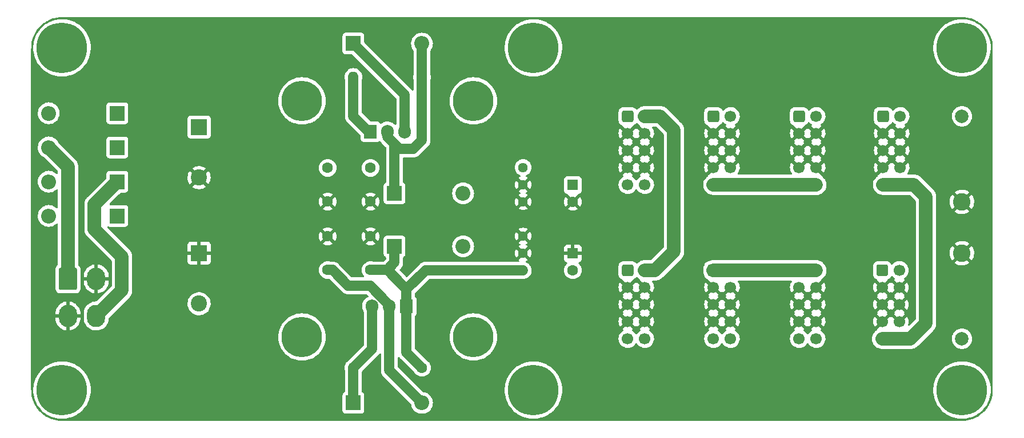
<source format=gbl>
G04 #@! TF.GenerationSoftware,KiCad,Pcbnew,6.0.5+dfsg-1~bpo11+1*
G04 #@! TF.CreationDate,2022-07-16T13:24:40+00:00*
G04 #@! TF.ProjectId,power_supply,706f7765-725f-4737-9570-706c792e6b69,0*
G04 #@! TF.SameCoordinates,Original*
G04 #@! TF.FileFunction,Copper,L2,Bot*
G04 #@! TF.FilePolarity,Positive*
%FSLAX46Y46*%
G04 Gerber Fmt 4.6, Leading zero omitted, Abs format (unit mm)*
G04 Created by KiCad (PCBNEW 6.0.5+dfsg-1~bpo11+1) date 2022-07-16 13:24:40*
%MOMM*%
%LPD*%
G01*
G04 APERTURE LIST*
G04 #@! TA.AperFunction,ComponentPad*
%ADD10R,1.905000X2.000000*%
G04 #@! TD*
G04 #@! TA.AperFunction,ComponentPad*
%ADD11O,1.905000X2.000000*%
G04 #@! TD*
G04 #@! TA.AperFunction,ComponentPad*
%ADD12C,1.600000*%
G04 #@! TD*
G04 #@! TA.AperFunction,ComponentPad*
%ADD13O,1.600000X1.600000*%
G04 #@! TD*
G04 #@! TA.AperFunction,ComponentPad*
%ADD14R,2.200000X2.200000*%
G04 #@! TD*
G04 #@! TA.AperFunction,ComponentPad*
%ADD15O,2.200000X2.200000*%
G04 #@! TD*
G04 #@! TA.AperFunction,ComponentPad*
%ADD16C,2.600000*%
G04 #@! TD*
G04 #@! TA.AperFunction,ComponentPad*
%ADD17C,1.700000*%
G04 #@! TD*
G04 #@! TA.AperFunction,ComponentPad*
%ADD18C,7.500000*%
G04 #@! TD*
G04 #@! TA.AperFunction,ComponentPad*
%ADD19C,6.000000*%
G04 #@! TD*
G04 #@! TA.AperFunction,ComponentPad*
%ADD20R,2.400000X2.400000*%
G04 #@! TD*
G04 #@! TA.AperFunction,ComponentPad*
%ADD21C,2.400000*%
G04 #@! TD*
G04 #@! TA.AperFunction,ComponentPad*
%ADD22C,1.440000*%
G04 #@! TD*
G04 #@! TA.AperFunction,ComponentPad*
%ADD23R,1.600000X1.600000*%
G04 #@! TD*
G04 #@! TA.AperFunction,ComponentPad*
%ADD24C,2.000000*%
G04 #@! TD*
G04 #@! TA.AperFunction,ComponentPad*
%ADD25O,2.700000X3.300000*%
G04 #@! TD*
G04 #@! TA.AperFunction,Conductor*
%ADD26C,1.500000*%
G04 #@! TD*
G04 #@! TA.AperFunction,Conductor*
%ADD27C,2.000000*%
G04 #@! TD*
G04 APERTURE END LIST*
D10*
X130556000Y-88900000D03*
D11*
X133096000Y-88900000D03*
X135636000Y-88900000D03*
D12*
X138176000Y-80772000D03*
D13*
X128016000Y-80772000D03*
D14*
X134112000Y-98044000D03*
D15*
X144272000Y-98044000D03*
D16*
X218186000Y-106934000D03*
X218186000Y-99314000D03*
G04 #@! TA.AperFunction,ComponentPad*
G36*
G01*
X167806000Y-87214000D02*
X167806000Y-86014000D01*
G75*
G02*
X168056000Y-85764000I250000J0D01*
G01*
X169256000Y-85764000D01*
G75*
G02*
X169506000Y-86014000I0J-250000D01*
G01*
X169506000Y-87214000D01*
G75*
G02*
X169256000Y-87464000I-250000J0D01*
G01*
X168056000Y-87464000D01*
G75*
G02*
X167806000Y-87214000I0J250000D01*
G01*
G37*
G04 #@! TD.AperFunction*
D17*
X171196000Y-86614000D03*
X168656000Y-89154000D03*
X171196000Y-89154000D03*
X168656000Y-91694000D03*
X171196000Y-91694000D03*
X168656000Y-94234000D03*
X171196000Y-94234000D03*
X168656000Y-96774000D03*
X171196000Y-96774000D03*
D14*
X93032000Y-86158000D03*
D15*
X82872000Y-86158000D03*
D14*
X93032000Y-91238000D03*
D15*
X82872000Y-91238000D03*
D18*
X84836000Y-76454000D03*
D14*
X93032000Y-101398000D03*
D15*
X82872000Y-101398000D03*
D19*
X145796000Y-119380000D03*
X120396000Y-119380000D03*
D20*
X105156000Y-106934000D03*
D21*
X105156000Y-114434000D03*
G04 #@! TA.AperFunction,ComponentPad*
G36*
G01*
X205652000Y-87214000D02*
X205652000Y-86014000D01*
G75*
G02*
X205902000Y-85764000I250000J0D01*
G01*
X207102000Y-85764000D01*
G75*
G02*
X207352000Y-86014000I0J-250000D01*
G01*
X207352000Y-87214000D01*
G75*
G02*
X207102000Y-87464000I-250000J0D01*
G01*
X205902000Y-87464000D01*
G75*
G02*
X205652000Y-87214000I0J250000D01*
G01*
G37*
G04 #@! TD.AperFunction*
D17*
X209042000Y-86614000D03*
X206502000Y-89154000D03*
X209042000Y-89154000D03*
X206502000Y-91694000D03*
X209042000Y-91694000D03*
X206502000Y-94234000D03*
X209042000Y-94234000D03*
X206502000Y-96774000D03*
X209042000Y-96774000D03*
D22*
X153162000Y-104394000D03*
X153162000Y-106934000D03*
X153162000Y-109474000D03*
D12*
X124206000Y-104434000D03*
X124206000Y-109434000D03*
G04 #@! TA.AperFunction,ComponentPad*
G36*
G01*
X205526000Y-110074000D02*
X205526000Y-108874000D01*
G75*
G02*
X205776000Y-108624000I250000J0D01*
G01*
X206976000Y-108624000D01*
G75*
G02*
X207226000Y-108874000I0J-250000D01*
G01*
X207226000Y-110074000D01*
G75*
G02*
X206976000Y-110324000I-250000J0D01*
G01*
X205776000Y-110324000D01*
G75*
G02*
X205526000Y-110074000I0J250000D01*
G01*
G37*
G04 #@! TD.AperFunction*
D17*
X208916000Y-109474000D03*
X206376000Y-112014000D03*
X208916000Y-112014000D03*
X206376000Y-114554000D03*
X208916000Y-114554000D03*
X206376000Y-117094000D03*
X208916000Y-117094000D03*
X206376000Y-119634000D03*
X208916000Y-119634000D03*
G04 #@! TA.AperFunction,ComponentPad*
G36*
G01*
X193206000Y-87214000D02*
X193206000Y-86014000D01*
G75*
G02*
X193456000Y-85764000I250000J0D01*
G01*
X194656000Y-85764000D01*
G75*
G02*
X194906000Y-86014000I0J-250000D01*
G01*
X194906000Y-87214000D01*
G75*
G02*
X194656000Y-87464000I-250000J0D01*
G01*
X193456000Y-87464000D01*
G75*
G02*
X193206000Y-87214000I0J250000D01*
G01*
G37*
G04 #@! TD.AperFunction*
X196596000Y-86614000D03*
X194056000Y-89154000D03*
X196596000Y-89154000D03*
X194056000Y-91694000D03*
X196596000Y-91694000D03*
X194056000Y-94234000D03*
X196596000Y-94234000D03*
X194056000Y-96774000D03*
X196596000Y-96774000D03*
G04 #@! TA.AperFunction,ComponentPad*
G36*
G01*
X167806000Y-110074000D02*
X167806000Y-108874000D01*
G75*
G02*
X168056000Y-108624000I250000J0D01*
G01*
X169256000Y-108624000D01*
G75*
G02*
X169506000Y-108874000I0J-250000D01*
G01*
X169506000Y-110074000D01*
G75*
G02*
X169256000Y-110324000I-250000J0D01*
G01*
X168056000Y-110324000D01*
G75*
G02*
X167806000Y-110074000I0J250000D01*
G01*
G37*
G04 #@! TD.AperFunction*
X171196000Y-109474000D03*
X168656000Y-112014000D03*
X171196000Y-112014000D03*
X168656000Y-114554000D03*
X171196000Y-114554000D03*
X168656000Y-117094000D03*
X171196000Y-117094000D03*
X168656000Y-119634000D03*
X171196000Y-119634000D03*
D23*
X160528000Y-96814000D03*
D12*
X160528000Y-99314000D03*
D20*
X105156000Y-88216220D03*
D21*
X105156000Y-95716220D03*
D12*
X138176000Y-123952000D03*
D13*
X128016000Y-123952000D03*
D12*
X130556000Y-94274000D03*
X130556000Y-99274000D03*
D19*
X145796000Y-84328000D03*
X120396000Y-84328000D03*
D18*
X218186000Y-76454000D03*
X218186000Y-127254000D03*
D14*
X128016000Y-75819000D03*
D15*
X138176000Y-75819000D03*
D18*
X154686000Y-127254000D03*
D24*
X218186000Y-119634000D03*
G04 #@! TA.AperFunction,ComponentPad*
G36*
G01*
X193206000Y-110074000D02*
X193206000Y-108874000D01*
G75*
G02*
X193456000Y-108624000I250000J0D01*
G01*
X194656000Y-108624000D01*
G75*
G02*
X194906000Y-108874000I0J-250000D01*
G01*
X194906000Y-110074000D01*
G75*
G02*
X194656000Y-110324000I-250000J0D01*
G01*
X193456000Y-110324000D01*
G75*
G02*
X193206000Y-110074000I0J250000D01*
G01*
G37*
G04 #@! TD.AperFunction*
D17*
X196596000Y-109474000D03*
X194056000Y-112014000D03*
X196596000Y-112014000D03*
X194056000Y-114554000D03*
X196596000Y-114554000D03*
X194056000Y-117094000D03*
X196596000Y-117094000D03*
X194056000Y-119634000D03*
X196596000Y-119634000D03*
G04 #@! TA.AperFunction,ComponentPad*
G36*
G01*
X180506000Y-87214000D02*
X180506000Y-86014000D01*
G75*
G02*
X180756000Y-85764000I250000J0D01*
G01*
X181956000Y-85764000D01*
G75*
G02*
X182206000Y-86014000I0J-250000D01*
G01*
X182206000Y-87214000D01*
G75*
G02*
X181956000Y-87464000I-250000J0D01*
G01*
X180756000Y-87464000D01*
G75*
G02*
X180506000Y-87214000I0J250000D01*
G01*
G37*
G04 #@! TD.AperFunction*
X183896000Y-86614000D03*
X181356000Y-89154000D03*
X183896000Y-89154000D03*
X181356000Y-91694000D03*
X183896000Y-91694000D03*
X181356000Y-94234000D03*
X183896000Y-94234000D03*
X181356000Y-96774000D03*
X183896000Y-96774000D03*
D18*
X154686000Y-76454000D03*
G04 #@! TA.AperFunction,ComponentPad*
G36*
G01*
X180506000Y-110074000D02*
X180506000Y-108874000D01*
G75*
G02*
X180756000Y-108624000I250000J0D01*
G01*
X181956000Y-108624000D01*
G75*
G02*
X182206000Y-108874000I0J-250000D01*
G01*
X182206000Y-110074000D01*
G75*
G02*
X181956000Y-110324000I-250000J0D01*
G01*
X180756000Y-110324000D01*
G75*
G02*
X180506000Y-110074000I0J250000D01*
G01*
G37*
G04 #@! TD.AperFunction*
D17*
X183896000Y-109474000D03*
X181356000Y-112014000D03*
X183896000Y-112014000D03*
X181356000Y-114554000D03*
X183896000Y-114554000D03*
X181356000Y-117094000D03*
X183896000Y-117094000D03*
X181356000Y-119634000D03*
X183896000Y-119634000D03*
D18*
X84836000Y-127254000D03*
D14*
X128016000Y-129159000D03*
D15*
X138176000Y-129159000D03*
G04 #@! TA.AperFunction,ComponentPad*
G36*
G01*
X84366000Y-112143999D02*
X84366000Y-109344001D01*
G75*
G02*
X84616001Y-109094000I250001J0D01*
G01*
X86815999Y-109094000D01*
G75*
G02*
X87066000Y-109344001I0J-250001D01*
G01*
X87066000Y-112143999D01*
G75*
G02*
X86815999Y-112394000I-250001J0D01*
G01*
X84616001Y-112394000D01*
G75*
G02*
X84366000Y-112143999I0J250001D01*
G01*
G37*
G04 #@! TD.AperFunction*
D25*
X89916000Y-110744000D03*
X85716000Y-116244000D03*
X89916000Y-116244000D03*
D12*
X124206000Y-94274000D03*
X124206000Y-99274000D03*
X130556000Y-104434000D03*
X130556000Y-109434000D03*
D14*
X93032000Y-96318000D03*
D15*
X82872000Y-96318000D03*
D23*
X160528000Y-106974000D03*
D12*
X160528000Y-109474000D03*
D24*
X218186000Y-86614000D03*
D10*
X135890000Y-114808000D03*
D11*
X133350000Y-114808000D03*
X130810000Y-114808000D03*
D22*
X153162000Y-94224000D03*
X153162000Y-96764000D03*
X153162000Y-99304000D03*
D14*
X134112000Y-105918000D03*
D15*
X144272000Y-105918000D03*
D26*
X135636000Y-83439000D02*
X135636000Y-88900000D01*
X128016000Y-75819000D02*
X135636000Y-83439000D01*
X133350000Y-124333000D02*
X138176000Y-129159000D01*
X130500041Y-111760000D02*
X127254000Y-111760000D01*
X133096000Y-114355959D02*
X130500041Y-111760000D01*
X124928000Y-109434000D02*
X124206000Y-109434000D01*
X127254000Y-111760000D02*
X124928000Y-109434000D01*
X133350000Y-114935000D02*
X133350000Y-124333000D01*
X128016000Y-80772000D02*
X128016000Y-86614000D01*
X128016000Y-86614000D02*
X130556000Y-89154000D01*
X133016000Y-109434000D02*
X130556000Y-109434000D01*
X138724000Y-109474000D02*
X135890000Y-112308000D01*
X153162000Y-109474000D02*
X138724000Y-109474000D01*
X135890000Y-112308000D02*
X135235000Y-111653000D01*
X134112000Y-105918000D02*
X134112000Y-108338000D01*
X134112000Y-108338000D02*
X133016000Y-109434000D01*
X135890000Y-121666000D02*
X138176000Y-123952000D01*
X135890000Y-114935000D02*
X135890000Y-121666000D01*
X135890000Y-114808000D02*
X135890000Y-112308000D01*
X135235000Y-111653000D02*
X133016000Y-109434000D01*
X138176000Y-80772000D02*
X138176000Y-90170000D01*
D27*
X206376000Y-119634000D02*
X210566000Y-119634000D01*
D26*
X136906000Y-91440000D02*
X134874000Y-91440000D01*
D27*
X211074000Y-96774000D02*
X206502000Y-96774000D01*
D26*
X138176000Y-75819000D02*
X138176000Y-80772000D01*
X138176000Y-90170000D02*
X136906000Y-91440000D01*
D27*
X212852000Y-98552000D02*
X211074000Y-96774000D01*
D26*
X133096000Y-89662000D02*
X133096000Y-88900000D01*
X134112000Y-98044000D02*
X134112000Y-90678000D01*
X134112000Y-90678000D02*
X133096000Y-89662000D01*
D27*
X210566000Y-119634000D02*
X212852000Y-117348000D01*
X196596000Y-96774000D02*
X181356000Y-96774000D01*
D26*
X134874000Y-91440000D02*
X133096000Y-89662000D01*
D27*
X212852000Y-117348000D02*
X212852000Y-98552000D01*
X172720000Y-109474000D02*
X175514000Y-106680000D01*
D26*
X130810000Y-121158000D02*
X128016000Y-123952000D01*
D27*
X171196000Y-109474000D02*
X172720000Y-109474000D01*
D26*
X128016000Y-123952000D02*
X128016000Y-129159000D01*
D27*
X175514000Y-88646000D02*
X173482000Y-86614000D01*
X173482000Y-86614000D02*
X171196000Y-86614000D01*
D26*
X130810000Y-114935000D02*
X130810000Y-121158000D01*
D27*
X175514000Y-106680000D02*
X175514000Y-88646000D01*
X196596000Y-109474000D02*
X181356000Y-109474000D01*
X85716000Y-94082000D02*
X82872000Y-91238000D01*
X85716000Y-110744000D02*
X85716000Y-94082000D01*
X93032000Y-96318000D02*
X89662000Y-99688000D01*
X93726000Y-112434000D02*
X89916000Y-116244000D01*
X93726000Y-107442000D02*
X93726000Y-112434000D01*
X89662000Y-103378000D02*
X93726000Y-107442000D01*
X89662000Y-99688000D02*
X89662000Y-103378000D01*
G04 #@! TA.AperFunction,Conductor*
G36*
X218156018Y-71884000D02*
G01*
X218170851Y-71886310D01*
X218170855Y-71886310D01*
X218179724Y-71887691D01*
X218200183Y-71885016D01*
X218222008Y-71884072D01*
X218578937Y-71899656D01*
X218589886Y-71900614D01*
X218974379Y-71951233D01*
X218985205Y-71953142D01*
X219363822Y-72037080D01*
X219374439Y-72039925D01*
X219544702Y-72093608D01*
X219744302Y-72156542D01*
X219754615Y-72160295D01*
X220112932Y-72308715D01*
X220122876Y-72313353D01*
X220371381Y-72442716D01*
X220466867Y-72492423D01*
X220476387Y-72497919D01*
X220803468Y-72706292D01*
X220812472Y-72712597D01*
X221120138Y-72948678D01*
X221128558Y-72955743D01*
X221361342Y-73169049D01*
X221414483Y-73217744D01*
X221422252Y-73225513D01*
X221591972Y-73410730D01*
X221684257Y-73511442D01*
X221691322Y-73519862D01*
X221927403Y-73827528D01*
X221933708Y-73836532D01*
X222142081Y-74163613D01*
X222147576Y-74173132D01*
X222324851Y-74513672D01*
X222326643Y-74517115D01*
X222331285Y-74527068D01*
X222478249Y-74881869D01*
X222479702Y-74885377D01*
X222483458Y-74895698D01*
X222543617Y-75086498D01*
X222600075Y-75265561D01*
X222602920Y-75276178D01*
X222686858Y-75654795D01*
X222688767Y-75665621D01*
X222739386Y-76050114D01*
X222740344Y-76061064D01*
X222755603Y-76410552D01*
X222754223Y-76435429D01*
X222752309Y-76447724D01*
X222753473Y-76456626D01*
X222753473Y-76456628D01*
X222756436Y-76479283D01*
X222757500Y-76495621D01*
X222757500Y-127204633D01*
X222756000Y-127224018D01*
X222753690Y-127238851D01*
X222753690Y-127238855D01*
X222752309Y-127247724D01*
X222754984Y-127268183D01*
X222755928Y-127290008D01*
X222744151Y-127559734D01*
X222740344Y-127646936D01*
X222739386Y-127657886D01*
X222688767Y-128042379D01*
X222686858Y-128053205D01*
X222602920Y-128431822D01*
X222600075Y-128442439D01*
X222546392Y-128612702D01*
X222518588Y-128700886D01*
X222483461Y-128812294D01*
X222479705Y-128822615D01*
X222338328Y-129163930D01*
X222331289Y-129180923D01*
X222326647Y-129190876D01*
X222205181Y-129424211D01*
X222147577Y-129534867D01*
X222142081Y-129544387D01*
X221933708Y-129871468D01*
X221927403Y-129880472D01*
X221691322Y-130188138D01*
X221684257Y-130196558D01*
X221422256Y-130482483D01*
X221414483Y-130490256D01*
X221128558Y-130752257D01*
X221120138Y-130759322D01*
X220812472Y-130995403D01*
X220803468Y-131001708D01*
X220476387Y-131210081D01*
X220466868Y-131215576D01*
X220122876Y-131394647D01*
X220112932Y-131399285D01*
X219754615Y-131547705D01*
X219744302Y-131551458D01*
X219544702Y-131614392D01*
X219374439Y-131668075D01*
X219363822Y-131670920D01*
X218985205Y-131754858D01*
X218974379Y-131756767D01*
X218589886Y-131807386D01*
X218578937Y-131808344D01*
X218229446Y-131823603D01*
X218204571Y-131822223D01*
X218192276Y-131820309D01*
X218183374Y-131821473D01*
X218183372Y-131821473D01*
X218168323Y-131823441D01*
X218160714Y-131824436D01*
X218144379Y-131825500D01*
X84885367Y-131825500D01*
X84865982Y-131824000D01*
X84851149Y-131821690D01*
X84851145Y-131821690D01*
X84842276Y-131820309D01*
X84821817Y-131822984D01*
X84799992Y-131823928D01*
X84443063Y-131808344D01*
X84432114Y-131807386D01*
X84047621Y-131756767D01*
X84036795Y-131754858D01*
X83658178Y-131670920D01*
X83647561Y-131668075D01*
X83477298Y-131614392D01*
X83277698Y-131551458D01*
X83267385Y-131547705D01*
X82909068Y-131399285D01*
X82899124Y-131394647D01*
X82555132Y-131215576D01*
X82545613Y-131210081D01*
X82218532Y-131001708D01*
X82209528Y-130995403D01*
X81901862Y-130759322D01*
X81893442Y-130752257D01*
X81607517Y-130490256D01*
X81599744Y-130482483D01*
X81337743Y-130196558D01*
X81330678Y-130188138D01*
X81094597Y-129880472D01*
X81088292Y-129871468D01*
X80879919Y-129544387D01*
X80874423Y-129534867D01*
X80816819Y-129424211D01*
X80695353Y-129190876D01*
X80690711Y-129180923D01*
X80683673Y-129163930D01*
X80542295Y-128822615D01*
X80538539Y-128812294D01*
X80503413Y-128700886D01*
X80475608Y-128612702D01*
X80421925Y-128442439D01*
X80419080Y-128431822D01*
X80335142Y-128053205D01*
X80333233Y-128042379D01*
X80282614Y-127657886D01*
X80281656Y-127646936D01*
X80277849Y-127559734D01*
X80266561Y-127301206D01*
X80268188Y-127274805D01*
X80268769Y-127271352D01*
X80268770Y-127271345D01*
X80269576Y-127266552D01*
X80269729Y-127254000D01*
X80265773Y-127226376D01*
X80264500Y-127208514D01*
X80264500Y-127120086D01*
X80574775Y-127120086D01*
X80577620Y-127301208D01*
X80580693Y-127496776D01*
X80581084Y-127521697D01*
X80581411Y-127524659D01*
X80592433Y-127624495D01*
X80625160Y-127920932D01*
X80625762Y-127923841D01*
X80625764Y-127923851D01*
X80706008Y-128311337D01*
X80706611Y-128314247D01*
X80824716Y-128698151D01*
X80978425Y-129069237D01*
X81166374Y-129424211D01*
X81167999Y-129426685D01*
X81168005Y-129426695D01*
X81316514Y-129652779D01*
X81386894Y-129759922D01*
X81638030Y-130073390D01*
X81640094Y-130075520D01*
X81640102Y-130075529D01*
X81849220Y-130291321D01*
X81917550Y-130361833D01*
X81934975Y-130376715D01*
X82127764Y-130541372D01*
X82222976Y-130622691D01*
X82551594Y-130853648D01*
X82608736Y-130886241D01*
X82897913Y-131051185D01*
X82897918Y-131051188D01*
X82900489Y-131052654D01*
X83266564Y-131217943D01*
X83646569Y-131348048D01*
X83649443Y-131348738D01*
X83649450Y-131348740D01*
X84034253Y-131441123D01*
X84034257Y-131441124D01*
X84037132Y-131441814D01*
X84040065Y-131442231D01*
X84040068Y-131442232D01*
X84171313Y-131460911D01*
X84434785Y-131498408D01*
X84836000Y-131517329D01*
X85237215Y-131498408D01*
X85500687Y-131460911D01*
X85631932Y-131442232D01*
X85631935Y-131442231D01*
X85634868Y-131441814D01*
X85637743Y-131441124D01*
X85637747Y-131441123D01*
X86022550Y-131348740D01*
X86022557Y-131348738D01*
X86025431Y-131348048D01*
X86405436Y-131217943D01*
X86771511Y-131052654D01*
X86774082Y-131051188D01*
X86774087Y-131051185D01*
X87063264Y-130886241D01*
X87120406Y-130853648D01*
X87449024Y-130622691D01*
X87544237Y-130541372D01*
X87737025Y-130376715D01*
X87754450Y-130361833D01*
X87822780Y-130291321D01*
X88031898Y-130075529D01*
X88031906Y-130075520D01*
X88033970Y-130073390D01*
X88285106Y-129759922D01*
X88355486Y-129652779D01*
X88503995Y-129426695D01*
X88504001Y-129426685D01*
X88505626Y-129424211D01*
X88693575Y-129069237D01*
X88847284Y-128698151D01*
X88965389Y-128314247D01*
X88965992Y-128311337D01*
X89046236Y-127923851D01*
X89046238Y-127923841D01*
X89046840Y-127920932D01*
X89076483Y-127652432D01*
X89090645Y-127524153D01*
X89090645Y-127524149D01*
X89090916Y-127521697D01*
X89090993Y-127519244D01*
X89090994Y-127519231D01*
X89098263Y-127287920D01*
X89099329Y-127254000D01*
X89080408Y-126852785D01*
X89023814Y-126455132D01*
X88930048Y-126064569D01*
X88799943Y-125684564D01*
X88634654Y-125318489D01*
X88604429Y-125265498D01*
X88504054Y-125089523D01*
X88435648Y-124969594D01*
X88204691Y-124640976D01*
X88181014Y-124613253D01*
X87945758Y-124337804D01*
X87943833Y-124335550D01*
X87788889Y-124185399D01*
X87657529Y-124058102D01*
X87657520Y-124058094D01*
X87655390Y-124056030D01*
X87341922Y-123804894D01*
X87313623Y-123786305D01*
X87008695Y-123586005D01*
X87008685Y-123585999D01*
X87006211Y-123584374D01*
X86651237Y-123396425D01*
X86280151Y-123242716D01*
X85896247Y-123124611D01*
X85893344Y-123124010D01*
X85893337Y-123124008D01*
X85505851Y-123043764D01*
X85505841Y-123043762D01*
X85502932Y-123043160D01*
X85103697Y-122999084D01*
X85100716Y-122999037D01*
X85100713Y-122999037D01*
X84988454Y-122997274D01*
X84702086Y-122992775D01*
X84699142Y-122993007D01*
X84699132Y-122993007D01*
X84314775Y-123023257D01*
X84301663Y-123024289D01*
X83905984Y-123093346D01*
X83903117Y-123094130D01*
X83903105Y-123094133D01*
X83521423Y-123198549D01*
X83521413Y-123198552D01*
X83518559Y-123199333D01*
X83515795Y-123200377D01*
X83515784Y-123200381D01*
X83145601Y-123340262D01*
X83142828Y-123341310D01*
X83140161Y-123342617D01*
X83140160Y-123342617D01*
X82813274Y-123502757D01*
X82782126Y-123518016D01*
X82779591Y-123519569D01*
X82779590Y-123519570D01*
X82671178Y-123586005D01*
X82439654Y-123727883D01*
X82118452Y-123969049D01*
X81821371Y-124239371D01*
X81551049Y-124536452D01*
X81309883Y-124857654D01*
X81308329Y-124860190D01*
X81137689Y-125138650D01*
X81100016Y-125200126D01*
X81098704Y-125202805D01*
X81098703Y-125202806D01*
X81042031Y-125318489D01*
X80923310Y-125560828D01*
X80922263Y-125563598D01*
X80922262Y-125563601D01*
X80782381Y-125933784D01*
X80782377Y-125933795D01*
X80781333Y-125936559D01*
X80780552Y-125939413D01*
X80780549Y-125939423D01*
X80676133Y-126321105D01*
X80676130Y-126321117D01*
X80675346Y-126323984D01*
X80606289Y-126719663D01*
X80606057Y-126722611D01*
X80596044Y-126849843D01*
X80574775Y-127120086D01*
X80264500Y-127120086D01*
X80264500Y-119380000D01*
X116882685Y-119380000D01*
X116901931Y-119747241D01*
X116902444Y-119750481D01*
X116902445Y-119750489D01*
X116914043Y-119823715D01*
X116959459Y-120110459D01*
X117054639Y-120465674D01*
X117186427Y-120808994D01*
X117187925Y-120811934D01*
X117349242Y-121128535D01*
X117353380Y-121136657D01*
X117355176Y-121139423D01*
X117355178Y-121139426D01*
X117356433Y-121141359D01*
X117553668Y-121445075D01*
X117785098Y-121730867D01*
X118045133Y-121990902D01*
X118330925Y-122222332D01*
X118639342Y-122422620D01*
X118642276Y-122424115D01*
X118642283Y-122424119D01*
X118782487Y-122495556D01*
X118967006Y-122589573D01*
X119310326Y-122721361D01*
X119665541Y-122816541D01*
X119858558Y-122847112D01*
X120025511Y-122873555D01*
X120025519Y-122873556D01*
X120028759Y-122874069D01*
X120396000Y-122893315D01*
X120763241Y-122874069D01*
X120766481Y-122873556D01*
X120766489Y-122873555D01*
X120933442Y-122847112D01*
X121126459Y-122816541D01*
X121481674Y-122721361D01*
X121824994Y-122589573D01*
X122009513Y-122495556D01*
X122149717Y-122424119D01*
X122149724Y-122424115D01*
X122152658Y-122422620D01*
X122461075Y-122222332D01*
X122746867Y-121990902D01*
X123006902Y-121730867D01*
X123238332Y-121445075D01*
X123435567Y-121141359D01*
X123436822Y-121139426D01*
X123436824Y-121139423D01*
X123438620Y-121136657D01*
X123442759Y-121128535D01*
X123604075Y-120811934D01*
X123605573Y-120808994D01*
X123737361Y-120465674D01*
X123832541Y-120110459D01*
X123877957Y-119823715D01*
X123889555Y-119750489D01*
X123889556Y-119750481D01*
X123890069Y-119747241D01*
X123909315Y-119380000D01*
X123890069Y-119012759D01*
X123887192Y-118994590D01*
X123852592Y-118776138D01*
X123832541Y-118649541D01*
X123737361Y-118294326D01*
X123735066Y-118288346D01*
X123678144Y-118140060D01*
X123605573Y-117951006D01*
X123567601Y-117876482D01*
X123440119Y-117626284D01*
X123440115Y-117626277D01*
X123438620Y-117623343D01*
X123423635Y-117600267D01*
X123289084Y-117393076D01*
X123238332Y-117314925D01*
X123006902Y-117029133D01*
X122746867Y-116769098D01*
X122461075Y-116537668D01*
X122161403Y-116343059D01*
X122155427Y-116339178D01*
X122155424Y-116339176D01*
X122152658Y-116337380D01*
X122149724Y-116335885D01*
X122149717Y-116335881D01*
X121827934Y-116171925D01*
X121824994Y-116170427D01*
X121542248Y-116061891D01*
X121484764Y-116039825D01*
X121484762Y-116039824D01*
X121481674Y-116038639D01*
X121126459Y-115943459D01*
X120918111Y-115910460D01*
X120766489Y-115886445D01*
X120766481Y-115886444D01*
X120763241Y-115885931D01*
X120396000Y-115866685D01*
X120028759Y-115885931D01*
X120025519Y-115886444D01*
X120025511Y-115886445D01*
X119873889Y-115910460D01*
X119665541Y-115943459D01*
X119310326Y-116038639D01*
X119307238Y-116039824D01*
X119307236Y-116039825D01*
X119249752Y-116061891D01*
X118967006Y-116170427D01*
X118964066Y-116171925D01*
X118642284Y-116335881D01*
X118642277Y-116335885D01*
X118639343Y-116337380D01*
X118636577Y-116339176D01*
X118636574Y-116339178D01*
X118630598Y-116343059D01*
X118330925Y-116537668D01*
X118045133Y-116769098D01*
X117785098Y-117029133D01*
X117553668Y-117314925D01*
X117502916Y-117393076D01*
X117368366Y-117600267D01*
X117353380Y-117623343D01*
X117351885Y-117626277D01*
X117351881Y-117626284D01*
X117224399Y-117876482D01*
X117186427Y-117951006D01*
X117113856Y-118140060D01*
X117056935Y-118288346D01*
X117054639Y-118294326D01*
X116959459Y-118649541D01*
X116939408Y-118776138D01*
X116904809Y-118994590D01*
X116901931Y-119012759D01*
X116882685Y-119380000D01*
X80264500Y-119380000D01*
X80264500Y-116610206D01*
X83858000Y-116610206D01*
X83858165Y-116614777D01*
X83872213Y-116808380D01*
X83873527Y-116817389D01*
X83929689Y-117071769D01*
X83932292Y-117080499D01*
X84024586Y-117324107D01*
X84028421Y-117332368D01*
X84154915Y-117560101D01*
X84159905Y-117567726D01*
X84317946Y-117774809D01*
X84323986Y-117781636D01*
X84510264Y-117963735D01*
X84517226Y-117969618D01*
X84727843Y-118122922D01*
X84735573Y-118127733D01*
X84966122Y-118249031D01*
X84974472Y-118252678D01*
X85220099Y-118339419D01*
X85228894Y-118341825D01*
X85444225Y-118384267D01*
X85457137Y-118383088D01*
X85461939Y-118368174D01*
X85970000Y-118368174D01*
X85974251Y-118382651D01*
X85986512Y-118384714D01*
X86022133Y-118381315D01*
X86031125Y-118379795D01*
X86284158Y-118317878D01*
X86292827Y-118315078D01*
X86534282Y-118217278D01*
X86542455Y-118213256D01*
X86767253Y-118081632D01*
X86774765Y-118076469D01*
X86978213Y-117913769D01*
X86984896Y-117907580D01*
X87162733Y-117717206D01*
X87168443Y-117710129D01*
X87316934Y-117496082D01*
X87321571Y-117488241D01*
X87437604Y-117255003D01*
X87441060Y-117246578D01*
X87522212Y-116999026D01*
X87524412Y-116990201D01*
X87569103Y-116732811D01*
X87569950Y-116725193D01*
X87573922Y-116645408D01*
X87574000Y-116642267D01*
X87574000Y-116612512D01*
X88057500Y-116612512D01*
X88057664Y-116614777D01*
X88057665Y-116614792D01*
X88059888Y-116645422D01*
X88072047Y-116813004D01*
X88073031Y-116817459D01*
X88073031Y-116817462D01*
X88129178Y-117071769D01*
X88130194Y-117076372D01*
X88177972Y-117202480D01*
X88220574Y-117314925D01*
X88225750Y-117328588D01*
X88356714Y-117564368D01*
X88417249Y-117643688D01*
X88473608Y-117717535D01*
X88520343Y-117778773D01*
X88523609Y-117781966D01*
X88523611Y-117781968D01*
X88595069Y-117851823D01*
X88713208Y-117967312D01*
X88931270Y-118126034D01*
X88958994Y-118140620D01*
X89165921Y-118249490D01*
X89165927Y-118249493D01*
X89169961Y-118251615D01*
X89174266Y-118253135D01*
X89174270Y-118253137D01*
X89419967Y-118339902D01*
X89424280Y-118341425D01*
X89521912Y-118360668D01*
X89684428Y-118392700D01*
X89684434Y-118392701D01*
X89688900Y-118393581D01*
X89693453Y-118393808D01*
X89693456Y-118393808D01*
X89953708Y-118406764D01*
X89953714Y-118406764D01*
X89958277Y-118406991D01*
X90226769Y-118381375D01*
X90231203Y-118380290D01*
X90231209Y-118380289D01*
X90484312Y-118318355D01*
X90488750Y-118317269D01*
X90738733Y-118216015D01*
X90944255Y-118095677D01*
X90967537Y-118082045D01*
X90967538Y-118082044D01*
X90971482Y-118079735D01*
X91182119Y-117911284D01*
X91366234Y-117714191D01*
X91519968Y-117492584D01*
X91523660Y-117485164D01*
X91601554Y-117328588D01*
X91640101Y-117251106D01*
X91641523Y-117246769D01*
X91722698Y-116999147D01*
X91722699Y-116999141D01*
X91724118Y-116994814D01*
X91746410Y-116866424D01*
X91769601Y-116732860D01*
X91769602Y-116732852D01*
X91770257Y-116729079D01*
X91774500Y-116643851D01*
X91774500Y-116571031D01*
X91794502Y-116502910D01*
X91811405Y-116481936D01*
X93904190Y-114389151D01*
X103443296Y-114389151D01*
X103455480Y-114642798D01*
X103505021Y-114891857D01*
X103506600Y-114896255D01*
X103506602Y-114896262D01*
X103551022Y-115019980D01*
X103590831Y-115130858D01*
X103593048Y-115134984D01*
X103696729Y-115327944D01*
X103711025Y-115354551D01*
X103713820Y-115358294D01*
X103713822Y-115358297D01*
X103860171Y-115554282D01*
X103860176Y-115554288D01*
X103862963Y-115558020D01*
X103866272Y-115561300D01*
X103866277Y-115561306D01*
X103991971Y-115685907D01*
X104043307Y-115736797D01*
X104047069Y-115739555D01*
X104047072Y-115739558D01*
X104187574Y-115842578D01*
X104248094Y-115886953D01*
X104252229Y-115889129D01*
X104252233Y-115889131D01*
X104346146Y-115938541D01*
X104472827Y-116005191D01*
X104712568Y-116088912D01*
X104962050Y-116136278D01*
X105082532Y-116141011D01*
X105211125Y-116146064D01*
X105211130Y-116146064D01*
X105215793Y-116146247D01*
X105314774Y-116135407D01*
X105463569Y-116119112D01*
X105463575Y-116119111D01*
X105468222Y-116118602D01*
X105577680Y-116089784D01*
X105709273Y-116055138D01*
X105713793Y-116053948D01*
X105832353Y-116003011D01*
X105942807Y-115955557D01*
X105942810Y-115955555D01*
X105947110Y-115953708D01*
X105951090Y-115951245D01*
X105951094Y-115951243D01*
X106159064Y-115822547D01*
X106159066Y-115822545D01*
X106163047Y-115820082D01*
X106167896Y-115815977D01*
X106353289Y-115659031D01*
X106353291Y-115659029D01*
X106356862Y-115656006D01*
X106524295Y-115465084D01*
X106555719Y-115416231D01*
X106656197Y-115260019D01*
X106661669Y-115251512D01*
X106765967Y-115019980D01*
X106834896Y-114775575D01*
X106846382Y-114685285D01*
X106866545Y-114526798D01*
X106866545Y-114526792D01*
X106866943Y-114523667D01*
X106867082Y-114518382D01*
X106869208Y-114437160D01*
X106869291Y-114434000D01*
X106861297Y-114326424D01*
X106850818Y-114185411D01*
X106850817Y-114185407D01*
X106850472Y-114180759D01*
X106848066Y-114170122D01*
X106795459Y-113937639D01*
X106794428Y-113933082D01*
X106776138Y-113886050D01*
X106704084Y-113700762D01*
X106704083Y-113700760D01*
X106702391Y-113696409D01*
X106698891Y-113690285D01*
X106578702Y-113479997D01*
X106578700Y-113479995D01*
X106576383Y-113475940D01*
X106419171Y-113276517D01*
X106234209Y-113102523D01*
X106141923Y-113038502D01*
X106029393Y-112960437D01*
X106029390Y-112960435D01*
X106025561Y-112957779D01*
X106021384Y-112955719D01*
X106021377Y-112955715D01*
X105801996Y-112847528D01*
X105801992Y-112847527D01*
X105797810Y-112845464D01*
X105555960Y-112768047D01*
X105546369Y-112766485D01*
X105309935Y-112727980D01*
X105309934Y-112727980D01*
X105305323Y-112727229D01*
X105178364Y-112725567D01*
X105056083Y-112723966D01*
X105056080Y-112723966D01*
X105051406Y-112723905D01*
X104799787Y-112758149D01*
X104795301Y-112759457D01*
X104795299Y-112759457D01*
X104783641Y-112762855D01*
X104555993Y-112829208D01*
X104551740Y-112831168D01*
X104551739Y-112831169D01*
X104523818Y-112844041D01*
X104325380Y-112935522D01*
X104321471Y-112938085D01*
X104116928Y-113072189D01*
X104116923Y-113072193D01*
X104113015Y-113074755D01*
X104041199Y-113138853D01*
X103944524Y-113225139D01*
X103923562Y-113243848D01*
X103761183Y-113439087D01*
X103629447Y-113656182D01*
X103627638Y-113660496D01*
X103627637Y-113660498D01*
X103533239Y-113885613D01*
X103531246Y-113890365D01*
X103468738Y-114136490D01*
X103443296Y-114389151D01*
X93904190Y-114389151D01*
X94775666Y-113517675D01*
X94778188Y-113515221D01*
X94847012Y-113450138D01*
X94847014Y-113450135D01*
X94850681Y-113446668D01*
X94898411Y-113384239D01*
X94902552Y-113379108D01*
X94950191Y-113323133D01*
X94950192Y-113323132D01*
X94953470Y-113319280D01*
X94956089Y-113314955D01*
X94956093Y-113314950D01*
X94970491Y-113291176D01*
X94978163Y-113279929D01*
X94998120Y-113253826D01*
X95005142Y-113240731D01*
X95035239Y-113184599D01*
X95038507Y-113178868D01*
X95041758Y-113173501D01*
X95079221Y-113111642D01*
X95081116Y-113106953D01*
X95081119Y-113106946D01*
X95091533Y-113081172D01*
X95097312Y-113068836D01*
X95110440Y-113044351D01*
X95110442Y-113044347D01*
X95112831Y-113039891D01*
X95120279Y-113018262D01*
X95138405Y-112965619D01*
X95140715Y-112959439D01*
X95168263Y-112891257D01*
X95168264Y-112891254D01*
X95170156Y-112886571D01*
X95176236Y-112859809D01*
X95177436Y-112854529D01*
X95181169Y-112841425D01*
X95185827Y-112827897D01*
X95191862Y-112810369D01*
X95192722Y-112805389D01*
X95192725Y-112805378D01*
X95205238Y-112732935D01*
X95206530Y-112726467D01*
X95222815Y-112654788D01*
X95222816Y-112654779D01*
X95223935Y-112649855D01*
X95225999Y-112617049D01*
X95227586Y-112603545D01*
X95233179Y-112571164D01*
X95234500Y-112542075D01*
X95234500Y-112485892D01*
X95234749Y-112477980D01*
X95238860Y-112412641D01*
X95239178Y-112407587D01*
X95235101Y-112366006D01*
X95234500Y-112353711D01*
X95234500Y-109434000D01*
X122892502Y-109434000D01*
X122912457Y-109662087D01*
X122971716Y-109883243D01*
X122974039Y-109888224D01*
X122974039Y-109888225D01*
X123066151Y-110085762D01*
X123066154Y-110085767D01*
X123068477Y-110090749D01*
X123130705Y-110179620D01*
X123193431Y-110269201D01*
X123199802Y-110278300D01*
X123361700Y-110440198D01*
X123366208Y-110443355D01*
X123366211Y-110443357D01*
X123430335Y-110488257D01*
X123549251Y-110571523D01*
X123554233Y-110573846D01*
X123554238Y-110573849D01*
X123751775Y-110665961D01*
X123756757Y-110668284D01*
X123762065Y-110669706D01*
X123762067Y-110669707D01*
X123972598Y-110726119D01*
X123972600Y-110726119D01*
X123977913Y-110727543D01*
X124206000Y-110747498D01*
X124211475Y-110747019D01*
X124211476Y-110747019D01*
X124382610Y-110732047D01*
X124452214Y-110746036D01*
X124482686Y-110768473D01*
X126299472Y-112585259D01*
X126310340Y-112597651D01*
X126320462Y-112610843D01*
X126320469Y-112610851D01*
X126323877Y-112615292D01*
X126367283Y-112654788D01*
X126384185Y-112670168D01*
X126388480Y-112674267D01*
X126404411Y-112690198D01*
X126424427Y-112706934D01*
X126428376Y-112710379D01*
X126485879Y-112762703D01*
X126485883Y-112762706D01*
X126490036Y-112766485D01*
X126494791Y-112769468D01*
X126494794Y-112769470D01*
X126505224Y-112776012D01*
X126519097Y-112786091D01*
X126528545Y-112793992D01*
X126528552Y-112793997D01*
X126532854Y-112797594D01*
X126593657Y-112832275D01*
X126605240Y-112838882D01*
X126609759Y-112841587D01*
X126630391Y-112854529D01*
X126675596Y-112882886D01*
X126675599Y-112882888D01*
X126680344Y-112885864D01*
X126685549Y-112887957D01*
X126685552Y-112887958D01*
X126696979Y-112892552D01*
X126712411Y-112900012D01*
X126723119Y-112906120D01*
X126723128Y-112906124D01*
X126727993Y-112908899D01*
X126733270Y-112910768D01*
X126733275Y-112910770D01*
X126806542Y-112936715D01*
X126811478Y-112938580D01*
X126888783Y-112969656D01*
X126894270Y-112970792D01*
X126894272Y-112970793D01*
X126906349Y-112973294D01*
X126922844Y-112977899D01*
X126939759Y-112983889D01*
X126945296Y-112984796D01*
X126945297Y-112984796D01*
X127021991Y-112997355D01*
X127027181Y-112998317D01*
X127104246Y-113014277D01*
X127104250Y-113014278D01*
X127108767Y-113015213D01*
X127113376Y-113015479D01*
X127113378Y-113015479D01*
X127136548Y-113016815D01*
X127149653Y-113018262D01*
X127155910Y-113019286D01*
X127155917Y-113019286D01*
X127161458Y-113020194D01*
X127167070Y-113020106D01*
X127167072Y-113020106D01*
X127268264Y-113018516D01*
X127270243Y-113018500D01*
X129926564Y-113018500D01*
X129994685Y-113038502D01*
X130015659Y-113055405D01*
X130204171Y-113243917D01*
X130238197Y-113306229D01*
X130233132Y-113377044D01*
X130190585Y-113433880D01*
X130173257Y-113444775D01*
X130028800Y-113519975D01*
X130024657Y-113523085D01*
X130024658Y-113523085D01*
X129847390Y-113656182D01*
X129836680Y-113664223D01*
X129670699Y-113837912D01*
X129535314Y-114036378D01*
X129533140Y-114041061D01*
X129533138Y-114041065D01*
X129436342Y-114249595D01*
X129434163Y-114254290D01*
X129369960Y-114485798D01*
X129369411Y-114490935D01*
X129353182Y-114642798D01*
X129349000Y-114681928D01*
X129349000Y-114916402D01*
X129349212Y-114918975D01*
X129349212Y-114918986D01*
X129349945Y-114927899D01*
X129363678Y-115094937D01*
X129422206Y-115327944D01*
X129424267Y-115332683D01*
X129492224Y-115488974D01*
X129518003Y-115548263D01*
X129531292Y-115568804D01*
X129551500Y-115637244D01*
X129551500Y-120584522D01*
X129531498Y-120652643D01*
X129514595Y-120673617D01*
X127402101Y-122786111D01*
X127368954Y-122809322D01*
X127369000Y-122809402D01*
X127368085Y-122809930D01*
X127366258Y-122811210D01*
X127359251Y-122814477D01*
X127354747Y-122817631D01*
X127176211Y-122942643D01*
X127176208Y-122942645D01*
X127171700Y-122945802D01*
X127009802Y-123107700D01*
X127006645Y-123112208D01*
X127006643Y-123112211D01*
X126997349Y-123125484D01*
X126878477Y-123295251D01*
X126876154Y-123300233D01*
X126876151Y-123300238D01*
X126857488Y-123340262D01*
X126781716Y-123502757D01*
X126780294Y-123508065D01*
X126780293Y-123508067D01*
X126723881Y-123718598D01*
X126722457Y-123723913D01*
X126702502Y-123952000D01*
X126722457Y-124180087D01*
X126749252Y-124280086D01*
X126753207Y-124294845D01*
X126757500Y-124327457D01*
X126757500Y-127487991D01*
X126737498Y-127556112D01*
X126683842Y-127602605D01*
X126678306Y-127604903D01*
X126677704Y-127605232D01*
X126669295Y-127608385D01*
X126552739Y-127695739D01*
X126465385Y-127812295D01*
X126414255Y-127948684D01*
X126407500Y-128010866D01*
X126407500Y-130307134D01*
X126414255Y-130369316D01*
X126465385Y-130505705D01*
X126552739Y-130622261D01*
X126669295Y-130709615D01*
X126805684Y-130760745D01*
X126867866Y-130767500D01*
X129164134Y-130767500D01*
X129226316Y-130760745D01*
X129362705Y-130709615D01*
X129479261Y-130622261D01*
X129566615Y-130505705D01*
X129617745Y-130369316D01*
X129624500Y-130307134D01*
X129624500Y-128010866D01*
X129617745Y-127948684D01*
X129566615Y-127812295D01*
X129479261Y-127695739D01*
X129362705Y-127608385D01*
X129354296Y-127605233D01*
X129346425Y-127600923D01*
X129347336Y-127599259D01*
X129299510Y-127563337D01*
X129274807Y-127496776D01*
X129274500Y-127487991D01*
X129274500Y-124525477D01*
X129294502Y-124457356D01*
X129311405Y-124436382D01*
X131635259Y-122112528D01*
X131647651Y-122101660D01*
X131660843Y-122091538D01*
X131660851Y-122091531D01*
X131665292Y-122088123D01*
X131720168Y-122027815D01*
X131724267Y-122023520D01*
X131740198Y-122007589D01*
X131756934Y-121987573D01*
X131760379Y-121983624D01*
X131812703Y-121926121D01*
X131812706Y-121926117D01*
X131816485Y-121921964D01*
X131826013Y-121906775D01*
X131836091Y-121892903D01*
X131843992Y-121883455D01*
X131843997Y-121883448D01*
X131847594Y-121879146D01*
X131850378Y-121874266D01*
X131856053Y-121864317D01*
X131907179Y-121815056D01*
X131976822Y-121801256D01*
X132042870Y-121827298D01*
X132084353Y-121884914D01*
X132091500Y-121926746D01*
X132091500Y-124241604D01*
X132090422Y-124258051D01*
X132087521Y-124280086D01*
X132087786Y-124285698D01*
X132091360Y-124361488D01*
X132091500Y-124367424D01*
X132091500Y-124389999D01*
X132092948Y-124406225D01*
X132093819Y-124415988D01*
X132094178Y-124421248D01*
X132098104Y-124504488D01*
X132099354Y-124509947D01*
X132099355Y-124509952D01*
X132102108Y-124521970D01*
X132104789Y-124538899D01*
X132106383Y-124556762D01*
X132107865Y-124562178D01*
X132107865Y-124562180D01*
X132128370Y-124637133D01*
X132129656Y-124642251D01*
X132148258Y-124723470D01*
X132150460Y-124728632D01*
X132155294Y-124739967D01*
X132160927Y-124756142D01*
X132165663Y-124773451D01*
X132168079Y-124778516D01*
X132201539Y-124848667D01*
X132203710Y-124853476D01*
X132236397Y-124930109D01*
X132246251Y-124945110D01*
X132254654Y-124960025D01*
X132262378Y-124976218D01*
X132265648Y-124980769D01*
X132265650Y-124980772D01*
X132310999Y-125043881D01*
X132313989Y-125048232D01*
X132357196Y-125114010D01*
X132357202Y-125114018D01*
X132359735Y-125117874D01*
X132378257Y-125138662D01*
X132386490Y-125148939D01*
X132393471Y-125158654D01*
X132433650Y-125197590D01*
X132470255Y-125233063D01*
X132471665Y-125234452D01*
X136543864Y-129306652D01*
X136577890Y-129368964D01*
X136580381Y-129385861D01*
X136582391Y-129411403D01*
X136583545Y-129416210D01*
X136583546Y-129416216D01*
X136586062Y-129426695D01*
X136641495Y-129657591D01*
X136643388Y-129662162D01*
X136643389Y-129662164D01*
X136730086Y-129871468D01*
X136738384Y-129891502D01*
X136870672Y-130107376D01*
X137035102Y-130299898D01*
X137227624Y-130464328D01*
X137443498Y-130596616D01*
X137448068Y-130598509D01*
X137448072Y-130598511D01*
X137518401Y-130627642D01*
X137677409Y-130693505D01*
X137744513Y-130709615D01*
X137918784Y-130751454D01*
X137918790Y-130751455D01*
X137923597Y-130752609D01*
X138176000Y-130772474D01*
X138428403Y-130752609D01*
X138433210Y-130751455D01*
X138433216Y-130751454D01*
X138607487Y-130709615D01*
X138674591Y-130693505D01*
X138833599Y-130627642D01*
X138903928Y-130598511D01*
X138903932Y-130598509D01*
X138908502Y-130596616D01*
X139124376Y-130464328D01*
X139316898Y-130299898D01*
X139481328Y-130107376D01*
X139613616Y-129891502D01*
X139621915Y-129871468D01*
X139708611Y-129662164D01*
X139708612Y-129662162D01*
X139710505Y-129657591D01*
X139765938Y-129426695D01*
X139768454Y-129416216D01*
X139768455Y-129416210D01*
X139769609Y-129411403D01*
X139789474Y-129159000D01*
X139769609Y-128906597D01*
X139710505Y-128660409D01*
X139620219Y-128442439D01*
X139615511Y-128431072D01*
X139615509Y-128431068D01*
X139613616Y-128426498D01*
X139481328Y-128210624D01*
X139316898Y-128018102D01*
X139124376Y-127853672D01*
X138908502Y-127721384D01*
X138903932Y-127719491D01*
X138903928Y-127719489D01*
X138679164Y-127626389D01*
X138679162Y-127626388D01*
X138674591Y-127624495D01*
X138569475Y-127599259D01*
X138433216Y-127566546D01*
X138433210Y-127566545D01*
X138428403Y-127565391D01*
X138402862Y-127563381D01*
X138336521Y-127538096D01*
X138323652Y-127526864D01*
X137916874Y-127120086D01*
X150424775Y-127120086D01*
X150427620Y-127301208D01*
X150430693Y-127496776D01*
X150431084Y-127521697D01*
X150431411Y-127524659D01*
X150442433Y-127624495D01*
X150475160Y-127920932D01*
X150475762Y-127923841D01*
X150475764Y-127923851D01*
X150556008Y-128311337D01*
X150556611Y-128314247D01*
X150674716Y-128698151D01*
X150828425Y-129069237D01*
X151016374Y-129424211D01*
X151017999Y-129426685D01*
X151018005Y-129426695D01*
X151166514Y-129652779D01*
X151236894Y-129759922D01*
X151488030Y-130073390D01*
X151490094Y-130075520D01*
X151490102Y-130075529D01*
X151699220Y-130291321D01*
X151767550Y-130361833D01*
X151784975Y-130376715D01*
X151977764Y-130541372D01*
X152072976Y-130622691D01*
X152401594Y-130853648D01*
X152458736Y-130886241D01*
X152747913Y-131051185D01*
X152747918Y-131051188D01*
X152750489Y-131052654D01*
X153116564Y-131217943D01*
X153496569Y-131348048D01*
X153499443Y-131348738D01*
X153499450Y-131348740D01*
X153884253Y-131441123D01*
X153884257Y-131441124D01*
X153887132Y-131441814D01*
X153890065Y-131442231D01*
X153890068Y-131442232D01*
X154021313Y-131460911D01*
X154284785Y-131498408D01*
X154686000Y-131517329D01*
X155087215Y-131498408D01*
X155350687Y-131460911D01*
X155481932Y-131442232D01*
X155481935Y-131442231D01*
X155484868Y-131441814D01*
X155487743Y-131441124D01*
X155487747Y-131441123D01*
X155872550Y-131348740D01*
X155872557Y-131348738D01*
X155875431Y-131348048D01*
X156255436Y-131217943D01*
X156621511Y-131052654D01*
X156624082Y-131051188D01*
X156624087Y-131051185D01*
X156913264Y-130886241D01*
X156970406Y-130853648D01*
X157299024Y-130622691D01*
X157394237Y-130541372D01*
X157587025Y-130376715D01*
X157604450Y-130361833D01*
X157672780Y-130291321D01*
X157881898Y-130075529D01*
X157881906Y-130075520D01*
X157883970Y-130073390D01*
X158135106Y-129759922D01*
X158205486Y-129652779D01*
X158353995Y-129426695D01*
X158354001Y-129426685D01*
X158355626Y-129424211D01*
X158543575Y-129069237D01*
X158697284Y-128698151D01*
X158815389Y-128314247D01*
X158815992Y-128311337D01*
X158896236Y-127923851D01*
X158896238Y-127923841D01*
X158896840Y-127920932D01*
X158926483Y-127652432D01*
X158940645Y-127524153D01*
X158940645Y-127524149D01*
X158940916Y-127521697D01*
X158940993Y-127519244D01*
X158940994Y-127519231D01*
X158948263Y-127287920D01*
X158949329Y-127254000D01*
X158943014Y-127120086D01*
X213924775Y-127120086D01*
X213927620Y-127301208D01*
X213930693Y-127496776D01*
X213931084Y-127521697D01*
X213931411Y-127524659D01*
X213942433Y-127624495D01*
X213975160Y-127920932D01*
X213975762Y-127923841D01*
X213975764Y-127923851D01*
X214056008Y-128311337D01*
X214056611Y-128314247D01*
X214174716Y-128698151D01*
X214328425Y-129069237D01*
X214516374Y-129424211D01*
X214517999Y-129426685D01*
X214518005Y-129426695D01*
X214666514Y-129652779D01*
X214736894Y-129759922D01*
X214988030Y-130073390D01*
X214990094Y-130075520D01*
X214990102Y-130075529D01*
X215199220Y-130291321D01*
X215267550Y-130361833D01*
X215284975Y-130376715D01*
X215477764Y-130541372D01*
X215572976Y-130622691D01*
X215901594Y-130853648D01*
X215958736Y-130886241D01*
X216247913Y-131051185D01*
X216247918Y-131051188D01*
X216250489Y-131052654D01*
X216616564Y-131217943D01*
X216996569Y-131348048D01*
X216999443Y-131348738D01*
X216999450Y-131348740D01*
X217384253Y-131441123D01*
X217384257Y-131441124D01*
X217387132Y-131441814D01*
X217390065Y-131442231D01*
X217390068Y-131442232D01*
X217521313Y-131460911D01*
X217784785Y-131498408D01*
X218186000Y-131517329D01*
X218587215Y-131498408D01*
X218850687Y-131460911D01*
X218981932Y-131442232D01*
X218981935Y-131442231D01*
X218984868Y-131441814D01*
X218987743Y-131441124D01*
X218987747Y-131441123D01*
X219372550Y-131348740D01*
X219372557Y-131348738D01*
X219375431Y-131348048D01*
X219755436Y-131217943D01*
X220121511Y-131052654D01*
X220124082Y-131051188D01*
X220124087Y-131051185D01*
X220413264Y-130886241D01*
X220470406Y-130853648D01*
X220799024Y-130622691D01*
X220894237Y-130541372D01*
X221087025Y-130376715D01*
X221104450Y-130361833D01*
X221172780Y-130291321D01*
X221381898Y-130075529D01*
X221381906Y-130075520D01*
X221383970Y-130073390D01*
X221635106Y-129759922D01*
X221705486Y-129652779D01*
X221853995Y-129426695D01*
X221854001Y-129426685D01*
X221855626Y-129424211D01*
X222043575Y-129069237D01*
X222197284Y-128698151D01*
X222315389Y-128314247D01*
X222315992Y-128311337D01*
X222396236Y-127923851D01*
X222396238Y-127923841D01*
X222396840Y-127920932D01*
X222426483Y-127652432D01*
X222440645Y-127524153D01*
X222440645Y-127524149D01*
X222440916Y-127521697D01*
X222440993Y-127519244D01*
X222440994Y-127519231D01*
X222448263Y-127287920D01*
X222449329Y-127254000D01*
X222430408Y-126852785D01*
X222373814Y-126455132D01*
X222280048Y-126064569D01*
X222149943Y-125684564D01*
X221984654Y-125318489D01*
X221954429Y-125265498D01*
X221854054Y-125089523D01*
X221785648Y-124969594D01*
X221554691Y-124640976D01*
X221531014Y-124613253D01*
X221295758Y-124337804D01*
X221293833Y-124335550D01*
X221138889Y-124185399D01*
X221007529Y-124058102D01*
X221007520Y-124058094D01*
X221005390Y-124056030D01*
X220691922Y-123804894D01*
X220663623Y-123786305D01*
X220358695Y-123586005D01*
X220358685Y-123585999D01*
X220356211Y-123584374D01*
X220001237Y-123396425D01*
X219630151Y-123242716D01*
X219246247Y-123124611D01*
X219243344Y-123124010D01*
X219243337Y-123124008D01*
X218855851Y-123043764D01*
X218855841Y-123043762D01*
X218852932Y-123043160D01*
X218453697Y-122999084D01*
X218450716Y-122999037D01*
X218450713Y-122999037D01*
X218338454Y-122997274D01*
X218052086Y-122992775D01*
X218049142Y-122993007D01*
X218049132Y-122993007D01*
X217664775Y-123023257D01*
X217651663Y-123024289D01*
X217255984Y-123093346D01*
X217253117Y-123094130D01*
X217253105Y-123094133D01*
X216871423Y-123198549D01*
X216871413Y-123198552D01*
X216868559Y-123199333D01*
X216865795Y-123200377D01*
X216865784Y-123200381D01*
X216495601Y-123340262D01*
X216492828Y-123341310D01*
X216490161Y-123342617D01*
X216490160Y-123342617D01*
X216163274Y-123502757D01*
X216132126Y-123518016D01*
X216129591Y-123519569D01*
X216129590Y-123519570D01*
X216021178Y-123586005D01*
X215789654Y-123727883D01*
X215468452Y-123969049D01*
X215171371Y-124239371D01*
X214901049Y-124536452D01*
X214659883Y-124857654D01*
X214658329Y-124860190D01*
X214487689Y-125138650D01*
X214450016Y-125200126D01*
X214448704Y-125202805D01*
X214448703Y-125202806D01*
X214392031Y-125318489D01*
X214273310Y-125560828D01*
X214272263Y-125563598D01*
X214272262Y-125563601D01*
X214132381Y-125933784D01*
X214132377Y-125933795D01*
X214131333Y-125936559D01*
X214130552Y-125939413D01*
X214130549Y-125939423D01*
X214026133Y-126321105D01*
X214026130Y-126321117D01*
X214025346Y-126323984D01*
X213956289Y-126719663D01*
X213956057Y-126722611D01*
X213946044Y-126849843D01*
X213924775Y-127120086D01*
X158943014Y-127120086D01*
X158930408Y-126852785D01*
X158873814Y-126455132D01*
X158780048Y-126064569D01*
X158649943Y-125684564D01*
X158484654Y-125318489D01*
X158454429Y-125265498D01*
X158354054Y-125089523D01*
X158285648Y-124969594D01*
X158054691Y-124640976D01*
X158031014Y-124613253D01*
X157795758Y-124337804D01*
X157793833Y-124335550D01*
X157638889Y-124185399D01*
X157507529Y-124058102D01*
X157507520Y-124058094D01*
X157505390Y-124056030D01*
X157191922Y-123804894D01*
X157163623Y-123786305D01*
X156858695Y-123586005D01*
X156858685Y-123585999D01*
X156856211Y-123584374D01*
X156501237Y-123396425D01*
X156130151Y-123242716D01*
X155746247Y-123124611D01*
X155743344Y-123124010D01*
X155743337Y-123124008D01*
X155355851Y-123043764D01*
X155355841Y-123043762D01*
X155352932Y-123043160D01*
X154953697Y-122999084D01*
X154950716Y-122999037D01*
X154950713Y-122999037D01*
X154838454Y-122997274D01*
X154552086Y-122992775D01*
X154549142Y-122993007D01*
X154549132Y-122993007D01*
X154164775Y-123023257D01*
X154151663Y-123024289D01*
X153755984Y-123093346D01*
X153753117Y-123094130D01*
X153753105Y-123094133D01*
X153371423Y-123198549D01*
X153371413Y-123198552D01*
X153368559Y-123199333D01*
X153365795Y-123200377D01*
X153365784Y-123200381D01*
X152995601Y-123340262D01*
X152992828Y-123341310D01*
X152990161Y-123342617D01*
X152990160Y-123342617D01*
X152663274Y-123502757D01*
X152632126Y-123518016D01*
X152629591Y-123519569D01*
X152629590Y-123519570D01*
X152521178Y-123586005D01*
X152289654Y-123727883D01*
X151968452Y-123969049D01*
X151671371Y-124239371D01*
X151401049Y-124536452D01*
X151159883Y-124857654D01*
X151158329Y-124860190D01*
X150987689Y-125138650D01*
X150950016Y-125200126D01*
X150948704Y-125202805D01*
X150948703Y-125202806D01*
X150892031Y-125318489D01*
X150773310Y-125560828D01*
X150772263Y-125563598D01*
X150772262Y-125563601D01*
X150632381Y-125933784D01*
X150632377Y-125933795D01*
X150631333Y-125936559D01*
X150630552Y-125939413D01*
X150630549Y-125939423D01*
X150526133Y-126321105D01*
X150526130Y-126321117D01*
X150525346Y-126323984D01*
X150456289Y-126719663D01*
X150456057Y-126722611D01*
X150446044Y-126849843D01*
X150424775Y-127120086D01*
X137916874Y-127120086D01*
X134645405Y-123848617D01*
X134611379Y-123786305D01*
X134608500Y-123759522D01*
X134608500Y-122430679D01*
X134628502Y-122362558D01*
X134682158Y-122316065D01*
X134752432Y-122305961D01*
X134817012Y-122335455D01*
X134836822Y-122357152D01*
X134850999Y-122376881D01*
X134853989Y-122381232D01*
X134897196Y-122447010D01*
X134897202Y-122447018D01*
X134899735Y-122450874D01*
X134918257Y-122471662D01*
X134926490Y-122481939D01*
X134933471Y-122491654D01*
X134937498Y-122495556D01*
X135010254Y-122566062D01*
X135011664Y-122567451D01*
X137010111Y-124565899D01*
X137033322Y-124599046D01*
X137033402Y-124599000D01*
X137033930Y-124599915D01*
X137035210Y-124601742D01*
X137038477Y-124608749D01*
X137094056Y-124688124D01*
X137114976Y-124718000D01*
X137169802Y-124796300D01*
X137331700Y-124958198D01*
X137336208Y-124961355D01*
X137336211Y-124961357D01*
X137347975Y-124969594D01*
X137519251Y-125089523D01*
X137524233Y-125091846D01*
X137524238Y-125091849D01*
X137721775Y-125183961D01*
X137726757Y-125186284D01*
X137732065Y-125187706D01*
X137732067Y-125187707D01*
X137942598Y-125244119D01*
X137942600Y-125244119D01*
X137947913Y-125245543D01*
X138176000Y-125265498D01*
X138404087Y-125245543D01*
X138409400Y-125244119D01*
X138409402Y-125244119D01*
X138619933Y-125187707D01*
X138619935Y-125187706D01*
X138625243Y-125186284D01*
X138630225Y-125183961D01*
X138827762Y-125091849D01*
X138827767Y-125091846D01*
X138832749Y-125089523D01*
X139004025Y-124969594D01*
X139015789Y-124961357D01*
X139015792Y-124961355D01*
X139020300Y-124958198D01*
X139182198Y-124796300D01*
X139313523Y-124608749D01*
X139315846Y-124603767D01*
X139315849Y-124603762D01*
X139407961Y-124406225D01*
X139407961Y-124406224D01*
X139410284Y-124401243D01*
X139412548Y-124392796D01*
X139468119Y-124185402D01*
X139468120Y-124185399D01*
X139469543Y-124180087D01*
X139489498Y-123952000D01*
X139469543Y-123723913D01*
X139468119Y-123718598D01*
X139411707Y-123508067D01*
X139411706Y-123508065D01*
X139410284Y-123502757D01*
X139334512Y-123340262D01*
X139315849Y-123300238D01*
X139315846Y-123300233D01*
X139313523Y-123295251D01*
X139194651Y-123125484D01*
X139185357Y-123112211D01*
X139185355Y-123112208D01*
X139182198Y-123107700D01*
X139020300Y-122945802D01*
X139015792Y-122942645D01*
X139015789Y-122942643D01*
X138837253Y-122817631D01*
X138832749Y-122814477D01*
X138825742Y-122811210D01*
X138823915Y-122809930D01*
X138823000Y-122809402D01*
X138823046Y-122809322D01*
X138789899Y-122786111D01*
X137185405Y-121181617D01*
X137151379Y-121119305D01*
X137148500Y-121092522D01*
X137148500Y-119380000D01*
X142282685Y-119380000D01*
X142301931Y-119747241D01*
X142302444Y-119750481D01*
X142302445Y-119750489D01*
X142314043Y-119823715D01*
X142359459Y-120110459D01*
X142454639Y-120465674D01*
X142586427Y-120808994D01*
X142587925Y-120811934D01*
X142749242Y-121128535D01*
X142753380Y-121136657D01*
X142755176Y-121139423D01*
X142755178Y-121139426D01*
X142756433Y-121141359D01*
X142953668Y-121445075D01*
X143185098Y-121730867D01*
X143445133Y-121990902D01*
X143730925Y-122222332D01*
X144039342Y-122422620D01*
X144042276Y-122424115D01*
X144042283Y-122424119D01*
X144182487Y-122495556D01*
X144367006Y-122589573D01*
X144710326Y-122721361D01*
X145065541Y-122816541D01*
X145258558Y-122847112D01*
X145425511Y-122873555D01*
X145425519Y-122873556D01*
X145428759Y-122874069D01*
X145796000Y-122893315D01*
X146163241Y-122874069D01*
X146166481Y-122873556D01*
X146166489Y-122873555D01*
X146333442Y-122847112D01*
X146526459Y-122816541D01*
X146881674Y-122721361D01*
X147224994Y-122589573D01*
X147409513Y-122495556D01*
X147549717Y-122424119D01*
X147549724Y-122424115D01*
X147552658Y-122422620D01*
X147861075Y-122222332D01*
X148146867Y-121990902D01*
X148406902Y-121730867D01*
X148638332Y-121445075D01*
X148835567Y-121141359D01*
X148836822Y-121139426D01*
X148836824Y-121139423D01*
X148838620Y-121136657D01*
X148842759Y-121128535D01*
X149004075Y-120811934D01*
X149005573Y-120808994D01*
X149137361Y-120465674D01*
X149232541Y-120110459D01*
X149277957Y-119823715D01*
X149289555Y-119750489D01*
X149289556Y-119750481D01*
X149290069Y-119747241D01*
X149297749Y-119600695D01*
X167293251Y-119600695D01*
X167293548Y-119605848D01*
X167293548Y-119605851D01*
X167299011Y-119700590D01*
X167306110Y-119823715D01*
X167307247Y-119828761D01*
X167307248Y-119828767D01*
X167315589Y-119865777D01*
X167355222Y-120041639D01*
X167439266Y-120248616D01*
X167480797Y-120316389D01*
X167553291Y-120434688D01*
X167555987Y-120439088D01*
X167702250Y-120607938D01*
X167874126Y-120750632D01*
X168067000Y-120863338D01*
X168275692Y-120943030D01*
X168280760Y-120944061D01*
X168280763Y-120944062D01*
X168388017Y-120965883D01*
X168494597Y-120987567D01*
X168499772Y-120987757D01*
X168499774Y-120987757D01*
X168712673Y-120995564D01*
X168712677Y-120995564D01*
X168717837Y-120995753D01*
X168722957Y-120995097D01*
X168722959Y-120995097D01*
X168934288Y-120968025D01*
X168934289Y-120968025D01*
X168939416Y-120967368D01*
X168944366Y-120965883D01*
X169148429Y-120904661D01*
X169148434Y-120904659D01*
X169153384Y-120903174D01*
X169353994Y-120804896D01*
X169535860Y-120675173D01*
X169694096Y-120517489D01*
X169753594Y-120434689D01*
X169824453Y-120336077D01*
X169825776Y-120337028D01*
X169872645Y-120293857D01*
X169942580Y-120281625D01*
X170008026Y-120309144D01*
X170035875Y-120340994D01*
X170095987Y-120439088D01*
X170242250Y-120607938D01*
X170414126Y-120750632D01*
X170607000Y-120863338D01*
X170815692Y-120943030D01*
X170820760Y-120944061D01*
X170820763Y-120944062D01*
X170928017Y-120965883D01*
X171034597Y-120987567D01*
X171039772Y-120987757D01*
X171039774Y-120987757D01*
X171252673Y-120995564D01*
X171252677Y-120995564D01*
X171257837Y-120995753D01*
X171262957Y-120995097D01*
X171262959Y-120995097D01*
X171474288Y-120968025D01*
X171474289Y-120968025D01*
X171479416Y-120967368D01*
X171484366Y-120965883D01*
X171688429Y-120904661D01*
X171688434Y-120904659D01*
X171693384Y-120903174D01*
X171893994Y-120804896D01*
X172075860Y-120675173D01*
X172234096Y-120517489D01*
X172293594Y-120434689D01*
X172361435Y-120340277D01*
X172364453Y-120336077D01*
X172374184Y-120316389D01*
X172461136Y-120140453D01*
X172461137Y-120140451D01*
X172463430Y-120135811D01*
X172525103Y-119932823D01*
X172526865Y-119927023D01*
X172526865Y-119927021D01*
X172528370Y-119922069D01*
X172557529Y-119700590D01*
X172559156Y-119634000D01*
X172556418Y-119600695D01*
X179993251Y-119600695D01*
X179993548Y-119605848D01*
X179993548Y-119605851D01*
X179999011Y-119700590D01*
X180006110Y-119823715D01*
X180007247Y-119828761D01*
X180007248Y-119828767D01*
X180015589Y-119865777D01*
X180055222Y-120041639D01*
X180139266Y-120248616D01*
X180180797Y-120316389D01*
X180253291Y-120434688D01*
X180255987Y-120439088D01*
X180402250Y-120607938D01*
X180574126Y-120750632D01*
X180767000Y-120863338D01*
X180975692Y-120943030D01*
X180980760Y-120944061D01*
X180980763Y-120944062D01*
X181088017Y-120965883D01*
X181194597Y-120987567D01*
X181199772Y-120987757D01*
X181199774Y-120987757D01*
X181412673Y-120995564D01*
X181412677Y-120995564D01*
X181417837Y-120995753D01*
X181422957Y-120995097D01*
X181422959Y-120995097D01*
X181634288Y-120968025D01*
X181634289Y-120968025D01*
X181639416Y-120967368D01*
X181644366Y-120965883D01*
X181848429Y-120904661D01*
X181848434Y-120904659D01*
X181853384Y-120903174D01*
X182053994Y-120804896D01*
X182235860Y-120675173D01*
X182394096Y-120517489D01*
X182453594Y-120434689D01*
X182524453Y-120336077D01*
X182525776Y-120337028D01*
X182572645Y-120293857D01*
X182642580Y-120281625D01*
X182708026Y-120309144D01*
X182735875Y-120340994D01*
X182795987Y-120439088D01*
X182942250Y-120607938D01*
X183114126Y-120750632D01*
X183307000Y-120863338D01*
X183515692Y-120943030D01*
X183520760Y-120944061D01*
X183520763Y-120944062D01*
X183628017Y-120965883D01*
X183734597Y-120987567D01*
X183739772Y-120987757D01*
X183739774Y-120987757D01*
X183952673Y-120995564D01*
X183952677Y-120995564D01*
X183957837Y-120995753D01*
X183962957Y-120995097D01*
X183962959Y-120995097D01*
X184174288Y-120968025D01*
X184174289Y-120968025D01*
X184179416Y-120967368D01*
X184184366Y-120965883D01*
X184388429Y-120904661D01*
X184388434Y-120904659D01*
X184393384Y-120903174D01*
X184593994Y-120804896D01*
X184775860Y-120675173D01*
X184934096Y-120517489D01*
X184993594Y-120434689D01*
X185061435Y-120340277D01*
X185064453Y-120336077D01*
X185074184Y-120316389D01*
X185161136Y-120140453D01*
X185161137Y-120140451D01*
X185163430Y-120135811D01*
X185225103Y-119932823D01*
X185226865Y-119927023D01*
X185226865Y-119927021D01*
X185228370Y-119922069D01*
X185257529Y-119700590D01*
X185259156Y-119634000D01*
X185256418Y-119600695D01*
X192693251Y-119600695D01*
X192693548Y-119605848D01*
X192693548Y-119605851D01*
X192699011Y-119700590D01*
X192706110Y-119823715D01*
X192707247Y-119828761D01*
X192707248Y-119828767D01*
X192715589Y-119865777D01*
X192755222Y-120041639D01*
X192839266Y-120248616D01*
X192880797Y-120316389D01*
X192953291Y-120434688D01*
X192955987Y-120439088D01*
X193102250Y-120607938D01*
X193274126Y-120750632D01*
X193467000Y-120863338D01*
X193675692Y-120943030D01*
X193680760Y-120944061D01*
X193680763Y-120944062D01*
X193788017Y-120965883D01*
X193894597Y-120987567D01*
X193899772Y-120987757D01*
X193899774Y-120987757D01*
X194112673Y-120995564D01*
X194112677Y-120995564D01*
X194117837Y-120995753D01*
X194122957Y-120995097D01*
X194122959Y-120995097D01*
X194334288Y-120968025D01*
X194334289Y-120968025D01*
X194339416Y-120967368D01*
X194344366Y-120965883D01*
X194548429Y-120904661D01*
X194548434Y-120904659D01*
X194553384Y-120903174D01*
X194753994Y-120804896D01*
X194935860Y-120675173D01*
X195094096Y-120517489D01*
X195153594Y-120434689D01*
X195224453Y-120336077D01*
X195225776Y-120337028D01*
X195272645Y-120293857D01*
X195342580Y-120281625D01*
X195408026Y-120309144D01*
X195435875Y-120340994D01*
X195495987Y-120439088D01*
X195642250Y-120607938D01*
X195814126Y-120750632D01*
X196007000Y-120863338D01*
X196215692Y-120943030D01*
X196220760Y-120944061D01*
X196220763Y-120944062D01*
X196328017Y-120965883D01*
X196434597Y-120987567D01*
X196439772Y-120987757D01*
X196439774Y-120987757D01*
X196652673Y-120995564D01*
X196652677Y-120995564D01*
X196657837Y-120995753D01*
X196662957Y-120995097D01*
X196662959Y-120995097D01*
X196874288Y-120968025D01*
X196874289Y-120968025D01*
X196879416Y-120967368D01*
X196884366Y-120965883D01*
X197088429Y-120904661D01*
X197088434Y-120904659D01*
X197093384Y-120903174D01*
X197293994Y-120804896D01*
X197475860Y-120675173D01*
X197634096Y-120517489D01*
X197693594Y-120434689D01*
X197761435Y-120340277D01*
X197764453Y-120336077D01*
X197774184Y-120316389D01*
X197861136Y-120140453D01*
X197861137Y-120140451D01*
X197863430Y-120135811D01*
X197925103Y-119932823D01*
X197926865Y-119927023D01*
X197926865Y-119927021D01*
X197928370Y-119922069D01*
X197957529Y-119700590D01*
X197957866Y-119686817D01*
X204863514Y-119686817D01*
X204864095Y-119691837D01*
X204864095Y-119691841D01*
X204890734Y-119922069D01*
X204891415Y-119927956D01*
X204957510Y-120161532D01*
X204959644Y-120166108D01*
X204959646Y-120166114D01*
X205041194Y-120340994D01*
X205060099Y-120381536D01*
X205196544Y-120582307D01*
X205363332Y-120758681D01*
X205367358Y-120761759D01*
X205367359Y-120761760D01*
X205552154Y-120903047D01*
X205552158Y-120903050D01*
X205556174Y-120906120D01*
X205560632Y-120908510D01*
X205560633Y-120908511D01*
X205652335Y-120957681D01*
X205770109Y-121020831D01*
X205999631Y-121099862D01*
X206098978Y-121117022D01*
X206234926Y-121140504D01*
X206234932Y-121140505D01*
X206238836Y-121141179D01*
X206242797Y-121141359D01*
X206242798Y-121141359D01*
X206266506Y-121142436D01*
X206266525Y-121142436D01*
X206267925Y-121142500D01*
X210541984Y-121142500D01*
X210545502Y-121142549D01*
X210640150Y-121145193D01*
X210640153Y-121145193D01*
X210645205Y-121145334D01*
X210723098Y-121134941D01*
X210729639Y-121134242D01*
X210758332Y-121131933D01*
X210802923Y-121128346D01*
X210802927Y-121128345D01*
X210807965Y-121127940D01*
X210839878Y-121120101D01*
X210853258Y-121117574D01*
X210885820Y-121113229D01*
X210890661Y-121111768D01*
X210890663Y-121111767D01*
X210961029Y-121090522D01*
X210967392Y-121088781D01*
X211043706Y-121070037D01*
X211073952Y-121057199D01*
X211086763Y-121052561D01*
X211113362Y-121044530D01*
X211118208Y-121043067D01*
X211122756Y-121040849D01*
X211122763Y-121040846D01*
X211188818Y-121008629D01*
X211194820Y-121005893D01*
X211250542Y-120982240D01*
X211267156Y-120975188D01*
X211294956Y-120957681D01*
X211306860Y-120951055D01*
X211336388Y-120936654D01*
X211400600Y-120891357D01*
X211406086Y-120887699D01*
X211468286Y-120848529D01*
X211468287Y-120848528D01*
X211472567Y-120845833D01*
X211476356Y-120842492D01*
X211476362Y-120842488D01*
X211497217Y-120824102D01*
X211507912Y-120815656D01*
X211523165Y-120804896D01*
X211534747Y-120796726D01*
X211556250Y-120777091D01*
X211595966Y-120737375D01*
X211601736Y-120731956D01*
X211650858Y-120688650D01*
X211650861Y-120688647D01*
X211654655Y-120685302D01*
X211657871Y-120681387D01*
X211681178Y-120653013D01*
X211689448Y-120643893D01*
X212699341Y-119634000D01*
X216672835Y-119634000D01*
X216691465Y-119870711D01*
X216692619Y-119875518D01*
X216692620Y-119875524D01*
X216727640Y-120021391D01*
X216746895Y-120101594D01*
X216748788Y-120106165D01*
X216748789Y-120106167D01*
X216821466Y-120281625D01*
X216837760Y-120320963D01*
X216840346Y-120325183D01*
X216959241Y-120519202D01*
X216959245Y-120519208D01*
X216961824Y-120523416D01*
X217116031Y-120703969D01*
X217296584Y-120858176D01*
X217300792Y-120860755D01*
X217300798Y-120860759D01*
X217494817Y-120979654D01*
X217499037Y-120982240D01*
X217503607Y-120984133D01*
X217503611Y-120984135D01*
X217710999Y-121070037D01*
X217718406Y-121073105D01*
X217790953Y-121090522D01*
X217944476Y-121127380D01*
X217944482Y-121127381D01*
X217949289Y-121128535D01*
X218186000Y-121147165D01*
X218422711Y-121128535D01*
X218427518Y-121127381D01*
X218427524Y-121127380D01*
X218581047Y-121090522D01*
X218653594Y-121073105D01*
X218661001Y-121070037D01*
X218868389Y-120984135D01*
X218868393Y-120984133D01*
X218872963Y-120982240D01*
X218877183Y-120979654D01*
X219071202Y-120860759D01*
X219071208Y-120860755D01*
X219075416Y-120858176D01*
X219255969Y-120703969D01*
X219410176Y-120523416D01*
X219412755Y-120519208D01*
X219412759Y-120519202D01*
X219531654Y-120325183D01*
X219534240Y-120320963D01*
X219550535Y-120281625D01*
X219623211Y-120106167D01*
X219623212Y-120106165D01*
X219625105Y-120101594D01*
X219644360Y-120021391D01*
X219679380Y-119875524D01*
X219679381Y-119875518D01*
X219680535Y-119870711D01*
X219699165Y-119634000D01*
X219680535Y-119397289D01*
X219677275Y-119383707D01*
X219626260Y-119171218D01*
X219625105Y-119166406D01*
X219561463Y-119012759D01*
X219536135Y-118951611D01*
X219536133Y-118951607D01*
X219534240Y-118947037D01*
X219524446Y-118931054D01*
X219412759Y-118748798D01*
X219412755Y-118748792D01*
X219410176Y-118744584D01*
X219255969Y-118564031D01*
X219075416Y-118409824D01*
X219071208Y-118407245D01*
X219071202Y-118407241D01*
X218877183Y-118288346D01*
X218872963Y-118285760D01*
X218868393Y-118283867D01*
X218868389Y-118283865D01*
X218658167Y-118196789D01*
X218658165Y-118196788D01*
X218653594Y-118194895D01*
X218557559Y-118171839D01*
X218427524Y-118140620D01*
X218427518Y-118140619D01*
X218422711Y-118139465D01*
X218186000Y-118120835D01*
X217949289Y-118139465D01*
X217944482Y-118140619D01*
X217944476Y-118140620D01*
X217814441Y-118171839D01*
X217718406Y-118194895D01*
X217713835Y-118196788D01*
X217713833Y-118196789D01*
X217503611Y-118283865D01*
X217503607Y-118283867D01*
X217499037Y-118285760D01*
X217494817Y-118288346D01*
X217300798Y-118407241D01*
X217300792Y-118407245D01*
X217296584Y-118409824D01*
X217116031Y-118564031D01*
X216961824Y-118744584D01*
X216959245Y-118748792D01*
X216959241Y-118748798D01*
X216847554Y-118931054D01*
X216837760Y-118947037D01*
X216835867Y-118951607D01*
X216835865Y-118951611D01*
X216810537Y-119012759D01*
X216746895Y-119166406D01*
X216745740Y-119171218D01*
X216694726Y-119383707D01*
X216691465Y-119397289D01*
X216672835Y-119634000D01*
X212699341Y-119634000D01*
X213901684Y-118431658D01*
X213904206Y-118429204D01*
X213942808Y-118392700D01*
X213976681Y-118360668D01*
X213990719Y-118342308D01*
X214024412Y-118298239D01*
X214028554Y-118293107D01*
X214076187Y-118237138D01*
X214076189Y-118237135D01*
X214079470Y-118233280D01*
X214082090Y-118228954D01*
X214082095Y-118228947D01*
X214096491Y-118205176D01*
X214104163Y-118193929D01*
X214124120Y-118167826D01*
X214161243Y-118098592D01*
X214164507Y-118092868D01*
X214174439Y-118076469D01*
X214205221Y-118025642D01*
X214217528Y-117995181D01*
X214223308Y-117982841D01*
X214236440Y-117958350D01*
X214238831Y-117953891D01*
X214256461Y-117902692D01*
X214264412Y-117879599D01*
X214266722Y-117873421D01*
X214294258Y-117805266D01*
X214296155Y-117800571D01*
X214303432Y-117768539D01*
X214307163Y-117755441D01*
X214317862Y-117724369D01*
X214331243Y-117646900D01*
X214332526Y-117640482D01*
X214348815Y-117568786D01*
X214348815Y-117568785D01*
X214349935Y-117563856D01*
X214351999Y-117531047D01*
X214353585Y-117517547D01*
X214359179Y-117485164D01*
X214359359Y-117481204D01*
X214360436Y-117457494D01*
X214360436Y-117457475D01*
X214360500Y-117456075D01*
X214360500Y-117399893D01*
X214360749Y-117391981D01*
X214364860Y-117326642D01*
X214365178Y-117321588D01*
X214361101Y-117280009D01*
X214360500Y-117267713D01*
X214360500Y-108378906D01*
X217105839Y-108378906D01*
X217114553Y-108390427D01*
X217221452Y-108468809D01*
X217229351Y-108473745D01*
X217458905Y-108594519D01*
X217467454Y-108598236D01*
X217712327Y-108683749D01*
X217721336Y-108686163D01*
X217976166Y-108734544D01*
X217985423Y-108735598D01*
X218244607Y-108745783D01*
X218253921Y-108745457D01*
X218511753Y-108717220D01*
X218520930Y-108715519D01*
X218771758Y-108649481D01*
X218780574Y-108646445D01*
X219018880Y-108544062D01*
X219027167Y-108539748D01*
X219247718Y-108403266D01*
X219255268Y-108397780D01*
X219260559Y-108393301D01*
X219268997Y-108380497D01*
X219262935Y-108370145D01*
X218198812Y-107306022D01*
X218184868Y-107298408D01*
X218183035Y-107298539D01*
X218176420Y-107302790D01*
X217112497Y-108366713D01*
X217105839Y-108378906D01*
X214360500Y-108378906D01*
X214360500Y-106891211D01*
X216373775Y-106891211D01*
X216386220Y-107150288D01*
X216387356Y-107159543D01*
X216437961Y-107413945D01*
X216440448Y-107422914D01*
X216528095Y-107667033D01*
X216531895Y-107675568D01*
X216654658Y-107904042D01*
X216659666Y-107911904D01*
X216729720Y-108005716D01*
X216740979Y-108014165D01*
X216753397Y-108007393D01*
X217813978Y-106946812D01*
X217820356Y-106935132D01*
X218550408Y-106935132D01*
X218550539Y-106936965D01*
X218554790Y-106943580D01*
X219622094Y-108010884D01*
X219634474Y-108017644D01*
X219642815Y-108011400D01*
X219776832Y-107803048D01*
X219781275Y-107794864D01*
X219887807Y-107558370D01*
X219890997Y-107549605D01*
X219961402Y-107299972D01*
X219963262Y-107290830D01*
X219996187Y-107032019D01*
X219996668Y-107025733D01*
X219998987Y-106937160D01*
X219998836Y-106930851D01*
X219979501Y-106670663D01*
X219978125Y-106661457D01*
X219920878Y-106408467D01*
X219918154Y-106399556D01*
X219824143Y-106157806D01*
X219820132Y-106149397D01*
X219691422Y-105924202D01*
X219686211Y-105916476D01*
X219642996Y-105861658D01*
X219631071Y-105853187D01*
X219619537Y-105859673D01*
X218558022Y-106921188D01*
X218550408Y-106935132D01*
X217820356Y-106935132D01*
X217821592Y-106932868D01*
X217821461Y-106931035D01*
X217817210Y-106924420D01*
X216751816Y-105859026D01*
X216738507Y-105851758D01*
X216728472Y-105858878D01*
X216712937Y-105877556D01*
X216707531Y-105885135D01*
X216572965Y-106106891D01*
X216568736Y-106115192D01*
X216468432Y-106354389D01*
X216465471Y-106363239D01*
X216401628Y-106614625D01*
X216400006Y-106623822D01*
X216374020Y-106881885D01*
X216373775Y-106891211D01*
X214360500Y-106891211D01*
X214360500Y-105486689D01*
X217103102Y-105486689D01*
X217107675Y-105496465D01*
X218173188Y-106561978D01*
X218187132Y-106569592D01*
X218188965Y-106569461D01*
X218195580Y-106565210D01*
X219260349Y-105500441D01*
X219266733Y-105488751D01*
X219257321Y-105476641D01*
X219110045Y-105374471D01*
X219102010Y-105369738D01*
X218869376Y-105255016D01*
X218860743Y-105251528D01*
X218613703Y-105172450D01*
X218604643Y-105170274D01*
X218348630Y-105128580D01*
X218339343Y-105127768D01*
X218079992Y-105124373D01*
X218070681Y-105124943D01*
X217813682Y-105159919D01*
X217804546Y-105161860D01*
X217555543Y-105234439D01*
X217546800Y-105237707D01*
X217311252Y-105346296D01*
X217303097Y-105350816D01*
X217112240Y-105475947D01*
X217103102Y-105486689D01*
X214360500Y-105486689D01*
X214360500Y-100758906D01*
X217105839Y-100758906D01*
X217114553Y-100770427D01*
X217221452Y-100848809D01*
X217229351Y-100853745D01*
X217458905Y-100974519D01*
X217467454Y-100978236D01*
X217712327Y-101063749D01*
X217721336Y-101066163D01*
X217976166Y-101114544D01*
X217985423Y-101115598D01*
X218244607Y-101125783D01*
X218253921Y-101125457D01*
X218511753Y-101097220D01*
X218520930Y-101095519D01*
X218771758Y-101029481D01*
X218780574Y-101026445D01*
X219018880Y-100924062D01*
X219027167Y-100919748D01*
X219247718Y-100783266D01*
X219255268Y-100777780D01*
X219260559Y-100773301D01*
X219268997Y-100760497D01*
X219262935Y-100750145D01*
X218198812Y-99686022D01*
X218184868Y-99678408D01*
X218183035Y-99678539D01*
X218176420Y-99682790D01*
X217112497Y-100746713D01*
X217105839Y-100758906D01*
X214360500Y-100758906D01*
X214360500Y-99271211D01*
X216373775Y-99271211D01*
X216386220Y-99530288D01*
X216387356Y-99539543D01*
X216437961Y-99793945D01*
X216440449Y-99802917D01*
X216528095Y-100047033D01*
X216531895Y-100055568D01*
X216654658Y-100284042D01*
X216659666Y-100291904D01*
X216729720Y-100385716D01*
X216740979Y-100394165D01*
X216753397Y-100387393D01*
X217813978Y-99326812D01*
X217820356Y-99315132D01*
X218550408Y-99315132D01*
X218550539Y-99316965D01*
X218554790Y-99323580D01*
X219622094Y-100390884D01*
X219634474Y-100397644D01*
X219642815Y-100391400D01*
X219776832Y-100183048D01*
X219781275Y-100174864D01*
X219887807Y-99938370D01*
X219890997Y-99929605D01*
X219961402Y-99679972D01*
X219963262Y-99670830D01*
X219996187Y-99412019D01*
X219996668Y-99405733D01*
X219998987Y-99317160D01*
X219998836Y-99310851D01*
X219979501Y-99050663D01*
X219978125Y-99041457D01*
X219920878Y-98788467D01*
X219918154Y-98779556D01*
X219824143Y-98537806D01*
X219820132Y-98529397D01*
X219691422Y-98304202D01*
X219686211Y-98296476D01*
X219642996Y-98241658D01*
X219631071Y-98233187D01*
X219619537Y-98239673D01*
X218558022Y-99301188D01*
X218550408Y-99315132D01*
X217820356Y-99315132D01*
X217821592Y-99312868D01*
X217821461Y-99311035D01*
X217817210Y-99304420D01*
X216751816Y-98239026D01*
X216738507Y-98231758D01*
X216728472Y-98238878D01*
X216712937Y-98257556D01*
X216707531Y-98265135D01*
X216572965Y-98486891D01*
X216568736Y-98495192D01*
X216468432Y-98734389D01*
X216465471Y-98743239D01*
X216401628Y-98994625D01*
X216400006Y-99003822D01*
X216374020Y-99261885D01*
X216373775Y-99271211D01*
X214360500Y-99271211D01*
X214360500Y-98576016D01*
X214360549Y-98572498D01*
X214363193Y-98477850D01*
X214363193Y-98477847D01*
X214363334Y-98472795D01*
X214352941Y-98394902D01*
X214352241Y-98388353D01*
X214346346Y-98315077D01*
X214346345Y-98315073D01*
X214345940Y-98310035D01*
X214338101Y-98278122D01*
X214335573Y-98264738D01*
X214331898Y-98237194D01*
X214331229Y-98232180D01*
X214319145Y-98192156D01*
X214308522Y-98156971D01*
X214306781Y-98150608D01*
X214304192Y-98140069D01*
X214288037Y-98074294D01*
X214275199Y-98044048D01*
X214270561Y-98031237D01*
X214262530Y-98004638D01*
X214261067Y-97999792D01*
X214258849Y-97995244D01*
X214258846Y-97995237D01*
X214226629Y-97929182D01*
X214223893Y-97923180D01*
X214199914Y-97866689D01*
X217103102Y-97866689D01*
X217107675Y-97876465D01*
X218173188Y-98941978D01*
X218187132Y-98949592D01*
X218188965Y-98949461D01*
X218195580Y-98945210D01*
X219260349Y-97880441D01*
X219266733Y-97868751D01*
X219257321Y-97856641D01*
X219110045Y-97754471D01*
X219102010Y-97749738D01*
X218869376Y-97635016D01*
X218860743Y-97631528D01*
X218613703Y-97552450D01*
X218604643Y-97550274D01*
X218348630Y-97508580D01*
X218339343Y-97507768D01*
X218079992Y-97504373D01*
X218070681Y-97504943D01*
X217813682Y-97539919D01*
X217804546Y-97541860D01*
X217555543Y-97614439D01*
X217546800Y-97617707D01*
X217311252Y-97726296D01*
X217303097Y-97730816D01*
X217112240Y-97855947D01*
X217103102Y-97866689D01*
X214199914Y-97866689D01*
X214197374Y-97860705D01*
X214193188Y-97850844D01*
X214175681Y-97823044D01*
X214169052Y-97811134D01*
X214154654Y-97781612D01*
X214109357Y-97717400D01*
X214105699Y-97711914D01*
X214066529Y-97649714D01*
X214066528Y-97649713D01*
X214063833Y-97645433D01*
X214060492Y-97641644D01*
X214060488Y-97641638D01*
X214042102Y-97620783D01*
X214033656Y-97610088D01*
X214017009Y-97586490D01*
X214014726Y-97583253D01*
X213995091Y-97561750D01*
X213955375Y-97522034D01*
X213949956Y-97516264D01*
X213906650Y-97467142D01*
X213906647Y-97467139D01*
X213903302Y-97463345D01*
X213893316Y-97455142D01*
X213871011Y-97436821D01*
X213861892Y-97428551D01*
X212157675Y-95724334D01*
X212155221Y-95721812D01*
X212090138Y-95652988D01*
X212090135Y-95652986D01*
X212086668Y-95649319D01*
X212024239Y-95601589D01*
X212019108Y-95597448D01*
X211963133Y-95549809D01*
X211963132Y-95549808D01*
X211959280Y-95546530D01*
X211954955Y-95543911D01*
X211954950Y-95543907D01*
X211931176Y-95529509D01*
X211919929Y-95521837D01*
X211893826Y-95501880D01*
X211877782Y-95493277D01*
X211869745Y-95488968D01*
X211824592Y-95464757D01*
X211818868Y-95461493D01*
X211809912Y-95456069D01*
X211751642Y-95420779D01*
X211721181Y-95408472D01*
X211708841Y-95402692D01*
X211691144Y-95393203D01*
X211679891Y-95387169D01*
X211675110Y-95385523D01*
X211675106Y-95385521D01*
X211605599Y-95361588D01*
X211599421Y-95359278D01*
X211531266Y-95331742D01*
X211531267Y-95331742D01*
X211526571Y-95329845D01*
X211494539Y-95322568D01*
X211481441Y-95318837D01*
X211450369Y-95308138D01*
X211372900Y-95294757D01*
X211366496Y-95293477D01*
X211289856Y-95276065D01*
X211257047Y-95274001D01*
X211243547Y-95272415D01*
X211211164Y-95266821D01*
X211207207Y-95266641D01*
X211207204Y-95266641D01*
X211183494Y-95265564D01*
X211183475Y-95265564D01*
X211182075Y-95265500D01*
X211125892Y-95265500D01*
X211117980Y-95265251D01*
X211112386Y-95264899D01*
X211047587Y-95260822D01*
X211008545Y-95264650D01*
X211006008Y-95264899D01*
X210993712Y-95265500D01*
X210218818Y-95265500D01*
X210150697Y-95245498D01*
X210104204Y-95191842D01*
X210094100Y-95121568D01*
X210116496Y-95065974D01*
X210207004Y-94940019D01*
X210212313Y-94931183D01*
X210306670Y-94740267D01*
X210310469Y-94730672D01*
X210372376Y-94526915D01*
X210374555Y-94516834D01*
X210402590Y-94303887D01*
X210403109Y-94297212D01*
X210404572Y-94237364D01*
X210404378Y-94230646D01*
X210386781Y-94016604D01*
X210385096Y-94006424D01*
X210333214Y-93799875D01*
X210329894Y-93790124D01*
X210244972Y-93594814D01*
X210240105Y-93585739D01*
X210175063Y-93485197D01*
X210164377Y-93475995D01*
X210154812Y-93480398D01*
X209131095Y-94504115D01*
X209068783Y-94538141D01*
X208997968Y-94533076D01*
X208952905Y-94504115D01*
X207931849Y-93483059D01*
X207920313Y-93476759D01*
X207908028Y-93486384D01*
X207875192Y-93534520D01*
X207820281Y-93579523D01*
X207749756Y-93587694D01*
X207686009Y-93556440D01*
X207665311Y-93531955D01*
X207635062Y-93485197D01*
X207624377Y-93475995D01*
X207614812Y-93480398D01*
X205748737Y-95346473D01*
X205741123Y-95360417D01*
X205743262Y-95390327D01*
X205728171Y-95459701D01*
X205684726Y-95505936D01*
X205666590Y-95517357D01*
X205599712Y-95559472D01*
X205599709Y-95559474D01*
X205595433Y-95562167D01*
X205550714Y-95601592D01*
X205417142Y-95719350D01*
X205417139Y-95719353D01*
X205413345Y-95722698D01*
X205410135Y-95726606D01*
X205410134Y-95726607D01*
X205329954Y-95824221D01*
X205259266Y-95910278D01*
X205240642Y-95942277D01*
X205151442Y-96095538D01*
X205137159Y-96120078D01*
X205135346Y-96124801D01*
X205053733Y-96337413D01*
X205050167Y-96346702D01*
X205049133Y-96351652D01*
X205049132Y-96351655D01*
X205010324Y-96537422D01*
X205000526Y-96584320D01*
X204989514Y-96826817D01*
X204990095Y-96831837D01*
X204990095Y-96831841D01*
X205016734Y-97062069D01*
X205017415Y-97067956D01*
X205018791Y-97072820D01*
X205018792Y-97072823D01*
X205059630Y-97217140D01*
X205083510Y-97301532D01*
X205085644Y-97306108D01*
X205085646Y-97306114D01*
X205183962Y-97516954D01*
X205186099Y-97521536D01*
X205322544Y-97722307D01*
X205489332Y-97898681D01*
X205493358Y-97901759D01*
X205493359Y-97901760D01*
X205678154Y-98043047D01*
X205678158Y-98043050D01*
X205682174Y-98046120D01*
X205686632Y-98048510D01*
X205686633Y-98048511D01*
X205810985Y-98115188D01*
X205896109Y-98160831D01*
X206125631Y-98239862D01*
X206224978Y-98257022D01*
X206360926Y-98280504D01*
X206360932Y-98280505D01*
X206364836Y-98281179D01*
X206368797Y-98281359D01*
X206368798Y-98281359D01*
X206392506Y-98282436D01*
X206392525Y-98282436D01*
X206393925Y-98282500D01*
X210396969Y-98282500D01*
X210465090Y-98302502D01*
X210486064Y-98319405D01*
X211306595Y-99139936D01*
X211340621Y-99202248D01*
X211343500Y-99229031D01*
X211343500Y-116670969D01*
X211323498Y-116739090D01*
X211306595Y-116760064D01*
X210413263Y-117653396D01*
X210350951Y-117687422D01*
X210280136Y-117682357D01*
X210223300Y-117639810D01*
X210198489Y-117573290D01*
X210203610Y-117527672D01*
X210246376Y-117386915D01*
X210248555Y-117376834D01*
X210276590Y-117163887D01*
X210277109Y-117157212D01*
X210278572Y-117097364D01*
X210278378Y-117090646D01*
X210260781Y-116876604D01*
X210259096Y-116866424D01*
X210207214Y-116659875D01*
X210203894Y-116650124D01*
X210118972Y-116454814D01*
X210114105Y-116445739D01*
X210049063Y-116345197D01*
X210038377Y-116335995D01*
X210028812Y-116340398D01*
X209005095Y-117364115D01*
X208942783Y-117398141D01*
X208871968Y-117393076D01*
X208826905Y-117364115D01*
X207805849Y-116343059D01*
X207794313Y-116336759D01*
X207782028Y-116346384D01*
X207749192Y-116394520D01*
X207694281Y-116439523D01*
X207623756Y-116447694D01*
X207560009Y-116416440D01*
X207539311Y-116391955D01*
X207509062Y-116345197D01*
X207498377Y-116335995D01*
X207488812Y-116340398D01*
X205622737Y-118206473D01*
X205615123Y-118220417D01*
X205617262Y-118250327D01*
X205602171Y-118319701D01*
X205558726Y-118365936D01*
X205473712Y-118419472D01*
X205473709Y-118419474D01*
X205469433Y-118422167D01*
X205448756Y-118440396D01*
X205291142Y-118579350D01*
X205291139Y-118579353D01*
X205287345Y-118582698D01*
X205284135Y-118586606D01*
X205284134Y-118586607D01*
X205150910Y-118748798D01*
X205133266Y-118770278D01*
X205114642Y-118802277D01*
X205025442Y-118955538D01*
X205011159Y-118980078D01*
X205009346Y-118984801D01*
X204942628Y-119158610D01*
X204924167Y-119206702D01*
X204923133Y-119211652D01*
X204923132Y-119211655D01*
X204883321Y-119402223D01*
X204874526Y-119444320D01*
X204863514Y-119686817D01*
X197957866Y-119686817D01*
X197959156Y-119634000D01*
X197940852Y-119411361D01*
X197886431Y-119194702D01*
X197797354Y-118989840D01*
X197676014Y-118802277D01*
X197525670Y-118637051D01*
X197521619Y-118633852D01*
X197521615Y-118633848D01*
X197354414Y-118501800D01*
X197354410Y-118501798D01*
X197350359Y-118498598D01*
X197308569Y-118475529D01*
X197258598Y-118425097D01*
X197243826Y-118355654D01*
X197268942Y-118289248D01*
X197296293Y-118262642D01*
X197345247Y-118227723D01*
X197353648Y-118217023D01*
X197346660Y-118203870D01*
X196608812Y-117466022D01*
X196594868Y-117458408D01*
X196593035Y-117458539D01*
X196586420Y-117462790D01*
X195842737Y-118206473D01*
X195835977Y-118218853D01*
X195841258Y-118225907D01*
X195887969Y-118253203D01*
X195936693Y-118304841D01*
X195949764Y-118374624D01*
X195923033Y-118440396D01*
X195882584Y-118473752D01*
X195869607Y-118480507D01*
X195865474Y-118483610D01*
X195865471Y-118483612D01*
X195695100Y-118611530D01*
X195690965Y-118614635D01*
X195687393Y-118618373D01*
X195545962Y-118766372D01*
X195536629Y-118776138D01*
X195429201Y-118933621D01*
X195374293Y-118978621D01*
X195303768Y-118986792D01*
X195240021Y-118955538D01*
X195219324Y-118931054D01*
X195138822Y-118806617D01*
X195138820Y-118806614D01*
X195136014Y-118802277D01*
X194985670Y-118637051D01*
X194981619Y-118633852D01*
X194981615Y-118633848D01*
X194814414Y-118501800D01*
X194814410Y-118501798D01*
X194810359Y-118498598D01*
X194768569Y-118475529D01*
X194718598Y-118425097D01*
X194703826Y-118355654D01*
X194728942Y-118289248D01*
X194756293Y-118262642D01*
X194805247Y-118227723D01*
X194813648Y-118217023D01*
X194806660Y-118203870D01*
X194068812Y-117466022D01*
X194054868Y-117458408D01*
X194053035Y-117458539D01*
X194046420Y-117462790D01*
X193302737Y-118206473D01*
X193295977Y-118218853D01*
X193301258Y-118225907D01*
X193347969Y-118253203D01*
X193396693Y-118304841D01*
X193409764Y-118374624D01*
X193383033Y-118440396D01*
X193342584Y-118473752D01*
X193329607Y-118480507D01*
X193325474Y-118483610D01*
X193325471Y-118483612D01*
X193155100Y-118611530D01*
X193150965Y-118614635D01*
X193147393Y-118618373D01*
X193005962Y-118766372D01*
X192996629Y-118776138D01*
X192870743Y-118960680D01*
X192776688Y-119163305D01*
X192716989Y-119378570D01*
X192693251Y-119600695D01*
X185256418Y-119600695D01*
X185240852Y-119411361D01*
X185186431Y-119194702D01*
X185097354Y-118989840D01*
X184976014Y-118802277D01*
X184825670Y-118637051D01*
X184821619Y-118633852D01*
X184821615Y-118633848D01*
X184654414Y-118501800D01*
X184654410Y-118501798D01*
X184650359Y-118498598D01*
X184608569Y-118475529D01*
X184558598Y-118425097D01*
X184543826Y-118355654D01*
X184568942Y-118289248D01*
X184596293Y-118262642D01*
X184645247Y-118227723D01*
X184653648Y-118217023D01*
X184646660Y-118203870D01*
X183908812Y-117466022D01*
X183894868Y-117458408D01*
X183893035Y-117458539D01*
X183886420Y-117462790D01*
X183142737Y-118206473D01*
X183135977Y-118218853D01*
X183141258Y-118225907D01*
X183187969Y-118253203D01*
X183236693Y-118304841D01*
X183249764Y-118374624D01*
X183223033Y-118440396D01*
X183182584Y-118473752D01*
X183169607Y-118480507D01*
X183165474Y-118483610D01*
X183165471Y-118483612D01*
X182995100Y-118611530D01*
X182990965Y-118614635D01*
X182987393Y-118618373D01*
X182845962Y-118766372D01*
X182836629Y-118776138D01*
X182729201Y-118933621D01*
X182674293Y-118978621D01*
X182603768Y-118986792D01*
X182540021Y-118955538D01*
X182519324Y-118931054D01*
X182438822Y-118806617D01*
X182438820Y-118806614D01*
X182436014Y-118802277D01*
X182285670Y-118637051D01*
X182281619Y-118633852D01*
X182281615Y-118633848D01*
X182114414Y-118501800D01*
X182114410Y-118501798D01*
X182110359Y-118498598D01*
X182068569Y-118475529D01*
X182018598Y-118425097D01*
X182003826Y-118355654D01*
X182028942Y-118289248D01*
X182056293Y-118262642D01*
X182105247Y-118227723D01*
X182113648Y-118217023D01*
X182106660Y-118203870D01*
X181368812Y-117466022D01*
X181354868Y-117458408D01*
X181353035Y-117458539D01*
X181346420Y-117462790D01*
X180602737Y-118206473D01*
X180595977Y-118218853D01*
X180601258Y-118225907D01*
X180647969Y-118253203D01*
X180696693Y-118304841D01*
X180709764Y-118374624D01*
X180683033Y-118440396D01*
X180642584Y-118473752D01*
X180629607Y-118480507D01*
X180625474Y-118483610D01*
X180625471Y-118483612D01*
X180455100Y-118611530D01*
X180450965Y-118614635D01*
X180447393Y-118618373D01*
X180305962Y-118766372D01*
X180296629Y-118776138D01*
X180170743Y-118960680D01*
X180076688Y-119163305D01*
X180016989Y-119378570D01*
X179993251Y-119600695D01*
X172556418Y-119600695D01*
X172540852Y-119411361D01*
X172486431Y-119194702D01*
X172397354Y-118989840D01*
X172276014Y-118802277D01*
X172125670Y-118637051D01*
X172121619Y-118633852D01*
X172121615Y-118633848D01*
X171954414Y-118501800D01*
X171954410Y-118501798D01*
X171950359Y-118498598D01*
X171908569Y-118475529D01*
X171858598Y-118425097D01*
X171843826Y-118355654D01*
X171868942Y-118289248D01*
X171896293Y-118262642D01*
X171945247Y-118227723D01*
X171953648Y-118217023D01*
X171946660Y-118203870D01*
X171208812Y-117466022D01*
X171194868Y-117458408D01*
X171193035Y-117458539D01*
X171186420Y-117462790D01*
X170442737Y-118206473D01*
X170435977Y-118218853D01*
X170441258Y-118225907D01*
X170487969Y-118253203D01*
X170536693Y-118304841D01*
X170549764Y-118374624D01*
X170523033Y-118440396D01*
X170482584Y-118473752D01*
X170469607Y-118480507D01*
X170465474Y-118483610D01*
X170465471Y-118483612D01*
X170295100Y-118611530D01*
X170290965Y-118614635D01*
X170287393Y-118618373D01*
X170145962Y-118766372D01*
X170136629Y-118776138D01*
X170029201Y-118933621D01*
X169974293Y-118978621D01*
X169903768Y-118986792D01*
X169840021Y-118955538D01*
X169819324Y-118931054D01*
X169738822Y-118806617D01*
X169738820Y-118806614D01*
X169736014Y-118802277D01*
X169585670Y-118637051D01*
X169581619Y-118633852D01*
X169581615Y-118633848D01*
X169414414Y-118501800D01*
X169414410Y-118501798D01*
X169410359Y-118498598D01*
X169368569Y-118475529D01*
X169318598Y-118425097D01*
X169303826Y-118355654D01*
X169328942Y-118289248D01*
X169356293Y-118262642D01*
X169405247Y-118227723D01*
X169413648Y-118217023D01*
X169406660Y-118203870D01*
X168668812Y-117466022D01*
X168654868Y-117458408D01*
X168653035Y-117458539D01*
X168646420Y-117462790D01*
X167902737Y-118206473D01*
X167895977Y-118218853D01*
X167901258Y-118225907D01*
X167947969Y-118253203D01*
X167996693Y-118304841D01*
X168009764Y-118374624D01*
X167983033Y-118440396D01*
X167942584Y-118473752D01*
X167929607Y-118480507D01*
X167925474Y-118483610D01*
X167925471Y-118483612D01*
X167755100Y-118611530D01*
X167750965Y-118614635D01*
X167747393Y-118618373D01*
X167605962Y-118766372D01*
X167596629Y-118776138D01*
X167470743Y-118960680D01*
X167376688Y-119163305D01*
X167316989Y-119378570D01*
X167293251Y-119600695D01*
X149297749Y-119600695D01*
X149309315Y-119380000D01*
X149290069Y-119012759D01*
X149287192Y-118994590D01*
X149252592Y-118776138D01*
X149232541Y-118649541D01*
X149137361Y-118294326D01*
X149135066Y-118288346D01*
X149078144Y-118140060D01*
X149005573Y-117951006D01*
X148967601Y-117876482D01*
X148840119Y-117626284D01*
X148840115Y-117626277D01*
X148838620Y-117623343D01*
X148823635Y-117600267D01*
X148689084Y-117393076D01*
X148638332Y-117314925D01*
X148436645Y-117065863D01*
X167294050Y-117065863D01*
X167306309Y-117278477D01*
X167307745Y-117288697D01*
X167354565Y-117496446D01*
X167357645Y-117506275D01*
X167437770Y-117703603D01*
X167442413Y-117712794D01*
X167522460Y-117843420D01*
X167532916Y-117852880D01*
X167541694Y-117849096D01*
X168283978Y-117106812D01*
X168290356Y-117095132D01*
X169020408Y-117095132D01*
X169020539Y-117096965D01*
X169024790Y-117103580D01*
X169766474Y-117845264D01*
X169778484Y-117851823D01*
X169790223Y-117842855D01*
X169824022Y-117795819D01*
X169825149Y-117796629D01*
X169872659Y-117752881D01*
X169942596Y-117740661D01*
X170008038Y-117768191D01*
X170035870Y-117800029D01*
X170062459Y-117843419D01*
X170072916Y-117852880D01*
X170081694Y-117849096D01*
X170823978Y-117106812D01*
X170830356Y-117095132D01*
X171560408Y-117095132D01*
X171560539Y-117096965D01*
X171564790Y-117103580D01*
X172306474Y-117845264D01*
X172318484Y-117851823D01*
X172330223Y-117842855D01*
X172361004Y-117800019D01*
X172366315Y-117791180D01*
X172460670Y-117600267D01*
X172464469Y-117590672D01*
X172526376Y-117386915D01*
X172528555Y-117376834D01*
X172556590Y-117163887D01*
X172557109Y-117157212D01*
X172558572Y-117097364D01*
X172558378Y-117090646D01*
X172556341Y-117065863D01*
X179994050Y-117065863D01*
X180006309Y-117278477D01*
X180007745Y-117288697D01*
X180054565Y-117496446D01*
X180057645Y-117506275D01*
X180137770Y-117703603D01*
X180142413Y-117712794D01*
X180222460Y-117843420D01*
X180232916Y-117852880D01*
X180241694Y-117849096D01*
X180983978Y-117106812D01*
X180990356Y-117095132D01*
X181720408Y-117095132D01*
X181720539Y-117096965D01*
X181724790Y-117103580D01*
X182466474Y-117845264D01*
X182478484Y-117851823D01*
X182490223Y-117842855D01*
X182524022Y-117795819D01*
X182525149Y-117796629D01*
X182572659Y-117752881D01*
X182642596Y-117740661D01*
X182708038Y-117768191D01*
X182735870Y-117800029D01*
X182762459Y-117843419D01*
X182772916Y-117852880D01*
X182781694Y-117849096D01*
X183523978Y-117106812D01*
X183530356Y-117095132D01*
X184260408Y-117095132D01*
X184260539Y-117096965D01*
X184264790Y-117103580D01*
X185006474Y-117845264D01*
X185018484Y-117851823D01*
X185030223Y-117842855D01*
X185061004Y-117800019D01*
X185066315Y-117791180D01*
X185160670Y-117600267D01*
X185164469Y-117590672D01*
X185226376Y-117386915D01*
X185228555Y-117376834D01*
X185256590Y-117163887D01*
X185257109Y-117157212D01*
X185258572Y-117097364D01*
X185258378Y-117090646D01*
X185256341Y-117065863D01*
X192694050Y-117065863D01*
X192706309Y-117278477D01*
X192707745Y-117288697D01*
X192754565Y-117496446D01*
X192757645Y-117506275D01*
X192837770Y-117703603D01*
X192842413Y-117712794D01*
X192922460Y-117843420D01*
X192932916Y-117852880D01*
X192941694Y-117849096D01*
X193683978Y-117106812D01*
X193690356Y-117095132D01*
X194420408Y-117095132D01*
X194420539Y-117096965D01*
X194424790Y-117103580D01*
X195166474Y-117845264D01*
X195178484Y-117851823D01*
X195190223Y-117842855D01*
X195224022Y-117795819D01*
X195225149Y-117796629D01*
X195272659Y-117752881D01*
X195342596Y-117740661D01*
X195408038Y-117768191D01*
X195435870Y-117800029D01*
X195462459Y-117843419D01*
X195472916Y-117852880D01*
X195481694Y-117849096D01*
X196223978Y-117106812D01*
X196230356Y-117095132D01*
X196960408Y-117095132D01*
X196960539Y-117096965D01*
X196964790Y-117103580D01*
X197706474Y-117845264D01*
X197718484Y-117851823D01*
X197730223Y-117842855D01*
X197761004Y-117800019D01*
X197766315Y-117791180D01*
X197860670Y-117600267D01*
X197864469Y-117590672D01*
X197926376Y-117386915D01*
X197928555Y-117376834D01*
X197956590Y-117163887D01*
X197957109Y-117157212D01*
X197958572Y-117097364D01*
X197958378Y-117090646D01*
X197956341Y-117065863D01*
X205014050Y-117065863D01*
X205026309Y-117278477D01*
X205027745Y-117288697D01*
X205074565Y-117496446D01*
X205077645Y-117506275D01*
X205157770Y-117703603D01*
X205162413Y-117712794D01*
X205242460Y-117843420D01*
X205252916Y-117852880D01*
X205261694Y-117849096D01*
X206003978Y-117106812D01*
X206011592Y-117092868D01*
X206011461Y-117091035D01*
X206007210Y-117084420D01*
X205265849Y-116343059D01*
X205254313Y-116336759D01*
X205242031Y-116346382D01*
X205194089Y-116416662D01*
X205189004Y-116425613D01*
X205099338Y-116618783D01*
X205095775Y-116628470D01*
X205038864Y-116833681D01*
X205036933Y-116843800D01*
X205014302Y-117055574D01*
X205014050Y-117065863D01*
X197956341Y-117065863D01*
X197940781Y-116876604D01*
X197939096Y-116866424D01*
X197887214Y-116659875D01*
X197883894Y-116650124D01*
X197798972Y-116454814D01*
X197794105Y-116445739D01*
X197729063Y-116345197D01*
X197718377Y-116335995D01*
X197708812Y-116340398D01*
X196968022Y-117081188D01*
X196960408Y-117095132D01*
X196230356Y-117095132D01*
X196231592Y-117092868D01*
X196231461Y-117091035D01*
X196227210Y-117084420D01*
X195485849Y-116343059D01*
X195474313Y-116336759D01*
X195462028Y-116346384D01*
X195429192Y-116394520D01*
X195374281Y-116439523D01*
X195303756Y-116447694D01*
X195240009Y-116416440D01*
X195219311Y-116391955D01*
X195189062Y-116345197D01*
X195178377Y-116335995D01*
X195168812Y-116340398D01*
X194428022Y-117081188D01*
X194420408Y-117095132D01*
X193690356Y-117095132D01*
X193691592Y-117092868D01*
X193691461Y-117091035D01*
X193687210Y-117084420D01*
X192945849Y-116343059D01*
X192934313Y-116336759D01*
X192922031Y-116346382D01*
X192874089Y-116416662D01*
X192869004Y-116425613D01*
X192779338Y-116618783D01*
X192775775Y-116628470D01*
X192718864Y-116833681D01*
X192716933Y-116843800D01*
X192694302Y-117055574D01*
X192694050Y-117065863D01*
X185256341Y-117065863D01*
X185240781Y-116876604D01*
X185239096Y-116866424D01*
X185187214Y-116659875D01*
X185183894Y-116650124D01*
X185098972Y-116454814D01*
X185094105Y-116445739D01*
X185029063Y-116345197D01*
X185018377Y-116335995D01*
X185008812Y-116340398D01*
X184268022Y-117081188D01*
X184260408Y-117095132D01*
X183530356Y-117095132D01*
X183531592Y-117092868D01*
X183531461Y-117091035D01*
X183527210Y-117084420D01*
X182785849Y-116343059D01*
X182774313Y-116336759D01*
X182762028Y-116346384D01*
X182729192Y-116394520D01*
X182674281Y-116439523D01*
X182603756Y-116447694D01*
X182540009Y-116416440D01*
X182519311Y-116391955D01*
X182489062Y-116345197D01*
X182478377Y-116335995D01*
X182468812Y-116340398D01*
X181728022Y-117081188D01*
X181720408Y-117095132D01*
X180990356Y-117095132D01*
X180991592Y-117092868D01*
X180991461Y-117091035D01*
X180987210Y-117084420D01*
X180245849Y-116343059D01*
X180234313Y-116336759D01*
X180222031Y-116346382D01*
X180174089Y-116416662D01*
X180169004Y-116425613D01*
X180079338Y-116618783D01*
X180075775Y-116628470D01*
X180018864Y-116833681D01*
X180016933Y-116843800D01*
X179994302Y-117055574D01*
X179994050Y-117065863D01*
X172556341Y-117065863D01*
X172540781Y-116876604D01*
X172539096Y-116866424D01*
X172487214Y-116659875D01*
X172483894Y-116650124D01*
X172398972Y-116454814D01*
X172394105Y-116445739D01*
X172329063Y-116345197D01*
X172318377Y-116335995D01*
X172308812Y-116340398D01*
X171568022Y-117081188D01*
X171560408Y-117095132D01*
X170830356Y-117095132D01*
X170831592Y-117092868D01*
X170831461Y-117091035D01*
X170827210Y-117084420D01*
X170085849Y-116343059D01*
X170074313Y-116336759D01*
X170062028Y-116346384D01*
X170029192Y-116394520D01*
X169974281Y-116439523D01*
X169903756Y-116447694D01*
X169840009Y-116416440D01*
X169819311Y-116391955D01*
X169789062Y-116345197D01*
X169778377Y-116335995D01*
X169768812Y-116340398D01*
X169028022Y-117081188D01*
X169020408Y-117095132D01*
X168290356Y-117095132D01*
X168291592Y-117092868D01*
X168291461Y-117091035D01*
X168287210Y-117084420D01*
X167545849Y-116343059D01*
X167534313Y-116336759D01*
X167522031Y-116346382D01*
X167474089Y-116416662D01*
X167469004Y-116425613D01*
X167379338Y-116618783D01*
X167375775Y-116628470D01*
X167318864Y-116833681D01*
X167316933Y-116843800D01*
X167294302Y-117055574D01*
X167294050Y-117065863D01*
X148436645Y-117065863D01*
X148406902Y-117029133D01*
X148146867Y-116769098D01*
X147861075Y-116537668D01*
X147561403Y-116343059D01*
X147555427Y-116339178D01*
X147555424Y-116339176D01*
X147552658Y-116337380D01*
X147549724Y-116335885D01*
X147549717Y-116335881D01*
X147227934Y-116171925D01*
X147224994Y-116170427D01*
X146942248Y-116061891D01*
X146884764Y-116039825D01*
X146884762Y-116039824D01*
X146881674Y-116038639D01*
X146526459Y-115943459D01*
X146318111Y-115910460D01*
X146166489Y-115886445D01*
X146166481Y-115886444D01*
X146163241Y-115885931D01*
X145796000Y-115866685D01*
X145428759Y-115885931D01*
X145425519Y-115886444D01*
X145425511Y-115886445D01*
X145273889Y-115910460D01*
X145065541Y-115943459D01*
X144710326Y-116038639D01*
X144707238Y-116039824D01*
X144707236Y-116039825D01*
X144649752Y-116061891D01*
X144367006Y-116170427D01*
X144364066Y-116171925D01*
X144042284Y-116335881D01*
X144042277Y-116335885D01*
X144039343Y-116337380D01*
X144036577Y-116339176D01*
X144036574Y-116339178D01*
X144030598Y-116343059D01*
X143730925Y-116537668D01*
X143445133Y-116769098D01*
X143185098Y-117029133D01*
X142953668Y-117314925D01*
X142902916Y-117393076D01*
X142768366Y-117600267D01*
X142753380Y-117623343D01*
X142751885Y-117626277D01*
X142751881Y-117626284D01*
X142624399Y-117876482D01*
X142586427Y-117951006D01*
X142513856Y-118140060D01*
X142456935Y-118288346D01*
X142454639Y-118294326D01*
X142359459Y-118649541D01*
X142339408Y-118776138D01*
X142304809Y-118994590D01*
X142301931Y-119012759D01*
X142282685Y-119380000D01*
X137148500Y-119380000D01*
X137148500Y-116277203D01*
X137168502Y-116209082D01*
X137192515Y-116183276D01*
X137192231Y-116182992D01*
X137198580Y-116176643D01*
X137205761Y-116171261D01*
X137293115Y-116054705D01*
X137344245Y-115918316D01*
X137351000Y-115856134D01*
X137351000Y-115678853D01*
X167895977Y-115678853D01*
X167901258Y-115685907D01*
X167948479Y-115713501D01*
X167997203Y-115765139D01*
X168010274Y-115834922D01*
X167983543Y-115900694D01*
X167943087Y-115934053D01*
X167934466Y-115938541D01*
X167925734Y-115944039D01*
X167905677Y-115959099D01*
X167897223Y-115970427D01*
X167903968Y-115982758D01*
X168643188Y-116721978D01*
X168657132Y-116729592D01*
X168658965Y-116729461D01*
X168665580Y-116725210D01*
X169409389Y-115981401D01*
X169416410Y-115968544D01*
X169409611Y-115959213D01*
X169405559Y-115956521D01*
X169368116Y-115935852D01*
X169318145Y-115885420D01*
X169303373Y-115815977D01*
X169328489Y-115749572D01*
X169355840Y-115722965D01*
X169405247Y-115687723D01*
X169412211Y-115678853D01*
X170435977Y-115678853D01*
X170441258Y-115685907D01*
X170488479Y-115713501D01*
X170537203Y-115765139D01*
X170550274Y-115834922D01*
X170523543Y-115900694D01*
X170483087Y-115934053D01*
X170474466Y-115938541D01*
X170465734Y-115944039D01*
X170445677Y-115959099D01*
X170437223Y-115970427D01*
X170443968Y-115982758D01*
X171183188Y-116721978D01*
X171197132Y-116729592D01*
X171198965Y-116729461D01*
X171205580Y-116725210D01*
X171949389Y-115981401D01*
X171956410Y-115968544D01*
X171949611Y-115959213D01*
X171945559Y-115956521D01*
X171908116Y-115935852D01*
X171858145Y-115885420D01*
X171843373Y-115815977D01*
X171868489Y-115749572D01*
X171895840Y-115722965D01*
X171945247Y-115687723D01*
X171952211Y-115678853D01*
X180595977Y-115678853D01*
X180601258Y-115685907D01*
X180648479Y-115713501D01*
X180697203Y-115765139D01*
X180710274Y-115834922D01*
X180683543Y-115900694D01*
X180643087Y-115934053D01*
X180634466Y-115938541D01*
X180625734Y-115944039D01*
X180605677Y-115959099D01*
X180597223Y-115970427D01*
X180603968Y-115982758D01*
X181343188Y-116721978D01*
X181357132Y-116729592D01*
X181358965Y-116729461D01*
X181365580Y-116725210D01*
X182109389Y-115981401D01*
X182116410Y-115968544D01*
X182109611Y-115959213D01*
X182105559Y-115956521D01*
X182068116Y-115935852D01*
X182018145Y-115885420D01*
X182003373Y-115815977D01*
X182028489Y-115749572D01*
X182055840Y-115722965D01*
X182105247Y-115687723D01*
X182112211Y-115678853D01*
X183135977Y-115678853D01*
X183141258Y-115685907D01*
X183188479Y-115713501D01*
X183237203Y-115765139D01*
X183250274Y-115834922D01*
X183223543Y-115900694D01*
X183183087Y-115934053D01*
X183174466Y-115938541D01*
X183165734Y-115944039D01*
X183145677Y-115959099D01*
X183137223Y-115970427D01*
X183143968Y-115982758D01*
X183883188Y-116721978D01*
X183897132Y-116729592D01*
X183898965Y-116729461D01*
X183905580Y-116725210D01*
X184649389Y-115981401D01*
X184656410Y-115968544D01*
X184649611Y-115959213D01*
X184645559Y-115956521D01*
X184608116Y-115935852D01*
X184558145Y-115885420D01*
X184543373Y-115815977D01*
X184568489Y-115749572D01*
X184595840Y-115722965D01*
X184645247Y-115687723D01*
X184652211Y-115678853D01*
X193295977Y-115678853D01*
X193301258Y-115685907D01*
X193348479Y-115713501D01*
X193397203Y-115765139D01*
X193410274Y-115834922D01*
X193383543Y-115900694D01*
X193343087Y-115934053D01*
X193334466Y-115938541D01*
X193325734Y-115944039D01*
X193305677Y-115959099D01*
X193297223Y-115970427D01*
X193303968Y-115982758D01*
X194043188Y-116721978D01*
X194057132Y-116729592D01*
X194058965Y-116729461D01*
X194065580Y-116725210D01*
X194809389Y-115981401D01*
X194816410Y-115968544D01*
X194809611Y-115959213D01*
X194805559Y-115956521D01*
X194768116Y-115935852D01*
X194718145Y-115885420D01*
X194703373Y-115815977D01*
X194728489Y-115749572D01*
X194755840Y-115722965D01*
X194805247Y-115687723D01*
X194812211Y-115678853D01*
X195835977Y-115678853D01*
X195841258Y-115685907D01*
X195888479Y-115713501D01*
X195937203Y-115765139D01*
X195950274Y-115834922D01*
X195923543Y-115900694D01*
X195883087Y-115934053D01*
X195874466Y-115938541D01*
X195865734Y-115944039D01*
X195845677Y-115959099D01*
X195837223Y-115970427D01*
X195843968Y-115982758D01*
X196583188Y-116721978D01*
X196597132Y-116729592D01*
X196598965Y-116729461D01*
X196605580Y-116725210D01*
X197349389Y-115981401D01*
X197356410Y-115968544D01*
X197349611Y-115959213D01*
X197345559Y-115956521D01*
X197308116Y-115935852D01*
X197258145Y-115885420D01*
X197243373Y-115815977D01*
X197268489Y-115749572D01*
X197295840Y-115722965D01*
X197345247Y-115687723D01*
X197352211Y-115678853D01*
X205615977Y-115678853D01*
X205621258Y-115685907D01*
X205668479Y-115713501D01*
X205717203Y-115765139D01*
X205730274Y-115834922D01*
X205703543Y-115900694D01*
X205663087Y-115934053D01*
X205654466Y-115938541D01*
X205645734Y-115944039D01*
X205625677Y-115959099D01*
X205617223Y-115970427D01*
X205623968Y-115982758D01*
X206363188Y-116721978D01*
X206377132Y-116729592D01*
X206378965Y-116729461D01*
X206385580Y-116725210D01*
X207129389Y-115981401D01*
X207136410Y-115968544D01*
X207129611Y-115959213D01*
X207125559Y-115956521D01*
X207088116Y-115935852D01*
X207038145Y-115885420D01*
X207023373Y-115815977D01*
X207048489Y-115749572D01*
X207075840Y-115722965D01*
X207125247Y-115687723D01*
X207132211Y-115678853D01*
X208155977Y-115678853D01*
X208161258Y-115685907D01*
X208208479Y-115713501D01*
X208257203Y-115765139D01*
X208270274Y-115834922D01*
X208243543Y-115900694D01*
X208203087Y-115934053D01*
X208194466Y-115938541D01*
X208185734Y-115944039D01*
X208165677Y-115959099D01*
X208157223Y-115970427D01*
X208163968Y-115982758D01*
X208903188Y-116721978D01*
X208917132Y-116729592D01*
X208918965Y-116729461D01*
X208925580Y-116725210D01*
X209669389Y-115981401D01*
X209676410Y-115968544D01*
X209669611Y-115959213D01*
X209665559Y-115956521D01*
X209628116Y-115935852D01*
X209578145Y-115885420D01*
X209563373Y-115815977D01*
X209588489Y-115749572D01*
X209615840Y-115722965D01*
X209665247Y-115687723D01*
X209673648Y-115677023D01*
X209666660Y-115663870D01*
X208928812Y-114926022D01*
X208914868Y-114918408D01*
X208913035Y-114918539D01*
X208906420Y-114922790D01*
X208162737Y-115666473D01*
X208155977Y-115678853D01*
X207132211Y-115678853D01*
X207133648Y-115677023D01*
X207126660Y-115663870D01*
X206388812Y-114926022D01*
X206374868Y-114918408D01*
X206373035Y-114918539D01*
X206366420Y-114922790D01*
X205622737Y-115666473D01*
X205615977Y-115678853D01*
X197352211Y-115678853D01*
X197353648Y-115677023D01*
X197346660Y-115663870D01*
X196608812Y-114926022D01*
X196594868Y-114918408D01*
X196593035Y-114918539D01*
X196586420Y-114922790D01*
X195842737Y-115666473D01*
X195835977Y-115678853D01*
X194812211Y-115678853D01*
X194813648Y-115677023D01*
X194806660Y-115663870D01*
X194068812Y-114926022D01*
X194054868Y-114918408D01*
X194053035Y-114918539D01*
X194046420Y-114922790D01*
X193302737Y-115666473D01*
X193295977Y-115678853D01*
X184652211Y-115678853D01*
X184653648Y-115677023D01*
X184646660Y-115663870D01*
X183908812Y-114926022D01*
X183894868Y-114918408D01*
X183893035Y-114918539D01*
X183886420Y-114922790D01*
X183142737Y-115666473D01*
X183135977Y-115678853D01*
X182112211Y-115678853D01*
X182113648Y-115677023D01*
X182106660Y-115663870D01*
X181368812Y-114926022D01*
X181354868Y-114918408D01*
X181353035Y-114918539D01*
X181346420Y-114922790D01*
X180602737Y-115666473D01*
X180595977Y-115678853D01*
X171952211Y-115678853D01*
X171953648Y-115677023D01*
X171946660Y-115663870D01*
X171208812Y-114926022D01*
X171194868Y-114918408D01*
X171193035Y-114918539D01*
X171186420Y-114922790D01*
X170442737Y-115666473D01*
X170435977Y-115678853D01*
X169412211Y-115678853D01*
X169413648Y-115677023D01*
X169406660Y-115663870D01*
X168668812Y-114926022D01*
X168654868Y-114918408D01*
X168653035Y-114918539D01*
X168646420Y-114922790D01*
X167902737Y-115666473D01*
X167895977Y-115678853D01*
X137351000Y-115678853D01*
X137351000Y-114525863D01*
X167294050Y-114525863D01*
X167306309Y-114738477D01*
X167307745Y-114748697D01*
X167354565Y-114956446D01*
X167357645Y-114966275D01*
X167437770Y-115163603D01*
X167442413Y-115172794D01*
X167522460Y-115303420D01*
X167532916Y-115312880D01*
X167541694Y-115309096D01*
X168283978Y-114566812D01*
X168290356Y-114555132D01*
X169020408Y-114555132D01*
X169020539Y-114556965D01*
X169024790Y-114563580D01*
X169766474Y-115305264D01*
X169778484Y-115311823D01*
X169790223Y-115302855D01*
X169824022Y-115255819D01*
X169825149Y-115256629D01*
X169872659Y-115212881D01*
X169942596Y-115200661D01*
X170008038Y-115228191D01*
X170035870Y-115260029D01*
X170062459Y-115303419D01*
X170072916Y-115312880D01*
X170081694Y-115309096D01*
X170823978Y-114566812D01*
X170830356Y-114555132D01*
X171560408Y-114555132D01*
X171560539Y-114556965D01*
X171564790Y-114563580D01*
X172306474Y-115305264D01*
X172318484Y-115311823D01*
X172330223Y-115302855D01*
X172361004Y-115260019D01*
X172366315Y-115251180D01*
X172460670Y-115060267D01*
X172464469Y-115050672D01*
X172526376Y-114846915D01*
X172528555Y-114836834D01*
X172556590Y-114623887D01*
X172557109Y-114617212D01*
X172558572Y-114557364D01*
X172558378Y-114550646D01*
X172556341Y-114525863D01*
X179994050Y-114525863D01*
X180006309Y-114738477D01*
X180007745Y-114748697D01*
X180054565Y-114956446D01*
X180057645Y-114966275D01*
X180137770Y-115163603D01*
X180142413Y-115172794D01*
X180222460Y-115303420D01*
X180232916Y-115312880D01*
X180241694Y-115309096D01*
X180983978Y-114566812D01*
X180990356Y-114555132D01*
X181720408Y-114555132D01*
X181720539Y-114556965D01*
X181724790Y-114563580D01*
X182466474Y-115305264D01*
X182478484Y-115311823D01*
X182490223Y-115302855D01*
X182524022Y-115255819D01*
X182525149Y-115256629D01*
X182572659Y-115212881D01*
X182642596Y-115200661D01*
X182708038Y-115228191D01*
X182735870Y-115260029D01*
X182762459Y-115303419D01*
X182772916Y-115312880D01*
X182781694Y-115309096D01*
X183523978Y-114566812D01*
X183530356Y-114555132D01*
X184260408Y-114555132D01*
X184260539Y-114556965D01*
X184264790Y-114563580D01*
X185006474Y-115305264D01*
X185018484Y-115311823D01*
X185030223Y-115302855D01*
X185061004Y-115260019D01*
X185066315Y-115251180D01*
X185160670Y-115060267D01*
X185164469Y-115050672D01*
X185226376Y-114846915D01*
X185228555Y-114836834D01*
X185256590Y-114623887D01*
X185257109Y-114617212D01*
X185258572Y-114557364D01*
X185258378Y-114550646D01*
X185256341Y-114525863D01*
X192694050Y-114525863D01*
X192706309Y-114738477D01*
X192707745Y-114748697D01*
X192754565Y-114956446D01*
X192757645Y-114966275D01*
X192837770Y-115163603D01*
X192842413Y-115172794D01*
X192922460Y-115303420D01*
X192932916Y-115312880D01*
X192941694Y-115309096D01*
X193683978Y-114566812D01*
X193690356Y-114555132D01*
X194420408Y-114555132D01*
X194420539Y-114556965D01*
X194424790Y-114563580D01*
X195166474Y-115305264D01*
X195178484Y-115311823D01*
X195190223Y-115302855D01*
X195224022Y-115255819D01*
X195225149Y-115256629D01*
X195272659Y-115212881D01*
X195342596Y-115200661D01*
X195408038Y-115228191D01*
X195435870Y-115260029D01*
X195462459Y-115303419D01*
X195472916Y-115312880D01*
X195481694Y-115309096D01*
X196223978Y-114566812D01*
X196230356Y-114555132D01*
X196960408Y-114555132D01*
X196960539Y-114556965D01*
X196964790Y-114563580D01*
X197706474Y-115305264D01*
X197718484Y-115311823D01*
X197730223Y-115302855D01*
X197761004Y-115260019D01*
X197766315Y-115251180D01*
X197860670Y-115060267D01*
X197864469Y-115050672D01*
X197926376Y-114846915D01*
X197928555Y-114836834D01*
X197956590Y-114623887D01*
X197957109Y-114617212D01*
X197958572Y-114557364D01*
X197958378Y-114550646D01*
X197956341Y-114525863D01*
X205014050Y-114525863D01*
X205026309Y-114738477D01*
X205027745Y-114748697D01*
X205074565Y-114956446D01*
X205077645Y-114966275D01*
X205157770Y-115163603D01*
X205162413Y-115172794D01*
X205242460Y-115303420D01*
X205252916Y-115312880D01*
X205261694Y-115309096D01*
X206003978Y-114566812D01*
X206010356Y-114555132D01*
X206740408Y-114555132D01*
X206740539Y-114556965D01*
X206744790Y-114563580D01*
X207486474Y-115305264D01*
X207498484Y-115311823D01*
X207510223Y-115302855D01*
X207544022Y-115255819D01*
X207545149Y-115256629D01*
X207592659Y-115212881D01*
X207662596Y-115200661D01*
X207728038Y-115228191D01*
X207755870Y-115260029D01*
X207782459Y-115303419D01*
X207792916Y-115312880D01*
X207801694Y-115309096D01*
X208543978Y-114566812D01*
X208550356Y-114555132D01*
X209280408Y-114555132D01*
X209280539Y-114556965D01*
X209284790Y-114563580D01*
X210026474Y-115305264D01*
X210038484Y-115311823D01*
X210050223Y-115302855D01*
X210081004Y-115260019D01*
X210086315Y-115251180D01*
X210180670Y-115060267D01*
X210184469Y-115050672D01*
X210246376Y-114846915D01*
X210248555Y-114836834D01*
X210276590Y-114623887D01*
X210277109Y-114617212D01*
X210278572Y-114557364D01*
X210278378Y-114550646D01*
X210260781Y-114336604D01*
X210259096Y-114326424D01*
X210207214Y-114119875D01*
X210203894Y-114110124D01*
X210118972Y-113914814D01*
X210114105Y-113905739D01*
X210049063Y-113805197D01*
X210038377Y-113795995D01*
X210028812Y-113800398D01*
X209288022Y-114541188D01*
X209280408Y-114555132D01*
X208550356Y-114555132D01*
X208551592Y-114552868D01*
X208551461Y-114551035D01*
X208547210Y-114544420D01*
X207805849Y-113803059D01*
X207794313Y-113796759D01*
X207782028Y-113806384D01*
X207749192Y-113854520D01*
X207694281Y-113899523D01*
X207623756Y-113907694D01*
X207560009Y-113876440D01*
X207539311Y-113851955D01*
X207509062Y-113805197D01*
X207498377Y-113795995D01*
X207488812Y-113800398D01*
X206748022Y-114541188D01*
X206740408Y-114555132D01*
X206010356Y-114555132D01*
X206011592Y-114552868D01*
X206011461Y-114551035D01*
X206007210Y-114544420D01*
X205265849Y-113803059D01*
X205254313Y-113796759D01*
X205242031Y-113806382D01*
X205194089Y-113876662D01*
X205189004Y-113885613D01*
X205099338Y-114078783D01*
X205095775Y-114088470D01*
X205038864Y-114293681D01*
X205036933Y-114303800D01*
X205014302Y-114515574D01*
X205014050Y-114525863D01*
X197956341Y-114525863D01*
X197940781Y-114336604D01*
X197939096Y-114326424D01*
X197887214Y-114119875D01*
X197883894Y-114110124D01*
X197798972Y-113914814D01*
X197794105Y-113905739D01*
X197729063Y-113805197D01*
X197718377Y-113795995D01*
X197708812Y-113800398D01*
X196968022Y-114541188D01*
X196960408Y-114555132D01*
X196230356Y-114555132D01*
X196231592Y-114552868D01*
X196231461Y-114551035D01*
X196227210Y-114544420D01*
X195485849Y-113803059D01*
X195474313Y-113796759D01*
X195462028Y-113806384D01*
X195429192Y-113854520D01*
X195374281Y-113899523D01*
X195303756Y-113907694D01*
X195240009Y-113876440D01*
X195219311Y-113851955D01*
X195189062Y-113805197D01*
X195178377Y-113795995D01*
X195168812Y-113800398D01*
X194428022Y-114541188D01*
X194420408Y-114555132D01*
X193690356Y-114555132D01*
X193691592Y-114552868D01*
X193691461Y-114551035D01*
X193687210Y-114544420D01*
X192945849Y-113803059D01*
X192934313Y-113796759D01*
X192922031Y-113806382D01*
X192874089Y-113876662D01*
X192869004Y-113885613D01*
X192779338Y-114078783D01*
X192775775Y-114088470D01*
X192718864Y-114293681D01*
X192716933Y-114303800D01*
X192694302Y-114515574D01*
X192694050Y-114525863D01*
X185256341Y-114525863D01*
X185240781Y-114336604D01*
X185239096Y-114326424D01*
X185187214Y-114119875D01*
X185183894Y-114110124D01*
X185098972Y-113914814D01*
X185094105Y-113905739D01*
X185029063Y-113805197D01*
X185018377Y-113795995D01*
X185008812Y-113800398D01*
X184268022Y-114541188D01*
X184260408Y-114555132D01*
X183530356Y-114555132D01*
X183531592Y-114552868D01*
X183531461Y-114551035D01*
X183527210Y-114544420D01*
X182785849Y-113803059D01*
X182774313Y-113796759D01*
X182762028Y-113806384D01*
X182729192Y-113854520D01*
X182674281Y-113899523D01*
X182603756Y-113907694D01*
X182540009Y-113876440D01*
X182519311Y-113851955D01*
X182489062Y-113805197D01*
X182478377Y-113795995D01*
X182468812Y-113800398D01*
X181728022Y-114541188D01*
X181720408Y-114555132D01*
X180990356Y-114555132D01*
X180991592Y-114552868D01*
X180991461Y-114551035D01*
X180987210Y-114544420D01*
X180245849Y-113803059D01*
X180234313Y-113796759D01*
X180222031Y-113806382D01*
X180174089Y-113876662D01*
X180169004Y-113885613D01*
X180079338Y-114078783D01*
X180075775Y-114088470D01*
X180018864Y-114293681D01*
X180016933Y-114303800D01*
X179994302Y-114515574D01*
X179994050Y-114525863D01*
X172556341Y-114525863D01*
X172540781Y-114336604D01*
X172539096Y-114326424D01*
X172487214Y-114119875D01*
X172483894Y-114110124D01*
X172398972Y-113914814D01*
X172394105Y-113905739D01*
X172329063Y-113805197D01*
X172318377Y-113795995D01*
X172308812Y-113800398D01*
X171568022Y-114541188D01*
X171560408Y-114555132D01*
X170830356Y-114555132D01*
X170831592Y-114552868D01*
X170831461Y-114551035D01*
X170827210Y-114544420D01*
X170085849Y-113803059D01*
X170074313Y-113796759D01*
X170062028Y-113806384D01*
X170029192Y-113854520D01*
X169974281Y-113899523D01*
X169903756Y-113907694D01*
X169840009Y-113876440D01*
X169819311Y-113851955D01*
X169789062Y-113805197D01*
X169778377Y-113795995D01*
X169768812Y-113800398D01*
X169028022Y-114541188D01*
X169020408Y-114555132D01*
X168290356Y-114555132D01*
X168291592Y-114552868D01*
X168291461Y-114551035D01*
X168287210Y-114544420D01*
X167545849Y-113803059D01*
X167534313Y-113796759D01*
X167522031Y-113806382D01*
X167474089Y-113876662D01*
X167469004Y-113885613D01*
X167379338Y-114078783D01*
X167375775Y-114088470D01*
X167318864Y-114293681D01*
X167316933Y-114303800D01*
X167294302Y-114515574D01*
X167294050Y-114525863D01*
X137351000Y-114525863D01*
X137351000Y-113759866D01*
X137344245Y-113697684D01*
X137293115Y-113561295D01*
X137205761Y-113444739D01*
X137198580Y-113439357D01*
X137192231Y-113433008D01*
X137193236Y-113432003D01*
X137156419Y-113382762D01*
X137148500Y-113338797D01*
X137148500Y-113138853D01*
X167895977Y-113138853D01*
X167901258Y-113145907D01*
X167948479Y-113173501D01*
X167997203Y-113225139D01*
X168010274Y-113294922D01*
X167983543Y-113360694D01*
X167943087Y-113394053D01*
X167934466Y-113398541D01*
X167925734Y-113404039D01*
X167905677Y-113419099D01*
X167897223Y-113430427D01*
X167903968Y-113442758D01*
X168643188Y-114181978D01*
X168657132Y-114189592D01*
X168658965Y-114189461D01*
X168665580Y-114185210D01*
X169409389Y-113441401D01*
X169416410Y-113428544D01*
X169409611Y-113419213D01*
X169405559Y-113416521D01*
X169368116Y-113395852D01*
X169318145Y-113345420D01*
X169303373Y-113275977D01*
X169328489Y-113209572D01*
X169355840Y-113182965D01*
X169405247Y-113147723D01*
X169412211Y-113138853D01*
X170435977Y-113138853D01*
X170441258Y-113145907D01*
X170488479Y-113173501D01*
X170537203Y-113225139D01*
X170550274Y-113294922D01*
X170523543Y-113360694D01*
X170483087Y-113394053D01*
X170474466Y-113398541D01*
X170465734Y-113404039D01*
X170445677Y-113419099D01*
X170437223Y-113430427D01*
X170443968Y-113442758D01*
X171183188Y-114181978D01*
X171197132Y-114189592D01*
X171198965Y-114189461D01*
X171205580Y-114185210D01*
X171949389Y-113441401D01*
X171956410Y-113428544D01*
X171949611Y-113419213D01*
X171945559Y-113416521D01*
X171908116Y-113395852D01*
X171858145Y-113345420D01*
X171843373Y-113275977D01*
X171868489Y-113209572D01*
X171895840Y-113182965D01*
X171945247Y-113147723D01*
X171952211Y-113138853D01*
X180595977Y-113138853D01*
X180601258Y-113145907D01*
X180648479Y-113173501D01*
X180697203Y-113225139D01*
X180710274Y-113294922D01*
X180683543Y-113360694D01*
X180643087Y-113394053D01*
X180634466Y-113398541D01*
X180625734Y-113404039D01*
X180605677Y-113419099D01*
X180597223Y-113430427D01*
X180603968Y-113442758D01*
X181343188Y-114181978D01*
X181357132Y-114189592D01*
X181358965Y-114189461D01*
X181365580Y-114185210D01*
X182109389Y-113441401D01*
X182116410Y-113428544D01*
X182109611Y-113419213D01*
X182105559Y-113416521D01*
X182068116Y-113395852D01*
X182018145Y-113345420D01*
X182003373Y-113275977D01*
X182028489Y-113209572D01*
X182055840Y-113182965D01*
X182105247Y-113147723D01*
X182112211Y-113138853D01*
X183135977Y-113138853D01*
X183141258Y-113145907D01*
X183188479Y-113173501D01*
X183237203Y-113225139D01*
X183250274Y-113294922D01*
X183223543Y-113360694D01*
X183183087Y-113394053D01*
X183174466Y-113398541D01*
X183165734Y-113404039D01*
X183145677Y-113419099D01*
X183137223Y-113430427D01*
X183143968Y-113442758D01*
X183883188Y-114181978D01*
X183897132Y-114189592D01*
X183898965Y-114189461D01*
X183905580Y-114185210D01*
X184649389Y-113441401D01*
X184656410Y-113428544D01*
X184649611Y-113419213D01*
X184645559Y-113416521D01*
X184608116Y-113395852D01*
X184558145Y-113345420D01*
X184543373Y-113275977D01*
X184568489Y-113209572D01*
X184595840Y-113182965D01*
X184645247Y-113147723D01*
X184652211Y-113138853D01*
X193295977Y-113138853D01*
X193301258Y-113145907D01*
X193348479Y-113173501D01*
X193397203Y-113225139D01*
X193410274Y-113294922D01*
X193383543Y-113360694D01*
X193343087Y-113394053D01*
X193334466Y-113398541D01*
X193325734Y-113404039D01*
X193305677Y-113419099D01*
X193297223Y-113430427D01*
X193303968Y-113442758D01*
X194043188Y-114181978D01*
X194057132Y-114189592D01*
X194058965Y-114189461D01*
X194065580Y-114185210D01*
X194809389Y-113441401D01*
X194816410Y-113428544D01*
X194809611Y-113419213D01*
X194805559Y-113416521D01*
X194768116Y-113395852D01*
X194718145Y-113345420D01*
X194703373Y-113275977D01*
X194728489Y-113209572D01*
X194755840Y-113182965D01*
X194805247Y-113147723D01*
X194812211Y-113138853D01*
X195835977Y-113138853D01*
X195841258Y-113145907D01*
X195888479Y-113173501D01*
X195937203Y-113225139D01*
X195950274Y-113294922D01*
X195923543Y-113360694D01*
X195883087Y-113394053D01*
X195874466Y-113398541D01*
X195865734Y-113404039D01*
X195845677Y-113419099D01*
X195837223Y-113430427D01*
X195843968Y-113442758D01*
X196583188Y-114181978D01*
X196597132Y-114189592D01*
X196598965Y-114189461D01*
X196605580Y-114185210D01*
X197349389Y-113441401D01*
X197356410Y-113428544D01*
X197349611Y-113419213D01*
X197345559Y-113416521D01*
X197308116Y-113395852D01*
X197258145Y-113345420D01*
X197243373Y-113275977D01*
X197268489Y-113209572D01*
X197295840Y-113182965D01*
X197345247Y-113147723D01*
X197352211Y-113138853D01*
X205615977Y-113138853D01*
X205621258Y-113145907D01*
X205668479Y-113173501D01*
X205717203Y-113225139D01*
X205730274Y-113294922D01*
X205703543Y-113360694D01*
X205663087Y-113394053D01*
X205654466Y-113398541D01*
X205645734Y-113404039D01*
X205625677Y-113419099D01*
X205617223Y-113430427D01*
X205623968Y-113442758D01*
X206363188Y-114181978D01*
X206377132Y-114189592D01*
X206378965Y-114189461D01*
X206385580Y-114185210D01*
X207129389Y-113441401D01*
X207136410Y-113428544D01*
X207129611Y-113419213D01*
X207125559Y-113416521D01*
X207088116Y-113395852D01*
X207038145Y-113345420D01*
X207023373Y-113275977D01*
X207048489Y-113209572D01*
X207075840Y-113182965D01*
X207125247Y-113147723D01*
X207132211Y-113138853D01*
X208155977Y-113138853D01*
X208161258Y-113145907D01*
X208208479Y-113173501D01*
X208257203Y-113225139D01*
X208270274Y-113294922D01*
X208243543Y-113360694D01*
X208203087Y-113394053D01*
X208194466Y-113398541D01*
X208185734Y-113404039D01*
X208165677Y-113419099D01*
X208157223Y-113430427D01*
X208163968Y-113442758D01*
X208903188Y-114181978D01*
X208917132Y-114189592D01*
X208918965Y-114189461D01*
X208925580Y-114185210D01*
X209669389Y-113441401D01*
X209676410Y-113428544D01*
X209669611Y-113419213D01*
X209665559Y-113416521D01*
X209628116Y-113395852D01*
X209578145Y-113345420D01*
X209563373Y-113275977D01*
X209588489Y-113209572D01*
X209615840Y-113182965D01*
X209665247Y-113147723D01*
X209673648Y-113137023D01*
X209666660Y-113123870D01*
X208928812Y-112386022D01*
X208914868Y-112378408D01*
X208913035Y-112378539D01*
X208906420Y-112382790D01*
X208162737Y-113126473D01*
X208155977Y-113138853D01*
X207132211Y-113138853D01*
X207133648Y-113137023D01*
X207126660Y-113123870D01*
X206388812Y-112386022D01*
X206374868Y-112378408D01*
X206373035Y-112378539D01*
X206366420Y-112382790D01*
X205622737Y-113126473D01*
X205615977Y-113138853D01*
X197352211Y-113138853D01*
X197353648Y-113137023D01*
X197346660Y-113123870D01*
X196608812Y-112386022D01*
X196594868Y-112378408D01*
X196593035Y-112378539D01*
X196586420Y-112382790D01*
X195842737Y-113126473D01*
X195835977Y-113138853D01*
X194812211Y-113138853D01*
X194813648Y-113137023D01*
X194806660Y-113123870D01*
X194068812Y-112386022D01*
X194054868Y-112378408D01*
X194053035Y-112378539D01*
X194046420Y-112382790D01*
X193302737Y-113126473D01*
X193295977Y-113138853D01*
X184652211Y-113138853D01*
X184653648Y-113137023D01*
X184646660Y-113123870D01*
X183908812Y-112386022D01*
X183894868Y-112378408D01*
X183893035Y-112378539D01*
X183886420Y-112382790D01*
X183142737Y-113126473D01*
X183135977Y-113138853D01*
X182112211Y-113138853D01*
X182113648Y-113137023D01*
X182106660Y-113123870D01*
X181368812Y-112386022D01*
X181354868Y-112378408D01*
X181353035Y-112378539D01*
X181346420Y-112382790D01*
X180602737Y-113126473D01*
X180595977Y-113138853D01*
X171952211Y-113138853D01*
X171953648Y-113137023D01*
X171946660Y-113123870D01*
X171208812Y-112386022D01*
X171194868Y-112378408D01*
X171193035Y-112378539D01*
X171186420Y-112382790D01*
X170442737Y-113126473D01*
X170435977Y-113138853D01*
X169412211Y-113138853D01*
X169413648Y-113137023D01*
X169406660Y-113123870D01*
X168668812Y-112386022D01*
X168654868Y-112378408D01*
X168653035Y-112378539D01*
X168646420Y-112382790D01*
X167902737Y-113126473D01*
X167895977Y-113138853D01*
X137148500Y-113138853D01*
X137148500Y-112881477D01*
X137168502Y-112813356D01*
X137185405Y-112792382D01*
X137991924Y-111985863D01*
X167294050Y-111985863D01*
X167306309Y-112198477D01*
X167307745Y-112208697D01*
X167354565Y-112416446D01*
X167357645Y-112426275D01*
X167437770Y-112623603D01*
X167442413Y-112632794D01*
X167522460Y-112763420D01*
X167532916Y-112772880D01*
X167541694Y-112769096D01*
X168283978Y-112026812D01*
X168290356Y-112015132D01*
X169020408Y-112015132D01*
X169020539Y-112016965D01*
X169024790Y-112023580D01*
X169766474Y-112765264D01*
X169778484Y-112771823D01*
X169790223Y-112762855D01*
X169824022Y-112715819D01*
X169825149Y-112716629D01*
X169872659Y-112672881D01*
X169942596Y-112660661D01*
X170008038Y-112688191D01*
X170035870Y-112720029D01*
X170062459Y-112763419D01*
X170072916Y-112772880D01*
X170081694Y-112769096D01*
X170823978Y-112026812D01*
X170831592Y-112012868D01*
X170831461Y-112011035D01*
X170827210Y-112004420D01*
X170085849Y-111263059D01*
X170074313Y-111256759D01*
X170062028Y-111266384D01*
X170029192Y-111314520D01*
X169974281Y-111359523D01*
X169903756Y-111367694D01*
X169840009Y-111336440D01*
X169819311Y-111311955D01*
X169789062Y-111265197D01*
X169778377Y-111255995D01*
X169768812Y-111260398D01*
X169028022Y-112001188D01*
X169020408Y-112015132D01*
X168290356Y-112015132D01*
X168291592Y-112012868D01*
X168291461Y-112011035D01*
X168287210Y-112004420D01*
X167545849Y-111263059D01*
X167534313Y-111256759D01*
X167522031Y-111266382D01*
X167474089Y-111336662D01*
X167469004Y-111345613D01*
X167379338Y-111538783D01*
X167375775Y-111548470D01*
X167318864Y-111753681D01*
X167316933Y-111763800D01*
X167294302Y-111975574D01*
X167294050Y-111985863D01*
X137991924Y-111985863D01*
X139208383Y-110769405D01*
X139270695Y-110735379D01*
X139297478Y-110732500D01*
X153218999Y-110732500D01*
X153221786Y-110732251D01*
X153221792Y-110732251D01*
X153292705Y-110725922D01*
X153385762Y-110717617D01*
X153391176Y-110716136D01*
X153391181Y-110716135D01*
X153518912Y-110681191D01*
X153602451Y-110658337D01*
X153607509Y-110655925D01*
X153607513Y-110655923D01*
X153727522Y-110598681D01*
X153805218Y-110561622D01*
X153974198Y-110440198D01*
X153983095Y-110433805D01*
X153987654Y-110430529D01*
X154062502Y-110353292D01*
X154140089Y-110273229D01*
X154140091Y-110273226D01*
X154143992Y-110269201D01*
X154269290Y-110082738D01*
X154359588Y-109877033D01*
X154392146Y-109741422D01*
X154410722Y-109664046D01*
X154410722Y-109664045D01*
X154412032Y-109658589D01*
X154418835Y-109540590D01*
X154422675Y-109474000D01*
X159214502Y-109474000D01*
X159234457Y-109702087D01*
X159235881Y-109707400D01*
X159235881Y-109707402D01*
X159289102Y-109906022D01*
X159293716Y-109923243D01*
X159296039Y-109928224D01*
X159296039Y-109928225D01*
X159388151Y-110125762D01*
X159388154Y-110125767D01*
X159390477Y-110130749D01*
X159405985Y-110152896D01*
X159493794Y-110278300D01*
X159521802Y-110318300D01*
X159683700Y-110480198D01*
X159688208Y-110483355D01*
X159688211Y-110483357D01*
X159713664Y-110501179D01*
X159871251Y-110611523D01*
X159876233Y-110613846D01*
X159876238Y-110613849D01*
X160068150Y-110703338D01*
X160078757Y-110708284D01*
X160084065Y-110709706D01*
X160084067Y-110709707D01*
X160294598Y-110766119D01*
X160294600Y-110766119D01*
X160299913Y-110767543D01*
X160528000Y-110787498D01*
X160756087Y-110767543D01*
X160761400Y-110766119D01*
X160761402Y-110766119D01*
X160971933Y-110709707D01*
X160971935Y-110709706D01*
X160977243Y-110708284D01*
X160987850Y-110703338D01*
X161179762Y-110613849D01*
X161179767Y-110613846D01*
X161184749Y-110611523D01*
X161342336Y-110501179D01*
X161367789Y-110483357D01*
X161367792Y-110483355D01*
X161372300Y-110480198D01*
X161534198Y-110318300D01*
X161562207Y-110278300D01*
X161650015Y-110152896D01*
X161665523Y-110130749D01*
X161667846Y-110125767D01*
X161667849Y-110125762D01*
X161668484Y-110124400D01*
X167297500Y-110124400D01*
X167297837Y-110127646D01*
X167297837Y-110127650D01*
X167307762Y-110223308D01*
X167307763Y-110223312D01*
X167308474Y-110230166D01*
X167310655Y-110236702D01*
X167310655Y-110236704D01*
X167354728Y-110368806D01*
X167364450Y-110397946D01*
X167457522Y-110548348D01*
X167582697Y-110673305D01*
X167588927Y-110677145D01*
X167588928Y-110677146D01*
X167726090Y-110761694D01*
X167733262Y-110766115D01*
X167796286Y-110787019D01*
X167808219Y-110790977D01*
X167866579Y-110831407D01*
X167877299Y-110857211D01*
X167878650Y-110856472D01*
X167903968Y-110902758D01*
X168643188Y-111641978D01*
X168657132Y-111649592D01*
X168658965Y-111649461D01*
X168665580Y-111645210D01*
X169409389Y-110901401D01*
X169432183Y-110859659D01*
X169434357Y-110849666D01*
X169484561Y-110799466D01*
X169505066Y-110790532D01*
X169555413Y-110773735D01*
X169579946Y-110765550D01*
X169730348Y-110672478D01*
X169855305Y-110547303D01*
X169879490Y-110508068D01*
X169932263Y-110460574D01*
X170002334Y-110449151D01*
X170067458Y-110477425D01*
X170078296Y-110487608D01*
X170183332Y-110598681D01*
X170187358Y-110601759D01*
X170187359Y-110601760D01*
X170367411Y-110739420D01*
X170376174Y-110746120D01*
X170380638Y-110748514D01*
X170380738Y-110748578D01*
X170427162Y-110802293D01*
X170438174Y-110863297D01*
X170436381Y-110888887D01*
X170443968Y-110902758D01*
X172306474Y-112765264D01*
X172318484Y-112771823D01*
X172330223Y-112762855D01*
X172361004Y-112720019D01*
X172366315Y-112711180D01*
X172460670Y-112520267D01*
X172464469Y-112510672D01*
X172526376Y-112306915D01*
X172528555Y-112296834D01*
X172556590Y-112083887D01*
X172557109Y-112077212D01*
X172558572Y-112017364D01*
X172558378Y-112010646D01*
X172556341Y-111985863D01*
X179994050Y-111985863D01*
X180006309Y-112198477D01*
X180007745Y-112208697D01*
X180054565Y-112416446D01*
X180057645Y-112426275D01*
X180137770Y-112623603D01*
X180142413Y-112632794D01*
X180222460Y-112763420D01*
X180232916Y-112772880D01*
X180241694Y-112769096D01*
X180983978Y-112026812D01*
X180991592Y-112012868D01*
X180991461Y-112011035D01*
X180987210Y-112004420D01*
X180245849Y-111263059D01*
X180234313Y-111256759D01*
X180222031Y-111266382D01*
X180174089Y-111336662D01*
X180169004Y-111345613D01*
X180079338Y-111538783D01*
X180075775Y-111548470D01*
X180018864Y-111753681D01*
X180016933Y-111763800D01*
X179994302Y-111975574D01*
X179994050Y-111985863D01*
X172556341Y-111985863D01*
X172540781Y-111796604D01*
X172539096Y-111786424D01*
X172487214Y-111579875D01*
X172483894Y-111570124D01*
X172398972Y-111374814D01*
X172394105Y-111365739D01*
X172278429Y-111186930D01*
X172277237Y-111185382D01*
X172276950Y-111184643D01*
X172275617Y-111182583D01*
X172276042Y-111182308D01*
X172251519Y-111119207D01*
X172265660Y-111049633D01*
X172315171Y-110998749D01*
X172377063Y-110982500D01*
X172695984Y-110982500D01*
X172699502Y-110982549D01*
X172794150Y-110985193D01*
X172794153Y-110985193D01*
X172799205Y-110985334D01*
X172877098Y-110974941D01*
X172883639Y-110974242D01*
X172912332Y-110971933D01*
X172956923Y-110968346D01*
X172956927Y-110968345D01*
X172961965Y-110967940D01*
X172993878Y-110960101D01*
X173007258Y-110957574D01*
X173039820Y-110953229D01*
X173044661Y-110951768D01*
X173044663Y-110951767D01*
X173115029Y-110930522D01*
X173121392Y-110928781D01*
X173147591Y-110922346D01*
X173197706Y-110910037D01*
X173227952Y-110897199D01*
X173240763Y-110892561D01*
X173247831Y-110890427D01*
X173272208Y-110883067D01*
X173276756Y-110880849D01*
X173276763Y-110880846D01*
X173342818Y-110848629D01*
X173348820Y-110845893D01*
X173407541Y-110820967D01*
X173421156Y-110815188D01*
X173448956Y-110797681D01*
X173460860Y-110791055D01*
X173490388Y-110776654D01*
X173554600Y-110731357D01*
X173560086Y-110727699D01*
X173622286Y-110688529D01*
X173622287Y-110688528D01*
X173626567Y-110685833D01*
X173630356Y-110682492D01*
X173630362Y-110682488D01*
X173651217Y-110664102D01*
X173661912Y-110655656D01*
X173679524Y-110643232D01*
X173688747Y-110636726D01*
X173710250Y-110617091D01*
X173749966Y-110577375D01*
X173755736Y-110571956D01*
X173804858Y-110528650D01*
X173804861Y-110528647D01*
X173808655Y-110525302D01*
X173814513Y-110518171D01*
X173835179Y-110493011D01*
X173843449Y-110483892D01*
X174800524Y-109526817D01*
X179843514Y-109526817D01*
X179844095Y-109531837D01*
X179844095Y-109531841D01*
X179870734Y-109762069D01*
X179871415Y-109767956D01*
X179872791Y-109772820D01*
X179872792Y-109772823D01*
X179910902Y-109907501D01*
X179937510Y-110001532D01*
X179939645Y-110006111D01*
X179939646Y-110006113D01*
X179989325Y-110112649D01*
X180000457Y-110152896D01*
X180008474Y-110230166D01*
X180064450Y-110397946D01*
X180157522Y-110548348D01*
X180282697Y-110673305D01*
X180288927Y-110677145D01*
X180288928Y-110677146D01*
X180426090Y-110761694D01*
X180433262Y-110766115D01*
X180496286Y-110787019D01*
X180508219Y-110790977D01*
X180566579Y-110831407D01*
X180577299Y-110857211D01*
X180578650Y-110856472D01*
X180603968Y-110902758D01*
X182466474Y-112765264D01*
X182478484Y-112771823D01*
X182490223Y-112762855D01*
X182524022Y-112715819D01*
X182525149Y-112716629D01*
X182572659Y-112672881D01*
X182642596Y-112660661D01*
X182708038Y-112688191D01*
X182735870Y-112720029D01*
X182762459Y-112763419D01*
X182772916Y-112772880D01*
X182781694Y-112769096D01*
X183806905Y-111743885D01*
X183869217Y-111709859D01*
X183940032Y-111714924D01*
X183985095Y-111743885D01*
X185006474Y-112765264D01*
X185018484Y-112771823D01*
X185030223Y-112762855D01*
X185061004Y-112720019D01*
X185066315Y-112711180D01*
X185160670Y-112520267D01*
X185164469Y-112510672D01*
X185226376Y-112306915D01*
X185228555Y-112296834D01*
X185256590Y-112083887D01*
X185257109Y-112077212D01*
X185258572Y-112017364D01*
X185258378Y-112010646D01*
X185240781Y-111796604D01*
X185239096Y-111786424D01*
X185187214Y-111579875D01*
X185183894Y-111570124D01*
X185098972Y-111374814D01*
X185094105Y-111365739D01*
X184978429Y-111186930D01*
X184977237Y-111185382D01*
X184976950Y-111184643D01*
X184975617Y-111182583D01*
X184976042Y-111182308D01*
X184951519Y-111119207D01*
X184965660Y-111049633D01*
X185015171Y-110998749D01*
X185077063Y-110982500D01*
X192877207Y-110982500D01*
X192945328Y-111002502D01*
X192991821Y-111056158D01*
X193001925Y-111126432D01*
X192981295Y-111179504D01*
X192874098Y-111336649D01*
X192869000Y-111345623D01*
X192779338Y-111538783D01*
X192775775Y-111548470D01*
X192718864Y-111753681D01*
X192716933Y-111763800D01*
X192694302Y-111975574D01*
X192694050Y-111985863D01*
X192706309Y-112198477D01*
X192707745Y-112208697D01*
X192754565Y-112416446D01*
X192757645Y-112426275D01*
X192837770Y-112623603D01*
X192842413Y-112632794D01*
X192922460Y-112763420D01*
X192932916Y-112772880D01*
X192941694Y-112769096D01*
X193966905Y-111743885D01*
X194029217Y-111709859D01*
X194100032Y-111714924D01*
X194145095Y-111743885D01*
X195166474Y-112765264D01*
X195178484Y-112771823D01*
X195190223Y-112762855D01*
X195224022Y-112715819D01*
X195225149Y-112716629D01*
X195272659Y-112672881D01*
X195342596Y-112660661D01*
X195408038Y-112688191D01*
X195435870Y-112720029D01*
X195462459Y-112763419D01*
X195472916Y-112772880D01*
X195481694Y-112769096D01*
X196235658Y-112015132D01*
X196960408Y-112015132D01*
X196960539Y-112016965D01*
X196964790Y-112023580D01*
X197706474Y-112765264D01*
X197718484Y-112771823D01*
X197730223Y-112762855D01*
X197761004Y-112720019D01*
X197766315Y-112711180D01*
X197860670Y-112520267D01*
X197864469Y-112510672D01*
X197926376Y-112306915D01*
X197928555Y-112296834D01*
X197956590Y-112083887D01*
X197957109Y-112077212D01*
X197958572Y-112017364D01*
X197958378Y-112010646D01*
X197956341Y-111985863D01*
X205014050Y-111985863D01*
X205026309Y-112198477D01*
X205027745Y-112208697D01*
X205074565Y-112416446D01*
X205077645Y-112426275D01*
X205157770Y-112623603D01*
X205162413Y-112632794D01*
X205242460Y-112763420D01*
X205252916Y-112772880D01*
X205261694Y-112769096D01*
X206003978Y-112026812D01*
X206010356Y-112015132D01*
X206740408Y-112015132D01*
X206740539Y-112016965D01*
X206744790Y-112023580D01*
X207486474Y-112765264D01*
X207498484Y-112771823D01*
X207510223Y-112762855D01*
X207544022Y-112715819D01*
X207545149Y-112716629D01*
X207592659Y-112672881D01*
X207662596Y-112660661D01*
X207728038Y-112688191D01*
X207755870Y-112720029D01*
X207782459Y-112763419D01*
X207792916Y-112772880D01*
X207801694Y-112769096D01*
X208543978Y-112026812D01*
X208550356Y-112015132D01*
X209280408Y-112015132D01*
X209280539Y-112016965D01*
X209284790Y-112023580D01*
X210026474Y-112765264D01*
X210038484Y-112771823D01*
X210050223Y-112762855D01*
X210081004Y-112720019D01*
X210086315Y-112711180D01*
X210180670Y-112520267D01*
X210184469Y-112510672D01*
X210246376Y-112306915D01*
X210248555Y-112296834D01*
X210276590Y-112083887D01*
X210277109Y-112077212D01*
X210278572Y-112017364D01*
X210278378Y-112010646D01*
X210260781Y-111796604D01*
X210259096Y-111786424D01*
X210207214Y-111579875D01*
X210203894Y-111570124D01*
X210118972Y-111374814D01*
X210114105Y-111365739D01*
X210049063Y-111265197D01*
X210038377Y-111255995D01*
X210028812Y-111260398D01*
X209288022Y-112001188D01*
X209280408Y-112015132D01*
X208550356Y-112015132D01*
X208551592Y-112012868D01*
X208551461Y-112011035D01*
X208547210Y-112004420D01*
X207805849Y-111263059D01*
X207794313Y-111256759D01*
X207782028Y-111266384D01*
X207749192Y-111314520D01*
X207694281Y-111359523D01*
X207623756Y-111367694D01*
X207560009Y-111336440D01*
X207539311Y-111311955D01*
X207509062Y-111265197D01*
X207498377Y-111255995D01*
X207488812Y-111260398D01*
X206748022Y-112001188D01*
X206740408Y-112015132D01*
X206010356Y-112015132D01*
X206011592Y-112012868D01*
X206011461Y-112011035D01*
X206007210Y-112004420D01*
X205265849Y-111263059D01*
X205254313Y-111256759D01*
X205242031Y-111266382D01*
X205194089Y-111336662D01*
X205189004Y-111345613D01*
X205099338Y-111538783D01*
X205095775Y-111548470D01*
X205038864Y-111753681D01*
X205036933Y-111763800D01*
X205014302Y-111975574D01*
X205014050Y-111985863D01*
X197956341Y-111985863D01*
X197940781Y-111796604D01*
X197939096Y-111786424D01*
X197887214Y-111579875D01*
X197883894Y-111570124D01*
X197798972Y-111374814D01*
X197794105Y-111365739D01*
X197729063Y-111265197D01*
X197718377Y-111255995D01*
X197708812Y-111260398D01*
X196968022Y-112001188D01*
X196960408Y-112015132D01*
X196235658Y-112015132D01*
X197349389Y-110901401D01*
X197357003Y-110887457D01*
X197354867Y-110857593D01*
X197369958Y-110788219D01*
X197413403Y-110741983D01*
X197498288Y-110688528D01*
X197498291Y-110688526D01*
X197502567Y-110685833D01*
X197580540Y-110617091D01*
X197680858Y-110528650D01*
X197680861Y-110528647D01*
X197684655Y-110525302D01*
X197687866Y-110521393D01*
X197835526Y-110341628D01*
X197835528Y-110341625D01*
X197838734Y-110337722D01*
X197960841Y-110127922D01*
X197962193Y-110124400D01*
X205017500Y-110124400D01*
X205017837Y-110127646D01*
X205017837Y-110127650D01*
X205027762Y-110223308D01*
X205027763Y-110223312D01*
X205028474Y-110230166D01*
X205030655Y-110236702D01*
X205030655Y-110236704D01*
X205074728Y-110368806D01*
X205084450Y-110397946D01*
X205177522Y-110548348D01*
X205302697Y-110673305D01*
X205308927Y-110677145D01*
X205308928Y-110677146D01*
X205446090Y-110761694D01*
X205453262Y-110766115D01*
X205516286Y-110787019D01*
X205528219Y-110790977D01*
X205586579Y-110831407D01*
X205597299Y-110857211D01*
X205598650Y-110856472D01*
X205623968Y-110902758D01*
X206363188Y-111641978D01*
X206377132Y-111649592D01*
X206378965Y-111649461D01*
X206385580Y-111645210D01*
X207129389Y-110901401D01*
X207152183Y-110859659D01*
X207154357Y-110849666D01*
X207204561Y-110799466D01*
X207225066Y-110790532D01*
X207275413Y-110773735D01*
X207299946Y-110765550D01*
X207450348Y-110672478D01*
X207575305Y-110547303D01*
X207603539Y-110501500D01*
X207664276Y-110402966D01*
X207668115Y-110396738D01*
X207670418Y-110389795D01*
X207672763Y-110384766D01*
X207719680Y-110331481D01*
X207787958Y-110312021D01*
X207855918Y-110332564D01*
X207882194Y-110355520D01*
X207958860Y-110444025D01*
X207962250Y-110447938D01*
X208134126Y-110590632D01*
X208181067Y-110618062D01*
X208207955Y-110633774D01*
X208256679Y-110685412D01*
X208269750Y-110755195D01*
X208243019Y-110820967D01*
X208202562Y-110854327D01*
X208194460Y-110858544D01*
X208185734Y-110864039D01*
X208165677Y-110879099D01*
X208157223Y-110890427D01*
X208163968Y-110902758D01*
X208903188Y-111641978D01*
X208917132Y-111649592D01*
X208918965Y-111649461D01*
X208925580Y-111645210D01*
X209669389Y-110901401D01*
X209676410Y-110888544D01*
X209669611Y-110879213D01*
X209665559Y-110876521D01*
X209628602Y-110856120D01*
X209578631Y-110805687D01*
X209563859Y-110736245D01*
X209588975Y-110669839D01*
X209616327Y-110643232D01*
X209654410Y-110616068D01*
X209795860Y-110515173D01*
X209823519Y-110487611D01*
X209891836Y-110419532D01*
X209954096Y-110357489D01*
X209962544Y-110345733D01*
X210081435Y-110180277D01*
X210084453Y-110176077D01*
X210087155Y-110170611D01*
X210181136Y-109980453D01*
X210181137Y-109980451D01*
X210183430Y-109975811D01*
X210245103Y-109772823D01*
X210246865Y-109767023D01*
X210246865Y-109767021D01*
X210248370Y-109762069D01*
X210277529Y-109540590D01*
X210277866Y-109526817D01*
X210279074Y-109477365D01*
X210279074Y-109477361D01*
X210279156Y-109474000D01*
X210260852Y-109251361D01*
X210206431Y-109034702D01*
X210117354Y-108829840D01*
X210066159Y-108750704D01*
X209998822Y-108646617D01*
X209998820Y-108646614D01*
X209996014Y-108642277D01*
X209845670Y-108477051D01*
X209841619Y-108473852D01*
X209841615Y-108473848D01*
X209674414Y-108341800D01*
X209674410Y-108341798D01*
X209670359Y-108338598D01*
X209650636Y-108327710D01*
X209603062Y-108301448D01*
X209474789Y-108230638D01*
X209469920Y-108228914D01*
X209469916Y-108228912D01*
X209269087Y-108157795D01*
X209269083Y-108157794D01*
X209264212Y-108156069D01*
X209259119Y-108155162D01*
X209259116Y-108155161D01*
X209049373Y-108117800D01*
X209049367Y-108117799D01*
X209044284Y-108116894D01*
X208970452Y-108115992D01*
X208826081Y-108114228D01*
X208826079Y-108114228D01*
X208820911Y-108114165D01*
X208600091Y-108147955D01*
X208387756Y-108217357D01*
X208357443Y-108233137D01*
X208229704Y-108299634D01*
X208189607Y-108320507D01*
X208185474Y-108323610D01*
X208185471Y-108323612D01*
X208015100Y-108451530D01*
X208010965Y-108454635D01*
X207877572Y-108594223D01*
X207877027Y-108594793D01*
X207815503Y-108630223D01*
X207744590Y-108626766D01*
X207686804Y-108585520D01*
X207671833Y-108561194D01*
X207669865Y-108556994D01*
X207667550Y-108550054D01*
X207574478Y-108399652D01*
X207568447Y-108393631D01*
X207476103Y-108301448D01*
X207449303Y-108274695D01*
X207443072Y-108270854D01*
X207304968Y-108185725D01*
X207304966Y-108185724D01*
X207298738Y-108181885D01*
X207150787Y-108132812D01*
X207137389Y-108128368D01*
X207137387Y-108128368D01*
X207130861Y-108126203D01*
X207124025Y-108125503D01*
X207124022Y-108125502D01*
X207075219Y-108120502D01*
X207026400Y-108115500D01*
X205725600Y-108115500D01*
X205722354Y-108115837D01*
X205722350Y-108115837D01*
X205626692Y-108125762D01*
X205626688Y-108125763D01*
X205619834Y-108126474D01*
X205613298Y-108128655D01*
X205613296Y-108128655D01*
X205550631Y-108149562D01*
X205452054Y-108182450D01*
X205301652Y-108275522D01*
X205296479Y-108280704D01*
X205240803Y-108336477D01*
X205176695Y-108400697D01*
X205172855Y-108406927D01*
X205172854Y-108406928D01*
X205088466Y-108543831D01*
X205083885Y-108551262D01*
X205059161Y-108625803D01*
X205031760Y-108708416D01*
X205028203Y-108719139D01*
X205027503Y-108725975D01*
X205027502Y-108725978D01*
X205025506Y-108745457D01*
X205017500Y-108823600D01*
X205017500Y-110124400D01*
X197962193Y-110124400D01*
X198017449Y-109980453D01*
X198046020Y-109906022D01*
X198046021Y-109906018D01*
X198047833Y-109901298D01*
X198076740Y-109762929D01*
X198096440Y-109668631D01*
X198096440Y-109668627D01*
X198097474Y-109663680D01*
X198108486Y-109421183D01*
X198107905Y-109416159D01*
X198081167Y-109185071D01*
X198081166Y-109185067D01*
X198080585Y-109180044D01*
X198075933Y-109163602D01*
X198015866Y-108951331D01*
X198014490Y-108946468D01*
X198012356Y-108941892D01*
X198012354Y-108941886D01*
X197914038Y-108731046D01*
X197914036Y-108731042D01*
X197911901Y-108726464D01*
X197902487Y-108712611D01*
X197823472Y-108596346D01*
X197775456Y-108525693D01*
X197608668Y-108349319D01*
X197594646Y-108338598D01*
X197419846Y-108204953D01*
X197419842Y-108204950D01*
X197415826Y-108201880D01*
X197405267Y-108196218D01*
X197206352Y-108089561D01*
X197201891Y-108087169D01*
X196972369Y-108008138D01*
X196845863Y-107986287D01*
X196737074Y-107967496D01*
X196737068Y-107967495D01*
X196733164Y-107966821D01*
X196729203Y-107966641D01*
X196729202Y-107966641D01*
X196705494Y-107965564D01*
X196705475Y-107965564D01*
X196704075Y-107965500D01*
X181294999Y-107965500D01*
X181292491Y-107965702D01*
X181292486Y-107965702D01*
X181119076Y-107979654D01*
X181119071Y-107979655D01*
X181114035Y-107980060D01*
X181109127Y-107981266D01*
X181109124Y-107981266D01*
X180975183Y-108014165D01*
X180878294Y-108037963D01*
X180873642Y-108039938D01*
X180873638Y-108039939D01*
X180709814Y-108109478D01*
X180673587Y-108118821D01*
X180652773Y-108120981D01*
X180599834Y-108126474D01*
X180593298Y-108128655D01*
X180593296Y-108128655D01*
X180530631Y-108149562D01*
X180432054Y-108182450D01*
X180281652Y-108275522D01*
X180276479Y-108280704D01*
X180220803Y-108336477D01*
X180156695Y-108400697D01*
X180152855Y-108406927D01*
X180152854Y-108406928D01*
X180068466Y-108543831D01*
X180063885Y-108551262D01*
X180008203Y-108719139D01*
X180007503Y-108725973D01*
X180007502Y-108725977D01*
X180001797Y-108781662D01*
X179990998Y-108820016D01*
X179991159Y-108820078D01*
X179989348Y-108824795D01*
X179989345Y-108824802D01*
X179908773Y-109034702D01*
X179904167Y-109046702D01*
X179903133Y-109051652D01*
X179903132Y-109051655D01*
X179857352Y-109270794D01*
X179854526Y-109284320D01*
X179843514Y-109526817D01*
X174800524Y-109526817D01*
X176563666Y-107763675D01*
X176566188Y-107761221D01*
X176635012Y-107696138D01*
X176635014Y-107696135D01*
X176638681Y-107692668D01*
X176686411Y-107630239D01*
X176690552Y-107625108D01*
X176738191Y-107569133D01*
X176738192Y-107569132D01*
X176741470Y-107565280D01*
X176744089Y-107560955D01*
X176744093Y-107560950D01*
X176758491Y-107537176D01*
X176766163Y-107525929D01*
X176786120Y-107499826D01*
X176823243Y-107430592D01*
X176826507Y-107424868D01*
X176827691Y-107422914D01*
X176867221Y-107357642D01*
X176869116Y-107352953D01*
X176869119Y-107352946D01*
X176879533Y-107327172D01*
X176885312Y-107314836D01*
X176898440Y-107290351D01*
X176898442Y-107290347D01*
X176900831Y-107285891D01*
X176926405Y-107211619D01*
X176928715Y-107205439D01*
X176928862Y-107205077D01*
X176949200Y-107154738D01*
X176956263Y-107137257D01*
X176956264Y-107137254D01*
X176958156Y-107132571D01*
X176965436Y-107100529D01*
X176969169Y-107087425D01*
X176977676Y-107062717D01*
X176979862Y-107056369D01*
X176980722Y-107051389D01*
X176980725Y-107051378D01*
X176993238Y-106978935D01*
X176994530Y-106972467D01*
X177010815Y-106900788D01*
X177010816Y-106900779D01*
X177011935Y-106895855D01*
X177013999Y-106863049D01*
X177015586Y-106849545D01*
X177021179Y-106817164D01*
X177022500Y-106788075D01*
X177022500Y-106731892D01*
X177022749Y-106723980D01*
X177026860Y-106658641D01*
X177027178Y-106653587D01*
X177023101Y-106612006D01*
X177022500Y-106599711D01*
X177022500Y-96826817D01*
X179843514Y-96826817D01*
X179844095Y-96831837D01*
X179844095Y-96831841D01*
X179870734Y-97062069D01*
X179871415Y-97067956D01*
X179872791Y-97072820D01*
X179872792Y-97072823D01*
X179913630Y-97217140D01*
X179937510Y-97301532D01*
X179939644Y-97306108D01*
X179939646Y-97306114D01*
X180037962Y-97516954D01*
X180040099Y-97521536D01*
X180176544Y-97722307D01*
X180343332Y-97898681D01*
X180347358Y-97901759D01*
X180347359Y-97901760D01*
X180532154Y-98043047D01*
X180532158Y-98043050D01*
X180536174Y-98046120D01*
X180540632Y-98048510D01*
X180540633Y-98048511D01*
X180664985Y-98115188D01*
X180750109Y-98160831D01*
X180979631Y-98239862D01*
X181078978Y-98257022D01*
X181214926Y-98280504D01*
X181214932Y-98280505D01*
X181218836Y-98281179D01*
X181222797Y-98281359D01*
X181222798Y-98281359D01*
X181246506Y-98282436D01*
X181246525Y-98282436D01*
X181247925Y-98282500D01*
X196657001Y-98282500D01*
X196659509Y-98282298D01*
X196659514Y-98282298D01*
X196832924Y-98268346D01*
X196832929Y-98268345D01*
X196837965Y-98267940D01*
X196842873Y-98266734D01*
X196842876Y-98266734D01*
X197068792Y-98211244D01*
X197073706Y-98210037D01*
X197078358Y-98208062D01*
X197078362Y-98208061D01*
X197267993Y-98127567D01*
X197297156Y-98115188D01*
X197403037Y-98048511D01*
X197498288Y-97988528D01*
X197498291Y-97988526D01*
X197502567Y-97985833D01*
X197570286Y-97926131D01*
X197680858Y-97828650D01*
X197680861Y-97828647D01*
X197684655Y-97825302D01*
X197687866Y-97821393D01*
X197835526Y-97641628D01*
X197835528Y-97641625D01*
X197838734Y-97637722D01*
X197916345Y-97504373D01*
X197958299Y-97432290D01*
X197958300Y-97432288D01*
X197960841Y-97427922D01*
X197964984Y-97417128D01*
X198046020Y-97206022D01*
X198046021Y-97206018D01*
X198047833Y-97201298D01*
X198054178Y-97170928D01*
X198096440Y-96968631D01*
X198096440Y-96968627D01*
X198097474Y-96963680D01*
X198108486Y-96721183D01*
X198104891Y-96690109D01*
X198081167Y-96485071D01*
X198081166Y-96485067D01*
X198080585Y-96480044D01*
X198069569Y-96441112D01*
X198015866Y-96251331D01*
X198014490Y-96246468D01*
X198012356Y-96241892D01*
X198012354Y-96241886D01*
X197914038Y-96031046D01*
X197914036Y-96031042D01*
X197911901Y-96026464D01*
X197873041Y-95969283D01*
X197839821Y-95920403D01*
X197775456Y-95825693D01*
X197608668Y-95649319D01*
X197540824Y-95597448D01*
X197419846Y-95504953D01*
X197419840Y-95504949D01*
X197415826Y-95501880D01*
X197411368Y-95499489D01*
X197409826Y-95498496D01*
X197363401Y-95444782D01*
X197352642Y-95380708D01*
X197354697Y-95359000D01*
X197346660Y-95343870D01*
X196237922Y-94235132D01*
X196960408Y-94235132D01*
X196960539Y-94236965D01*
X196964790Y-94243580D01*
X197706474Y-94985264D01*
X197718484Y-94991823D01*
X197730223Y-94982855D01*
X197761004Y-94940019D01*
X197766315Y-94931180D01*
X197860670Y-94740267D01*
X197864469Y-94730672D01*
X197926376Y-94526915D01*
X197928555Y-94516834D01*
X197956590Y-94303887D01*
X197957109Y-94297212D01*
X197958572Y-94237364D01*
X197958378Y-94230646D01*
X197956341Y-94205863D01*
X205140050Y-94205863D01*
X205152309Y-94418477D01*
X205153745Y-94428697D01*
X205200565Y-94636446D01*
X205203645Y-94646275D01*
X205283770Y-94843603D01*
X205288413Y-94852794D01*
X205368460Y-94983420D01*
X205378916Y-94992880D01*
X205387694Y-94989096D01*
X206129978Y-94246812D01*
X206137592Y-94232868D01*
X206137461Y-94231035D01*
X206133210Y-94224420D01*
X205391849Y-93483059D01*
X205380313Y-93476759D01*
X205368031Y-93486382D01*
X205320089Y-93556662D01*
X205315004Y-93565613D01*
X205225338Y-93758783D01*
X205221775Y-93768470D01*
X205164864Y-93973681D01*
X205162933Y-93983800D01*
X205140302Y-94195574D01*
X205140050Y-94205863D01*
X197956341Y-94205863D01*
X197940781Y-94016604D01*
X197939096Y-94006424D01*
X197887214Y-93799875D01*
X197883894Y-93790124D01*
X197798972Y-93594814D01*
X197794105Y-93585739D01*
X197729063Y-93485197D01*
X197718377Y-93475995D01*
X197708812Y-93480398D01*
X196968022Y-94221188D01*
X196960408Y-94235132D01*
X196237922Y-94235132D01*
X195485849Y-93483059D01*
X195474313Y-93476759D01*
X195462028Y-93486384D01*
X195429192Y-93534520D01*
X195374281Y-93579523D01*
X195303756Y-93587694D01*
X195240009Y-93556440D01*
X195219311Y-93531955D01*
X195189062Y-93485197D01*
X195178377Y-93475995D01*
X195168812Y-93480398D01*
X194145095Y-94504115D01*
X194082783Y-94538141D01*
X194011968Y-94533076D01*
X193966905Y-94504115D01*
X192945849Y-93483059D01*
X192934313Y-93476759D01*
X192922031Y-93486382D01*
X192874089Y-93556662D01*
X192869004Y-93565613D01*
X192779338Y-93758783D01*
X192775775Y-93768470D01*
X192718864Y-93973681D01*
X192716933Y-93983800D01*
X192694302Y-94195574D01*
X192694050Y-94205863D01*
X192706309Y-94418477D01*
X192707745Y-94428697D01*
X192754565Y-94636446D01*
X192757645Y-94646275D01*
X192837770Y-94843603D01*
X192842413Y-94852794D01*
X192953694Y-95034388D01*
X192959772Y-95042692D01*
X192972168Y-95057002D01*
X193001651Y-95121587D01*
X192991537Y-95191860D01*
X192945036Y-95245508D01*
X192876931Y-95265500D01*
X185072818Y-95265500D01*
X185004697Y-95245498D01*
X184958204Y-95191842D01*
X184948100Y-95121568D01*
X184970496Y-95065974D01*
X185061004Y-94940019D01*
X185066313Y-94931183D01*
X185160670Y-94740267D01*
X185164469Y-94730672D01*
X185226376Y-94526915D01*
X185228555Y-94516834D01*
X185256590Y-94303887D01*
X185257109Y-94297212D01*
X185258572Y-94237364D01*
X185258378Y-94230646D01*
X185240781Y-94016604D01*
X185239096Y-94006424D01*
X185187214Y-93799875D01*
X185183894Y-93790124D01*
X185098972Y-93594814D01*
X185094105Y-93585739D01*
X185029063Y-93485197D01*
X185018377Y-93475995D01*
X185008812Y-93480398D01*
X183985095Y-94504115D01*
X183922783Y-94538141D01*
X183851968Y-94533076D01*
X183806905Y-94504115D01*
X182785849Y-93483059D01*
X182774313Y-93476759D01*
X182762028Y-93486384D01*
X182729192Y-93534520D01*
X182674281Y-93579523D01*
X182603756Y-93587694D01*
X182540009Y-93556440D01*
X182519311Y-93531955D01*
X182489062Y-93485197D01*
X182478377Y-93475995D01*
X182468812Y-93480398D01*
X180602737Y-95346473D01*
X180595123Y-95360417D01*
X180597262Y-95390327D01*
X180582171Y-95459701D01*
X180538726Y-95505936D01*
X180520590Y-95517357D01*
X180453712Y-95559472D01*
X180453709Y-95559474D01*
X180449433Y-95562167D01*
X180404714Y-95601592D01*
X180271142Y-95719350D01*
X180271139Y-95719353D01*
X180267345Y-95722698D01*
X180264135Y-95726606D01*
X180264134Y-95726607D01*
X180183954Y-95824221D01*
X180113266Y-95910278D01*
X180094642Y-95942277D01*
X180005442Y-96095538D01*
X179991159Y-96120078D01*
X179989346Y-96124801D01*
X179907733Y-96337413D01*
X179904167Y-96346702D01*
X179903133Y-96351652D01*
X179903132Y-96351655D01*
X179864324Y-96537422D01*
X179854526Y-96584320D01*
X179843514Y-96826817D01*
X177022500Y-96826817D01*
X177022500Y-94205863D01*
X179994050Y-94205863D01*
X180006309Y-94418477D01*
X180007745Y-94428697D01*
X180054565Y-94636446D01*
X180057645Y-94646275D01*
X180137770Y-94843603D01*
X180142413Y-94852794D01*
X180222460Y-94983420D01*
X180232916Y-94992880D01*
X180241694Y-94989096D01*
X180983978Y-94246812D01*
X180991592Y-94232868D01*
X180991461Y-94231035D01*
X180987210Y-94224420D01*
X180245849Y-93483059D01*
X180234313Y-93476759D01*
X180222031Y-93486382D01*
X180174089Y-93556662D01*
X180169004Y-93565613D01*
X180079338Y-93758783D01*
X180075775Y-93768470D01*
X180018864Y-93973681D01*
X180016933Y-93983800D01*
X179994302Y-94195574D01*
X179994050Y-94205863D01*
X177022500Y-94205863D01*
X177022500Y-92818853D01*
X180595977Y-92818853D01*
X180601258Y-92825907D01*
X180648479Y-92853501D01*
X180697203Y-92905139D01*
X180710274Y-92974922D01*
X180683543Y-93040694D01*
X180643087Y-93074053D01*
X180634466Y-93078541D01*
X180625734Y-93084039D01*
X180605677Y-93099099D01*
X180597223Y-93110427D01*
X180603968Y-93122758D01*
X181343188Y-93861978D01*
X181357132Y-93869592D01*
X181358965Y-93869461D01*
X181365580Y-93865210D01*
X182109389Y-93121401D01*
X182116410Y-93108544D01*
X182109611Y-93099213D01*
X182105559Y-93096521D01*
X182068116Y-93075852D01*
X182018145Y-93025420D01*
X182003373Y-92955977D01*
X182028489Y-92889572D01*
X182055840Y-92862965D01*
X182105247Y-92827723D01*
X182112211Y-92818853D01*
X183135977Y-92818853D01*
X183141258Y-92825907D01*
X183188479Y-92853501D01*
X183237203Y-92905139D01*
X183250274Y-92974922D01*
X183223543Y-93040694D01*
X183183087Y-93074053D01*
X183174466Y-93078541D01*
X183165734Y-93084039D01*
X183145677Y-93099099D01*
X183137223Y-93110427D01*
X183143968Y-93122758D01*
X183883188Y-93861978D01*
X183897132Y-93869592D01*
X183898965Y-93869461D01*
X183905580Y-93865210D01*
X184649389Y-93121401D01*
X184656410Y-93108544D01*
X184649611Y-93099213D01*
X184645559Y-93096521D01*
X184608116Y-93075852D01*
X184558145Y-93025420D01*
X184543373Y-92955977D01*
X184568489Y-92889572D01*
X184595840Y-92862965D01*
X184645247Y-92827723D01*
X184652211Y-92818853D01*
X193295977Y-92818853D01*
X193301258Y-92825907D01*
X193348479Y-92853501D01*
X193397203Y-92905139D01*
X193410274Y-92974922D01*
X193383543Y-93040694D01*
X193343087Y-93074053D01*
X193334466Y-93078541D01*
X193325734Y-93084039D01*
X193305677Y-93099099D01*
X193297223Y-93110427D01*
X193303968Y-93122758D01*
X194043188Y-93861978D01*
X194057132Y-93869592D01*
X194058965Y-93869461D01*
X194065580Y-93865210D01*
X194809389Y-93121401D01*
X194816410Y-93108544D01*
X194809611Y-93099213D01*
X194805559Y-93096521D01*
X194768116Y-93075852D01*
X194718145Y-93025420D01*
X194703373Y-92955977D01*
X194728489Y-92889572D01*
X194755840Y-92862965D01*
X194805247Y-92827723D01*
X194812211Y-92818853D01*
X195835977Y-92818853D01*
X195841258Y-92825907D01*
X195888479Y-92853501D01*
X195937203Y-92905139D01*
X195950274Y-92974922D01*
X195923543Y-93040694D01*
X195883087Y-93074053D01*
X195874466Y-93078541D01*
X195865734Y-93084039D01*
X195845677Y-93099099D01*
X195837223Y-93110427D01*
X195843968Y-93122758D01*
X196583188Y-93861978D01*
X196597132Y-93869592D01*
X196598965Y-93869461D01*
X196605580Y-93865210D01*
X197349389Y-93121401D01*
X197356410Y-93108544D01*
X197349611Y-93099213D01*
X197345559Y-93096521D01*
X197308116Y-93075852D01*
X197258145Y-93025420D01*
X197243373Y-92955977D01*
X197268489Y-92889572D01*
X197295840Y-92862965D01*
X197345247Y-92827723D01*
X197352211Y-92818853D01*
X205741977Y-92818853D01*
X205747258Y-92825907D01*
X205794479Y-92853501D01*
X205843203Y-92905139D01*
X205856274Y-92974922D01*
X205829543Y-93040694D01*
X205789087Y-93074053D01*
X205780466Y-93078541D01*
X205771734Y-93084039D01*
X205751677Y-93099099D01*
X205743223Y-93110427D01*
X205749968Y-93122758D01*
X206489188Y-93861978D01*
X206503132Y-93869592D01*
X206504965Y-93869461D01*
X206511580Y-93865210D01*
X207255389Y-93121401D01*
X207262410Y-93108544D01*
X207255611Y-93099213D01*
X207251559Y-93096521D01*
X207214116Y-93075852D01*
X207164145Y-93025420D01*
X207149373Y-92955977D01*
X207174489Y-92889572D01*
X207201840Y-92862965D01*
X207251247Y-92827723D01*
X207258211Y-92818853D01*
X208281977Y-92818853D01*
X208287258Y-92825907D01*
X208334479Y-92853501D01*
X208383203Y-92905139D01*
X208396274Y-92974922D01*
X208369543Y-93040694D01*
X208329087Y-93074053D01*
X208320466Y-93078541D01*
X208311734Y-93084039D01*
X208291677Y-93099099D01*
X208283223Y-93110427D01*
X208289968Y-93122758D01*
X209029188Y-93861978D01*
X209043132Y-93869592D01*
X209044965Y-93869461D01*
X209051580Y-93865210D01*
X209795389Y-93121401D01*
X209802410Y-93108544D01*
X209795611Y-93099213D01*
X209791559Y-93096521D01*
X209754116Y-93075852D01*
X209704145Y-93025420D01*
X209689373Y-92955977D01*
X209714489Y-92889572D01*
X209741840Y-92862965D01*
X209791247Y-92827723D01*
X209799648Y-92817023D01*
X209792660Y-92803870D01*
X209054812Y-92066022D01*
X209040868Y-92058408D01*
X209039035Y-92058539D01*
X209032420Y-92062790D01*
X208288737Y-92806473D01*
X208281977Y-92818853D01*
X207258211Y-92818853D01*
X207259648Y-92817023D01*
X207252660Y-92803870D01*
X206514812Y-92066022D01*
X206500868Y-92058408D01*
X206499035Y-92058539D01*
X206492420Y-92062790D01*
X205748737Y-92806473D01*
X205741977Y-92818853D01*
X197352211Y-92818853D01*
X197353648Y-92817023D01*
X197346660Y-92803870D01*
X196608812Y-92066022D01*
X196594868Y-92058408D01*
X196593035Y-92058539D01*
X196586420Y-92062790D01*
X195842737Y-92806473D01*
X195835977Y-92818853D01*
X194812211Y-92818853D01*
X194813648Y-92817023D01*
X194806660Y-92803870D01*
X194068812Y-92066022D01*
X194054868Y-92058408D01*
X194053035Y-92058539D01*
X194046420Y-92062790D01*
X193302737Y-92806473D01*
X193295977Y-92818853D01*
X184652211Y-92818853D01*
X184653648Y-92817023D01*
X184646660Y-92803870D01*
X183908812Y-92066022D01*
X183894868Y-92058408D01*
X183893035Y-92058539D01*
X183886420Y-92062790D01*
X183142737Y-92806473D01*
X183135977Y-92818853D01*
X182112211Y-92818853D01*
X182113648Y-92817023D01*
X182106660Y-92803870D01*
X181368812Y-92066022D01*
X181354868Y-92058408D01*
X181353035Y-92058539D01*
X181346420Y-92062790D01*
X180602737Y-92806473D01*
X180595977Y-92818853D01*
X177022500Y-92818853D01*
X177022500Y-91665863D01*
X179994050Y-91665863D01*
X180006309Y-91878477D01*
X180007745Y-91888697D01*
X180054565Y-92096446D01*
X180057645Y-92106275D01*
X180137770Y-92303603D01*
X180142413Y-92312794D01*
X180222460Y-92443420D01*
X180232916Y-92452880D01*
X180241694Y-92449096D01*
X180983978Y-91706812D01*
X180990356Y-91695132D01*
X181720408Y-91695132D01*
X181720539Y-91696965D01*
X181724790Y-91703580D01*
X182466474Y-92445264D01*
X182478484Y-92451823D01*
X182490223Y-92442855D01*
X182524022Y-92395819D01*
X182525149Y-92396629D01*
X182572659Y-92352881D01*
X182642596Y-92340661D01*
X182708038Y-92368191D01*
X182735870Y-92400029D01*
X182762459Y-92443419D01*
X182772916Y-92452880D01*
X182781694Y-92449096D01*
X183523978Y-91706812D01*
X183530356Y-91695132D01*
X184260408Y-91695132D01*
X184260539Y-91696965D01*
X184264790Y-91703580D01*
X185006474Y-92445264D01*
X185018484Y-92451823D01*
X185030223Y-92442855D01*
X185061004Y-92400019D01*
X185066315Y-92391180D01*
X185160670Y-92200267D01*
X185164469Y-92190672D01*
X185226376Y-91986915D01*
X185228555Y-91976834D01*
X185256590Y-91763887D01*
X185257109Y-91757212D01*
X185258572Y-91697364D01*
X185258378Y-91690646D01*
X185256341Y-91665863D01*
X192694050Y-91665863D01*
X192706309Y-91878477D01*
X192707745Y-91888697D01*
X192754565Y-92096446D01*
X192757645Y-92106275D01*
X192837770Y-92303603D01*
X192842413Y-92312794D01*
X192922460Y-92443420D01*
X192932916Y-92452880D01*
X192941694Y-92449096D01*
X193683978Y-91706812D01*
X193690356Y-91695132D01*
X194420408Y-91695132D01*
X194420539Y-91696965D01*
X194424790Y-91703580D01*
X195166474Y-92445264D01*
X195178484Y-92451823D01*
X195190223Y-92442855D01*
X195224022Y-92395819D01*
X195225149Y-92396629D01*
X195272659Y-92352881D01*
X195342596Y-92340661D01*
X195408038Y-92368191D01*
X195435870Y-92400029D01*
X195462459Y-92443419D01*
X195472916Y-92452880D01*
X195481694Y-92449096D01*
X196223978Y-91706812D01*
X196230356Y-91695132D01*
X196960408Y-91695132D01*
X196960539Y-91696965D01*
X196964790Y-91703580D01*
X197706474Y-92445264D01*
X197718484Y-92451823D01*
X197730223Y-92442855D01*
X197761004Y-92400019D01*
X197766315Y-92391180D01*
X197860670Y-92200267D01*
X197864469Y-92190672D01*
X197926376Y-91986915D01*
X197928555Y-91976834D01*
X197956590Y-91763887D01*
X197957109Y-91757212D01*
X197958572Y-91697364D01*
X197958378Y-91690646D01*
X197956341Y-91665863D01*
X205140050Y-91665863D01*
X205152309Y-91878477D01*
X205153745Y-91888697D01*
X205200565Y-92096446D01*
X205203645Y-92106275D01*
X205283770Y-92303603D01*
X205288413Y-92312794D01*
X205368460Y-92443420D01*
X205378916Y-92452880D01*
X205387694Y-92449096D01*
X206129978Y-91706812D01*
X206136356Y-91695132D01*
X206866408Y-91695132D01*
X206866539Y-91696965D01*
X206870790Y-91703580D01*
X207612474Y-92445264D01*
X207624484Y-92451823D01*
X207636223Y-92442855D01*
X207670022Y-92395819D01*
X207671149Y-92396629D01*
X207718659Y-92352881D01*
X207788596Y-92340661D01*
X207854038Y-92368191D01*
X207881870Y-92400029D01*
X207908459Y-92443419D01*
X207918916Y-92452880D01*
X207927694Y-92449096D01*
X208669978Y-91706812D01*
X208676356Y-91695132D01*
X209406408Y-91695132D01*
X209406539Y-91696965D01*
X209410790Y-91703580D01*
X210152474Y-92445264D01*
X210164484Y-92451823D01*
X210176223Y-92442855D01*
X210207004Y-92400019D01*
X210212315Y-92391180D01*
X210306670Y-92200267D01*
X210310469Y-92190672D01*
X210372376Y-91986915D01*
X210374555Y-91976834D01*
X210402590Y-91763887D01*
X210403109Y-91757212D01*
X210404572Y-91697364D01*
X210404378Y-91690646D01*
X210386781Y-91476604D01*
X210385096Y-91466424D01*
X210333214Y-91259875D01*
X210329894Y-91250124D01*
X210244972Y-91054814D01*
X210240105Y-91045739D01*
X210175063Y-90945197D01*
X210164377Y-90935995D01*
X210154812Y-90940398D01*
X209414022Y-91681188D01*
X209406408Y-91695132D01*
X208676356Y-91695132D01*
X208677592Y-91692868D01*
X208677461Y-91691035D01*
X208673210Y-91684420D01*
X207931849Y-90943059D01*
X207920313Y-90936759D01*
X207908028Y-90946384D01*
X207875192Y-90994520D01*
X207820281Y-91039523D01*
X207749756Y-91047694D01*
X207686009Y-91016440D01*
X207665311Y-90991955D01*
X207635062Y-90945197D01*
X207624377Y-90935995D01*
X207614812Y-90940398D01*
X206874022Y-91681188D01*
X206866408Y-91695132D01*
X206136356Y-91695132D01*
X206137592Y-91692868D01*
X206137461Y-91691035D01*
X206133210Y-91684420D01*
X205391849Y-90943059D01*
X205380313Y-90936759D01*
X205368031Y-90946382D01*
X205320089Y-91016662D01*
X205315004Y-91025613D01*
X205225338Y-91218783D01*
X205221775Y-91228470D01*
X205164864Y-91433681D01*
X205162933Y-91443800D01*
X205140302Y-91655574D01*
X205140050Y-91665863D01*
X197956341Y-91665863D01*
X197940781Y-91476604D01*
X197939096Y-91466424D01*
X197887214Y-91259875D01*
X197883894Y-91250124D01*
X197798972Y-91054814D01*
X197794105Y-91045739D01*
X197729063Y-90945197D01*
X197718377Y-90935995D01*
X197708812Y-90940398D01*
X196968022Y-91681188D01*
X196960408Y-91695132D01*
X196230356Y-91695132D01*
X196231592Y-91692868D01*
X196231461Y-91691035D01*
X196227210Y-91684420D01*
X195485849Y-90943059D01*
X195474313Y-90936759D01*
X195462028Y-90946384D01*
X195429192Y-90994520D01*
X195374281Y-91039523D01*
X195303756Y-91047694D01*
X195240009Y-91016440D01*
X195219311Y-90991955D01*
X195189062Y-90945197D01*
X195178377Y-90935995D01*
X195168812Y-90940398D01*
X194428022Y-91681188D01*
X194420408Y-91695132D01*
X193690356Y-91695132D01*
X193691592Y-91692868D01*
X193691461Y-91691035D01*
X193687210Y-91684420D01*
X192945849Y-90943059D01*
X192934313Y-90936759D01*
X192922031Y-90946382D01*
X192874089Y-91016662D01*
X192869004Y-91025613D01*
X192779338Y-91218783D01*
X192775775Y-91228470D01*
X192718864Y-91433681D01*
X192716933Y-91443800D01*
X192694302Y-91655574D01*
X192694050Y-91665863D01*
X185256341Y-91665863D01*
X185240781Y-91476604D01*
X185239096Y-91466424D01*
X185187214Y-91259875D01*
X185183894Y-91250124D01*
X185098972Y-91054814D01*
X185094105Y-91045739D01*
X185029063Y-90945197D01*
X185018377Y-90935995D01*
X185008812Y-90940398D01*
X184268022Y-91681188D01*
X184260408Y-91695132D01*
X183530356Y-91695132D01*
X183531592Y-91692868D01*
X183531461Y-91691035D01*
X183527210Y-91684420D01*
X182785849Y-90943059D01*
X182774313Y-90936759D01*
X182762028Y-90946384D01*
X182729192Y-90994520D01*
X182674281Y-91039523D01*
X182603756Y-91047694D01*
X182540009Y-91016440D01*
X182519311Y-90991955D01*
X182489062Y-90945197D01*
X182478377Y-90935995D01*
X182468812Y-90940398D01*
X181728022Y-91681188D01*
X181720408Y-91695132D01*
X180990356Y-91695132D01*
X180991592Y-91692868D01*
X180991461Y-91691035D01*
X180987210Y-91684420D01*
X180245849Y-90943059D01*
X180234313Y-90936759D01*
X180222031Y-90946382D01*
X180174089Y-91016662D01*
X180169004Y-91025613D01*
X180079338Y-91218783D01*
X180075775Y-91228470D01*
X180018864Y-91433681D01*
X180016933Y-91443800D01*
X179994302Y-91655574D01*
X179994050Y-91665863D01*
X177022500Y-91665863D01*
X177022500Y-90278853D01*
X180595977Y-90278853D01*
X180601258Y-90285907D01*
X180648479Y-90313501D01*
X180697203Y-90365139D01*
X180710274Y-90434922D01*
X180683543Y-90500694D01*
X180643087Y-90534053D01*
X180634466Y-90538541D01*
X180625734Y-90544039D01*
X180605677Y-90559099D01*
X180597223Y-90570427D01*
X180603968Y-90582758D01*
X181343188Y-91321978D01*
X181357132Y-91329592D01*
X181358965Y-91329461D01*
X181365580Y-91325210D01*
X182109389Y-90581401D01*
X182116410Y-90568544D01*
X182109611Y-90559213D01*
X182105559Y-90556521D01*
X182068116Y-90535852D01*
X182018145Y-90485420D01*
X182003373Y-90415977D01*
X182028489Y-90349572D01*
X182055840Y-90322965D01*
X182105247Y-90287723D01*
X182112211Y-90278853D01*
X183135977Y-90278853D01*
X183141258Y-90285907D01*
X183188479Y-90313501D01*
X183237203Y-90365139D01*
X183250274Y-90434922D01*
X183223543Y-90500694D01*
X183183087Y-90534053D01*
X183174466Y-90538541D01*
X183165734Y-90544039D01*
X183145677Y-90559099D01*
X183137223Y-90570427D01*
X183143968Y-90582758D01*
X183883188Y-91321978D01*
X183897132Y-91329592D01*
X183898965Y-91329461D01*
X183905580Y-91325210D01*
X184649389Y-90581401D01*
X184656410Y-90568544D01*
X184649611Y-90559213D01*
X184645559Y-90556521D01*
X184608116Y-90535852D01*
X184558145Y-90485420D01*
X184543373Y-90415977D01*
X184568489Y-90349572D01*
X184595840Y-90322965D01*
X184645247Y-90287723D01*
X184652211Y-90278853D01*
X193295977Y-90278853D01*
X193301258Y-90285907D01*
X193348479Y-90313501D01*
X193397203Y-90365139D01*
X193410274Y-90434922D01*
X193383543Y-90500694D01*
X193343087Y-90534053D01*
X193334466Y-90538541D01*
X193325734Y-90544039D01*
X193305677Y-90559099D01*
X193297223Y-90570427D01*
X193303968Y-90582758D01*
X194043188Y-91321978D01*
X194057132Y-91329592D01*
X194058965Y-91329461D01*
X194065580Y-91325210D01*
X194809389Y-90581401D01*
X194816410Y-90568544D01*
X194809611Y-90559213D01*
X194805559Y-90556521D01*
X194768116Y-90535852D01*
X194718145Y-90485420D01*
X194703373Y-90415977D01*
X194728489Y-90349572D01*
X194755840Y-90322965D01*
X194805247Y-90287723D01*
X194812211Y-90278853D01*
X195835977Y-90278853D01*
X195841258Y-90285907D01*
X195888479Y-90313501D01*
X195937203Y-90365139D01*
X195950274Y-90434922D01*
X195923543Y-90500694D01*
X195883087Y-90534053D01*
X195874466Y-90538541D01*
X195865734Y-90544039D01*
X195845677Y-90559099D01*
X195837223Y-90570427D01*
X195843968Y-90582758D01*
X196583188Y-91321978D01*
X196597132Y-91329592D01*
X196598965Y-91329461D01*
X196605580Y-91325210D01*
X197349389Y-90581401D01*
X197356410Y-90568544D01*
X197349611Y-90559213D01*
X197345559Y-90556521D01*
X197308116Y-90535852D01*
X197258145Y-90485420D01*
X197243373Y-90415977D01*
X197268489Y-90349572D01*
X197295840Y-90322965D01*
X197345247Y-90287723D01*
X197352211Y-90278853D01*
X205741977Y-90278853D01*
X205747258Y-90285907D01*
X205794479Y-90313501D01*
X205843203Y-90365139D01*
X205856274Y-90434922D01*
X205829543Y-90500694D01*
X205789087Y-90534053D01*
X205780466Y-90538541D01*
X205771734Y-90544039D01*
X205751677Y-90559099D01*
X205743223Y-90570427D01*
X205749968Y-90582758D01*
X206489188Y-91321978D01*
X206503132Y-91329592D01*
X206504965Y-91329461D01*
X206511580Y-91325210D01*
X207255389Y-90581401D01*
X207262410Y-90568544D01*
X207255611Y-90559213D01*
X207251559Y-90556521D01*
X207214116Y-90535852D01*
X207164145Y-90485420D01*
X207149373Y-90415977D01*
X207174489Y-90349572D01*
X207201840Y-90322965D01*
X207251247Y-90287723D01*
X207258211Y-90278853D01*
X208281977Y-90278853D01*
X208287258Y-90285907D01*
X208334479Y-90313501D01*
X208383203Y-90365139D01*
X208396274Y-90434922D01*
X208369543Y-90500694D01*
X208329087Y-90534053D01*
X208320466Y-90538541D01*
X208311734Y-90544039D01*
X208291677Y-90559099D01*
X208283223Y-90570427D01*
X208289968Y-90582758D01*
X209029188Y-91321978D01*
X209043132Y-91329592D01*
X209044965Y-91329461D01*
X209051580Y-91325210D01*
X209795389Y-90581401D01*
X209802410Y-90568544D01*
X209795611Y-90559213D01*
X209791559Y-90556521D01*
X209754116Y-90535852D01*
X209704145Y-90485420D01*
X209689373Y-90415977D01*
X209714489Y-90349572D01*
X209741840Y-90322965D01*
X209791247Y-90287723D01*
X209799648Y-90277023D01*
X209792660Y-90263870D01*
X209054812Y-89526022D01*
X209040868Y-89518408D01*
X209039035Y-89518539D01*
X209032420Y-89522790D01*
X208288737Y-90266473D01*
X208281977Y-90278853D01*
X207258211Y-90278853D01*
X207259648Y-90277023D01*
X207252660Y-90263870D01*
X206514812Y-89526022D01*
X206500868Y-89518408D01*
X206499035Y-89518539D01*
X206492420Y-89522790D01*
X205748737Y-90266473D01*
X205741977Y-90278853D01*
X197352211Y-90278853D01*
X197353648Y-90277023D01*
X197346660Y-90263870D01*
X196608812Y-89526022D01*
X196594868Y-89518408D01*
X196593035Y-89518539D01*
X196586420Y-89522790D01*
X195842737Y-90266473D01*
X195835977Y-90278853D01*
X194812211Y-90278853D01*
X194813648Y-90277023D01*
X194806660Y-90263870D01*
X194068812Y-89526022D01*
X194054868Y-89518408D01*
X194053035Y-89518539D01*
X194046420Y-89522790D01*
X193302737Y-90266473D01*
X193295977Y-90278853D01*
X184652211Y-90278853D01*
X184653648Y-90277023D01*
X184646660Y-90263870D01*
X183908812Y-89526022D01*
X183894868Y-89518408D01*
X183893035Y-89518539D01*
X183886420Y-89522790D01*
X183142737Y-90266473D01*
X183135977Y-90278853D01*
X182112211Y-90278853D01*
X182113648Y-90277023D01*
X182106660Y-90263870D01*
X181368812Y-89526022D01*
X181354868Y-89518408D01*
X181353035Y-89518539D01*
X181346420Y-89522790D01*
X180602737Y-90266473D01*
X180595977Y-90278853D01*
X177022500Y-90278853D01*
X177022500Y-89125863D01*
X179994050Y-89125863D01*
X180006309Y-89338477D01*
X180007745Y-89348697D01*
X180054565Y-89556446D01*
X180057645Y-89566275D01*
X180137770Y-89763603D01*
X180142413Y-89772794D01*
X180222460Y-89903420D01*
X180232916Y-89912880D01*
X180241694Y-89909096D01*
X180983978Y-89166812D01*
X180990356Y-89155132D01*
X181720408Y-89155132D01*
X181720539Y-89156965D01*
X181724790Y-89163580D01*
X182466474Y-89905264D01*
X182478484Y-89911823D01*
X182490223Y-89902855D01*
X182524022Y-89855819D01*
X182525149Y-89856629D01*
X182572659Y-89812881D01*
X182642596Y-89800661D01*
X182708038Y-89828191D01*
X182735870Y-89860029D01*
X182762459Y-89903419D01*
X182772916Y-89912880D01*
X182781694Y-89909096D01*
X183523978Y-89166812D01*
X183530356Y-89155132D01*
X184260408Y-89155132D01*
X184260539Y-89156965D01*
X184264790Y-89163580D01*
X185006474Y-89905264D01*
X185018484Y-89911823D01*
X185030223Y-89902855D01*
X185061004Y-89860019D01*
X185066315Y-89851180D01*
X185160670Y-89660267D01*
X185164469Y-89650672D01*
X185226376Y-89446915D01*
X185228555Y-89436834D01*
X185256590Y-89223887D01*
X185257109Y-89217212D01*
X185258572Y-89157364D01*
X185258378Y-89150646D01*
X185256341Y-89125863D01*
X192694050Y-89125863D01*
X192706309Y-89338477D01*
X192707745Y-89348697D01*
X192754565Y-89556446D01*
X192757645Y-89566275D01*
X192837770Y-89763603D01*
X192842413Y-89772794D01*
X192922460Y-89903420D01*
X192932916Y-89912880D01*
X192941694Y-89909096D01*
X193683978Y-89166812D01*
X193690356Y-89155132D01*
X194420408Y-89155132D01*
X194420539Y-89156965D01*
X194424790Y-89163580D01*
X195166474Y-89905264D01*
X195178484Y-89911823D01*
X195190223Y-89902855D01*
X195224022Y-89855819D01*
X195225149Y-89856629D01*
X195272659Y-89812881D01*
X195342596Y-89800661D01*
X195408038Y-89828191D01*
X195435870Y-89860029D01*
X195462459Y-89903419D01*
X195472916Y-89912880D01*
X195481694Y-89909096D01*
X196223978Y-89166812D01*
X196230356Y-89155132D01*
X196960408Y-89155132D01*
X196960539Y-89156965D01*
X196964790Y-89163580D01*
X197706474Y-89905264D01*
X197718484Y-89911823D01*
X197730223Y-89902855D01*
X197761004Y-89860019D01*
X197766315Y-89851180D01*
X197860670Y-89660267D01*
X197864469Y-89650672D01*
X197926376Y-89446915D01*
X197928555Y-89436834D01*
X197956590Y-89223887D01*
X197957109Y-89217212D01*
X197958572Y-89157364D01*
X197958378Y-89150646D01*
X197956341Y-89125863D01*
X205140050Y-89125863D01*
X205152309Y-89338477D01*
X205153745Y-89348697D01*
X205200565Y-89556446D01*
X205203645Y-89566275D01*
X205283770Y-89763603D01*
X205288413Y-89772794D01*
X205368460Y-89903420D01*
X205378916Y-89912880D01*
X205387694Y-89909096D01*
X206129978Y-89166812D01*
X206136356Y-89155132D01*
X206866408Y-89155132D01*
X206866539Y-89156965D01*
X206870790Y-89163580D01*
X207612474Y-89905264D01*
X207624484Y-89911823D01*
X207636223Y-89902855D01*
X207670022Y-89855819D01*
X207671149Y-89856629D01*
X207718659Y-89812881D01*
X207788596Y-89800661D01*
X207854038Y-89828191D01*
X207881870Y-89860029D01*
X207908459Y-89903419D01*
X207918916Y-89912880D01*
X207927694Y-89909096D01*
X208669978Y-89166812D01*
X208676356Y-89155132D01*
X209406408Y-89155132D01*
X209406539Y-89156965D01*
X209410790Y-89163580D01*
X210152474Y-89905264D01*
X210164484Y-89911823D01*
X210176223Y-89902855D01*
X210207004Y-89860019D01*
X210212315Y-89851180D01*
X210306670Y-89660267D01*
X210310469Y-89650672D01*
X210372376Y-89446915D01*
X210374555Y-89436834D01*
X210402590Y-89223887D01*
X210403109Y-89217212D01*
X210404572Y-89157364D01*
X210404378Y-89150646D01*
X210386781Y-88936604D01*
X210385096Y-88926424D01*
X210333214Y-88719875D01*
X210329894Y-88710124D01*
X210244972Y-88514814D01*
X210240105Y-88505739D01*
X210175063Y-88405197D01*
X210164377Y-88395995D01*
X210154812Y-88400398D01*
X209414022Y-89141188D01*
X209406408Y-89155132D01*
X208676356Y-89155132D01*
X208677592Y-89152868D01*
X208677461Y-89151035D01*
X208673210Y-89144420D01*
X207931849Y-88403059D01*
X207920313Y-88396759D01*
X207908028Y-88406384D01*
X207875192Y-88454520D01*
X207820281Y-88499523D01*
X207749756Y-88507694D01*
X207686009Y-88476440D01*
X207665311Y-88451955D01*
X207635062Y-88405197D01*
X207624377Y-88395995D01*
X207614812Y-88400398D01*
X206874022Y-89141188D01*
X206866408Y-89155132D01*
X206136356Y-89155132D01*
X206137592Y-89152868D01*
X206137461Y-89151035D01*
X206133210Y-89144420D01*
X205391849Y-88403059D01*
X205380313Y-88396759D01*
X205368031Y-88406382D01*
X205320089Y-88476662D01*
X205315004Y-88485613D01*
X205225338Y-88678783D01*
X205221775Y-88688470D01*
X205164864Y-88893681D01*
X205162933Y-88903800D01*
X205140302Y-89115574D01*
X205140050Y-89125863D01*
X197956341Y-89125863D01*
X197940781Y-88936604D01*
X197939096Y-88926424D01*
X197887214Y-88719875D01*
X197883894Y-88710124D01*
X197798972Y-88514814D01*
X197794105Y-88505739D01*
X197729063Y-88405197D01*
X197718377Y-88395995D01*
X197708812Y-88400398D01*
X196968022Y-89141188D01*
X196960408Y-89155132D01*
X196230356Y-89155132D01*
X196231592Y-89152868D01*
X196231461Y-89151035D01*
X196227210Y-89144420D01*
X195485849Y-88403059D01*
X195474313Y-88396759D01*
X195462028Y-88406384D01*
X195429192Y-88454520D01*
X195374281Y-88499523D01*
X195303756Y-88507694D01*
X195240009Y-88476440D01*
X195219311Y-88451955D01*
X195189062Y-88405197D01*
X195178377Y-88395995D01*
X195168812Y-88400398D01*
X194428022Y-89141188D01*
X194420408Y-89155132D01*
X193690356Y-89155132D01*
X193691592Y-89152868D01*
X193691461Y-89151035D01*
X193687210Y-89144420D01*
X192945849Y-88403059D01*
X192934313Y-88396759D01*
X192922031Y-88406382D01*
X192874089Y-88476662D01*
X192869004Y-88485613D01*
X192779338Y-88678783D01*
X192775775Y-88688470D01*
X192718864Y-88893681D01*
X192716933Y-88903800D01*
X192694302Y-89115574D01*
X192694050Y-89125863D01*
X185256341Y-89125863D01*
X185240781Y-88936604D01*
X185239096Y-88926424D01*
X185187214Y-88719875D01*
X185183894Y-88710124D01*
X185098972Y-88514814D01*
X185094105Y-88505739D01*
X185029063Y-88405197D01*
X185018377Y-88395995D01*
X185008812Y-88400398D01*
X184268022Y-89141188D01*
X184260408Y-89155132D01*
X183530356Y-89155132D01*
X183531592Y-89152868D01*
X183531461Y-89151035D01*
X183527210Y-89144420D01*
X182785849Y-88403059D01*
X182774313Y-88396759D01*
X182762028Y-88406384D01*
X182729192Y-88454520D01*
X182674281Y-88499523D01*
X182603756Y-88507694D01*
X182540009Y-88476440D01*
X182519311Y-88451955D01*
X182489062Y-88405197D01*
X182478377Y-88395995D01*
X182468812Y-88400398D01*
X181728022Y-89141188D01*
X181720408Y-89155132D01*
X180990356Y-89155132D01*
X180991592Y-89152868D01*
X180991461Y-89151035D01*
X180987210Y-89144420D01*
X180245849Y-88403059D01*
X180234313Y-88396759D01*
X180222031Y-88406382D01*
X180174089Y-88476662D01*
X180169004Y-88485613D01*
X180079338Y-88678783D01*
X180075775Y-88688470D01*
X180018864Y-88893681D01*
X180016933Y-88903800D01*
X179994302Y-89115574D01*
X179994050Y-89125863D01*
X177022500Y-89125863D01*
X177022500Y-88670016D01*
X177022549Y-88666498D01*
X177025193Y-88571850D01*
X177025193Y-88571847D01*
X177025334Y-88566795D01*
X177014941Y-88488902D01*
X177014241Y-88482353D01*
X177008346Y-88409077D01*
X177008345Y-88409073D01*
X177007940Y-88404035D01*
X177000101Y-88372122D01*
X176997573Y-88358738D01*
X176993898Y-88331194D01*
X176993229Y-88326180D01*
X176991767Y-88321337D01*
X176970522Y-88250971D01*
X176968781Y-88244608D01*
X176951244Y-88173209D01*
X176950037Y-88168294D01*
X176937199Y-88138048D01*
X176932561Y-88125237D01*
X176923067Y-88093792D01*
X176920849Y-88089244D01*
X176920846Y-88089237D01*
X176888629Y-88023182D01*
X176885893Y-88017180D01*
X176857162Y-87949495D01*
X176855188Y-87944844D01*
X176837681Y-87917044D01*
X176831052Y-87905134D01*
X176829658Y-87902275D01*
X176816654Y-87875612D01*
X176771357Y-87811400D01*
X176767699Y-87805914D01*
X176728529Y-87743714D01*
X176728528Y-87743713D01*
X176725833Y-87739433D01*
X176722492Y-87735644D01*
X176722488Y-87735638D01*
X176704102Y-87714783D01*
X176695656Y-87704088D01*
X176687485Y-87692505D01*
X176676726Y-87677253D01*
X176657091Y-87655750D01*
X176617375Y-87616034D01*
X176611956Y-87610264D01*
X176568650Y-87561142D01*
X176568647Y-87561139D01*
X176565302Y-87557345D01*
X176533011Y-87530821D01*
X176523892Y-87522551D01*
X176265741Y-87264400D01*
X179997500Y-87264400D01*
X179997837Y-87267646D01*
X179997837Y-87267650D01*
X180004227Y-87329232D01*
X180008474Y-87370166D01*
X180010655Y-87376702D01*
X180010655Y-87376704D01*
X180052930Y-87503416D01*
X180064450Y-87537946D01*
X180157522Y-87688348D01*
X180162704Y-87693521D01*
X180207589Y-87738328D01*
X180282697Y-87813305D01*
X180288927Y-87817145D01*
X180288928Y-87817146D01*
X180426090Y-87901694D01*
X180433262Y-87906115D01*
X180503939Y-87929557D01*
X180508219Y-87930977D01*
X180566579Y-87971407D01*
X180577299Y-87997211D01*
X180578650Y-87996472D01*
X180603968Y-88042758D01*
X181343188Y-88781978D01*
X181357132Y-88789592D01*
X181358965Y-88789461D01*
X181365580Y-88785210D01*
X182109389Y-88041401D01*
X182132183Y-87999659D01*
X182134357Y-87989666D01*
X182184561Y-87939466D01*
X182205066Y-87930532D01*
X182262795Y-87911272D01*
X182279946Y-87905550D01*
X182430348Y-87812478D01*
X182555305Y-87687303D01*
X182574100Y-87656813D01*
X182644276Y-87542966D01*
X182648115Y-87536738D01*
X182650418Y-87529795D01*
X182652763Y-87524766D01*
X182699680Y-87471481D01*
X182767958Y-87452021D01*
X182835918Y-87472564D01*
X182862194Y-87495520D01*
X182938860Y-87584025D01*
X182942250Y-87587938D01*
X183114126Y-87730632D01*
X183171585Y-87764208D01*
X183187955Y-87773774D01*
X183236679Y-87825412D01*
X183249750Y-87895195D01*
X183223019Y-87960967D01*
X183182562Y-87994327D01*
X183174460Y-87998544D01*
X183165734Y-88004039D01*
X183145677Y-88019099D01*
X183137223Y-88030427D01*
X183143968Y-88042758D01*
X183883188Y-88781978D01*
X183897132Y-88789592D01*
X183898965Y-88789461D01*
X183905580Y-88785210D01*
X184649389Y-88041401D01*
X184656410Y-88028544D01*
X184649611Y-88019213D01*
X184645559Y-88016521D01*
X184608602Y-87996120D01*
X184558631Y-87945687D01*
X184543859Y-87876245D01*
X184568975Y-87809839D01*
X184596327Y-87783232D01*
X184659280Y-87738328D01*
X184775860Y-87655173D01*
X184803519Y-87627611D01*
X184877253Y-87554134D01*
X184934096Y-87497489D01*
X184975655Y-87439654D01*
X185061435Y-87320277D01*
X185064453Y-87316077D01*
X185072944Y-87298898D01*
X185089994Y-87264400D01*
X192697500Y-87264400D01*
X192697837Y-87267646D01*
X192697837Y-87267650D01*
X192704227Y-87329232D01*
X192708474Y-87370166D01*
X192710655Y-87376702D01*
X192710655Y-87376704D01*
X192752930Y-87503416D01*
X192764450Y-87537946D01*
X192857522Y-87688348D01*
X192862704Y-87693521D01*
X192907589Y-87738328D01*
X192982697Y-87813305D01*
X192988927Y-87817145D01*
X192988928Y-87817146D01*
X193126090Y-87901694D01*
X193133262Y-87906115D01*
X193203939Y-87929557D01*
X193208219Y-87930977D01*
X193266579Y-87971407D01*
X193277299Y-87997211D01*
X193278650Y-87996472D01*
X193303968Y-88042758D01*
X194043188Y-88781978D01*
X194057132Y-88789592D01*
X194058965Y-88789461D01*
X194065580Y-88785210D01*
X194809389Y-88041401D01*
X194832183Y-87999659D01*
X194834357Y-87989666D01*
X194884561Y-87939466D01*
X194905066Y-87930532D01*
X194962795Y-87911272D01*
X194979946Y-87905550D01*
X195130348Y-87812478D01*
X195255305Y-87687303D01*
X195274100Y-87656813D01*
X195344276Y-87542966D01*
X195348115Y-87536738D01*
X195350418Y-87529795D01*
X195352763Y-87524766D01*
X195399680Y-87471481D01*
X195467958Y-87452021D01*
X195535918Y-87472564D01*
X195562194Y-87495520D01*
X195638860Y-87584025D01*
X195642250Y-87587938D01*
X195814126Y-87730632D01*
X195871585Y-87764208D01*
X195887955Y-87773774D01*
X195936679Y-87825412D01*
X195949750Y-87895195D01*
X195923019Y-87960967D01*
X195882562Y-87994327D01*
X195874460Y-87998544D01*
X195865734Y-88004039D01*
X195845677Y-88019099D01*
X195837223Y-88030427D01*
X195843968Y-88042758D01*
X196583188Y-88781978D01*
X196597132Y-88789592D01*
X196598965Y-88789461D01*
X196605580Y-88785210D01*
X197349389Y-88041401D01*
X197356410Y-88028544D01*
X197349611Y-88019213D01*
X197345559Y-88016521D01*
X197308602Y-87996120D01*
X197258631Y-87945687D01*
X197243859Y-87876245D01*
X197268975Y-87809839D01*
X197296327Y-87783232D01*
X197359280Y-87738328D01*
X197475860Y-87655173D01*
X197503519Y-87627611D01*
X197577253Y-87554134D01*
X197634096Y-87497489D01*
X197675655Y-87439654D01*
X197761435Y-87320277D01*
X197764453Y-87316077D01*
X197772944Y-87298898D01*
X197789994Y-87264400D01*
X205143500Y-87264400D01*
X205143837Y-87267646D01*
X205143837Y-87267650D01*
X205150227Y-87329232D01*
X205154474Y-87370166D01*
X205156655Y-87376702D01*
X205156655Y-87376704D01*
X205198930Y-87503416D01*
X205210450Y-87537946D01*
X205303522Y-87688348D01*
X205308704Y-87693521D01*
X205353589Y-87738328D01*
X205428697Y-87813305D01*
X205434927Y-87817145D01*
X205434928Y-87817146D01*
X205572090Y-87901694D01*
X205579262Y-87906115D01*
X205649939Y-87929557D01*
X205654219Y-87930977D01*
X205712579Y-87971407D01*
X205723299Y-87997211D01*
X205724650Y-87996472D01*
X205749968Y-88042758D01*
X206489188Y-88781978D01*
X206503132Y-88789592D01*
X206504965Y-88789461D01*
X206511580Y-88785210D01*
X207255389Y-88041401D01*
X207278183Y-87999659D01*
X207280357Y-87989666D01*
X207330561Y-87939466D01*
X207351066Y-87930532D01*
X207408795Y-87911272D01*
X207425946Y-87905550D01*
X207576348Y-87812478D01*
X207701305Y-87687303D01*
X207720100Y-87656813D01*
X207790276Y-87542966D01*
X207794115Y-87536738D01*
X207796418Y-87529795D01*
X207798763Y-87524766D01*
X207845680Y-87471481D01*
X207913958Y-87452021D01*
X207981918Y-87472564D01*
X208008194Y-87495520D01*
X208084860Y-87584025D01*
X208088250Y-87587938D01*
X208260126Y-87730632D01*
X208317585Y-87764208D01*
X208333955Y-87773774D01*
X208382679Y-87825412D01*
X208395750Y-87895195D01*
X208369019Y-87960967D01*
X208328562Y-87994327D01*
X208320460Y-87998544D01*
X208311734Y-88004039D01*
X208291677Y-88019099D01*
X208283223Y-88030427D01*
X208289968Y-88042758D01*
X209029188Y-88781978D01*
X209043132Y-88789592D01*
X209044965Y-88789461D01*
X209051580Y-88785210D01*
X209795389Y-88041401D01*
X209802410Y-88028544D01*
X209795611Y-88019213D01*
X209791559Y-88016521D01*
X209754602Y-87996120D01*
X209704631Y-87945687D01*
X209689859Y-87876245D01*
X209714975Y-87809839D01*
X209742327Y-87783232D01*
X209805280Y-87738328D01*
X209921860Y-87655173D01*
X209949519Y-87627611D01*
X210023253Y-87554134D01*
X210080096Y-87497489D01*
X210121655Y-87439654D01*
X210207435Y-87320277D01*
X210210453Y-87316077D01*
X210218944Y-87298898D01*
X210307136Y-87120453D01*
X210307137Y-87120451D01*
X210309430Y-87115811D01*
X210363179Y-86938902D01*
X210372865Y-86907023D01*
X210372865Y-86907021D01*
X210374370Y-86902069D01*
X210403529Y-86680590D01*
X210404029Y-86660139D01*
X210405074Y-86617365D01*
X210405074Y-86617361D01*
X210405156Y-86614000D01*
X216672835Y-86614000D01*
X216691465Y-86850711D01*
X216692619Y-86855518D01*
X216692620Y-86855524D01*
X216727066Y-86999000D01*
X216746895Y-87081594D01*
X216748788Y-87086165D01*
X216748789Y-87086167D01*
X216835349Y-87295142D01*
X216837760Y-87300963D01*
X216840346Y-87305183D01*
X216959241Y-87499202D01*
X216959245Y-87499208D01*
X216961824Y-87503416D01*
X217116031Y-87683969D01*
X217119787Y-87687177D01*
X217121158Y-87688348D01*
X217296584Y-87838176D01*
X217300792Y-87840755D01*
X217300798Y-87840759D01*
X217494817Y-87959654D01*
X217499037Y-87962240D01*
X217503607Y-87964133D01*
X217503611Y-87964135D01*
X217713833Y-88051211D01*
X217718406Y-88053105D01*
X217798609Y-88072360D01*
X217944476Y-88107380D01*
X217944482Y-88107381D01*
X217949289Y-88108535D01*
X218186000Y-88127165D01*
X218422711Y-88108535D01*
X218427518Y-88107381D01*
X218427524Y-88107380D01*
X218573391Y-88072360D01*
X218653594Y-88053105D01*
X218658167Y-88051211D01*
X218868389Y-87964135D01*
X218868393Y-87964133D01*
X218872963Y-87962240D01*
X218877183Y-87959654D01*
X219071202Y-87840759D01*
X219071208Y-87840755D01*
X219075416Y-87838176D01*
X219250842Y-87688348D01*
X219252213Y-87687177D01*
X219255969Y-87683969D01*
X219410176Y-87503416D01*
X219412755Y-87499208D01*
X219412759Y-87499202D01*
X219531654Y-87305183D01*
X219534240Y-87300963D01*
X219536652Y-87295142D01*
X219623211Y-87086167D01*
X219623212Y-87086165D01*
X219625105Y-87081594D01*
X219644934Y-86999000D01*
X219679380Y-86855524D01*
X219679381Y-86855518D01*
X219680535Y-86850711D01*
X219699165Y-86614000D01*
X219680535Y-86377289D01*
X219625105Y-86146406D01*
X219618151Y-86129617D01*
X219536135Y-85931611D01*
X219536133Y-85931607D01*
X219534240Y-85927037D01*
X219524125Y-85910531D01*
X219412759Y-85728798D01*
X219412755Y-85728792D01*
X219410176Y-85724584D01*
X219255969Y-85544031D01*
X219075416Y-85389824D01*
X219071208Y-85387245D01*
X219071202Y-85387241D01*
X218877183Y-85268346D01*
X218872963Y-85265760D01*
X218868393Y-85263867D01*
X218868389Y-85263865D01*
X218658167Y-85176789D01*
X218658165Y-85176788D01*
X218653594Y-85174895D01*
X218573391Y-85155640D01*
X218427524Y-85120620D01*
X218427518Y-85120619D01*
X218422711Y-85119465D01*
X218186000Y-85100835D01*
X217949289Y-85119465D01*
X217944482Y-85120619D01*
X217944476Y-85120620D01*
X217798609Y-85155640D01*
X217718406Y-85174895D01*
X217713835Y-85176788D01*
X217713833Y-85176789D01*
X217503611Y-85263865D01*
X217503607Y-85263867D01*
X217499037Y-85265760D01*
X217494817Y-85268346D01*
X217300798Y-85387241D01*
X217300792Y-85387245D01*
X217296584Y-85389824D01*
X217116031Y-85544031D01*
X216961824Y-85724584D01*
X216959245Y-85728792D01*
X216959241Y-85728798D01*
X216847875Y-85910531D01*
X216837760Y-85927037D01*
X216835867Y-85931607D01*
X216835865Y-85931611D01*
X216753849Y-86129617D01*
X216746895Y-86146406D01*
X216691465Y-86377289D01*
X216672835Y-86614000D01*
X210405156Y-86614000D01*
X210386852Y-86391361D01*
X210332431Y-86174702D01*
X210243354Y-85969840D01*
X210122014Y-85782277D01*
X209971670Y-85617051D01*
X209967619Y-85613852D01*
X209967615Y-85613848D01*
X209800414Y-85481800D01*
X209800410Y-85481798D01*
X209796359Y-85478598D01*
X209600789Y-85370638D01*
X209595920Y-85368914D01*
X209595916Y-85368912D01*
X209395087Y-85297795D01*
X209395083Y-85297794D01*
X209390212Y-85296069D01*
X209385119Y-85295162D01*
X209385116Y-85295161D01*
X209175373Y-85257800D01*
X209175367Y-85257799D01*
X209170284Y-85256894D01*
X209096452Y-85255992D01*
X208952081Y-85254228D01*
X208952079Y-85254228D01*
X208946911Y-85254165D01*
X208726091Y-85287955D01*
X208513756Y-85357357D01*
X208483443Y-85373137D01*
X208382859Y-85425498D01*
X208315607Y-85460507D01*
X208311474Y-85463610D01*
X208311471Y-85463612D01*
X208141100Y-85591530D01*
X208136965Y-85594635D01*
X208045781Y-85690054D01*
X208003027Y-85734793D01*
X207941503Y-85770223D01*
X207870590Y-85766766D01*
X207812804Y-85725520D01*
X207797833Y-85701194D01*
X207795865Y-85696994D01*
X207793550Y-85690054D01*
X207700478Y-85539652D01*
X207575303Y-85414695D01*
X207568467Y-85410481D01*
X207430968Y-85325725D01*
X207430966Y-85325724D01*
X207424738Y-85321885D01*
X207276787Y-85272812D01*
X207263389Y-85268368D01*
X207263387Y-85268368D01*
X207256861Y-85266203D01*
X207250025Y-85265503D01*
X207250022Y-85265502D01*
X207203923Y-85260779D01*
X207152400Y-85255500D01*
X205851600Y-85255500D01*
X205848354Y-85255837D01*
X205848350Y-85255837D01*
X205752692Y-85265762D01*
X205752688Y-85265763D01*
X205745834Y-85266474D01*
X205739298Y-85268655D01*
X205739296Y-85268655D01*
X205635771Y-85303194D01*
X205578054Y-85322450D01*
X205427652Y-85415522D01*
X205422479Y-85420704D01*
X205364686Y-85478598D01*
X205302695Y-85540697D01*
X205298855Y-85546927D01*
X205298854Y-85546928D01*
X205214466Y-85683831D01*
X205209885Y-85691262D01*
X205154203Y-85859139D01*
X205143500Y-85963600D01*
X205143500Y-87264400D01*
X197789994Y-87264400D01*
X197861136Y-87120453D01*
X197861137Y-87120451D01*
X197863430Y-87115811D01*
X197917179Y-86938902D01*
X197926865Y-86907023D01*
X197926865Y-86907021D01*
X197928370Y-86902069D01*
X197957529Y-86680590D01*
X197958029Y-86660139D01*
X197959074Y-86617365D01*
X197959074Y-86617361D01*
X197959156Y-86614000D01*
X197940852Y-86391361D01*
X197886431Y-86174702D01*
X197797354Y-85969840D01*
X197676014Y-85782277D01*
X197525670Y-85617051D01*
X197521619Y-85613852D01*
X197521615Y-85613848D01*
X197354414Y-85481800D01*
X197354410Y-85481798D01*
X197350359Y-85478598D01*
X197154789Y-85370638D01*
X197149920Y-85368914D01*
X197149916Y-85368912D01*
X196949087Y-85297795D01*
X196949083Y-85297794D01*
X196944212Y-85296069D01*
X196939119Y-85295162D01*
X196939116Y-85295161D01*
X196729373Y-85257800D01*
X196729367Y-85257799D01*
X196724284Y-85256894D01*
X196650452Y-85255992D01*
X196506081Y-85254228D01*
X196506079Y-85254228D01*
X196500911Y-85254165D01*
X196280091Y-85287955D01*
X196067756Y-85357357D01*
X196037443Y-85373137D01*
X195936859Y-85425498D01*
X195869607Y-85460507D01*
X195865474Y-85463610D01*
X195865471Y-85463612D01*
X195695100Y-85591530D01*
X195690965Y-85594635D01*
X195599781Y-85690054D01*
X195557027Y-85734793D01*
X195495503Y-85770223D01*
X195424590Y-85766766D01*
X195366804Y-85725520D01*
X195351833Y-85701194D01*
X195349865Y-85696994D01*
X195347550Y-85690054D01*
X195254478Y-85539652D01*
X195129303Y-85414695D01*
X195122467Y-85410481D01*
X194984968Y-85325725D01*
X194984966Y-85325724D01*
X194978738Y-85321885D01*
X194830787Y-85272812D01*
X194817389Y-85268368D01*
X194817387Y-85268368D01*
X194810861Y-85266203D01*
X194804025Y-85265503D01*
X194804022Y-85265502D01*
X194757923Y-85260779D01*
X194706400Y-85255500D01*
X193405600Y-85255500D01*
X193402354Y-85255837D01*
X193402350Y-85255837D01*
X193306692Y-85265762D01*
X193306688Y-85265763D01*
X193299834Y-85266474D01*
X193293298Y-85268655D01*
X193293296Y-85268655D01*
X193189771Y-85303194D01*
X193132054Y-85322450D01*
X192981652Y-85415522D01*
X192976479Y-85420704D01*
X192918686Y-85478598D01*
X192856695Y-85540697D01*
X192852855Y-85546927D01*
X192852854Y-85546928D01*
X192768466Y-85683831D01*
X192763885Y-85691262D01*
X192708203Y-85859139D01*
X192697500Y-85963600D01*
X192697500Y-87264400D01*
X185089994Y-87264400D01*
X185161136Y-87120453D01*
X185161137Y-87120451D01*
X185163430Y-87115811D01*
X185217179Y-86938902D01*
X185226865Y-86907023D01*
X185226865Y-86907021D01*
X185228370Y-86902069D01*
X185257529Y-86680590D01*
X185258029Y-86660139D01*
X185259074Y-86617365D01*
X185259074Y-86617361D01*
X185259156Y-86614000D01*
X185240852Y-86391361D01*
X185186431Y-86174702D01*
X185097354Y-85969840D01*
X184976014Y-85782277D01*
X184825670Y-85617051D01*
X184821619Y-85613852D01*
X184821615Y-85613848D01*
X184654414Y-85481800D01*
X184654410Y-85481798D01*
X184650359Y-85478598D01*
X184454789Y-85370638D01*
X184449920Y-85368914D01*
X184449916Y-85368912D01*
X184249087Y-85297795D01*
X184249083Y-85297794D01*
X184244212Y-85296069D01*
X184239119Y-85295162D01*
X184239116Y-85295161D01*
X184029373Y-85257800D01*
X184029367Y-85257799D01*
X184024284Y-85256894D01*
X183950452Y-85255992D01*
X183806081Y-85254228D01*
X183806079Y-85254228D01*
X183800911Y-85254165D01*
X183580091Y-85287955D01*
X183367756Y-85357357D01*
X183337443Y-85373137D01*
X183236859Y-85425498D01*
X183169607Y-85460507D01*
X183165474Y-85463610D01*
X183165471Y-85463612D01*
X182995100Y-85591530D01*
X182990965Y-85594635D01*
X182899781Y-85690054D01*
X182857027Y-85734793D01*
X182795503Y-85770223D01*
X182724590Y-85766766D01*
X182666804Y-85725520D01*
X182651833Y-85701194D01*
X182649865Y-85696994D01*
X182647550Y-85690054D01*
X182554478Y-85539652D01*
X182429303Y-85414695D01*
X182422467Y-85410481D01*
X182284968Y-85325725D01*
X182284966Y-85325724D01*
X182278738Y-85321885D01*
X182130787Y-85272812D01*
X182117389Y-85268368D01*
X182117387Y-85268368D01*
X182110861Y-85266203D01*
X182104025Y-85265503D01*
X182104022Y-85265502D01*
X182057923Y-85260779D01*
X182006400Y-85255500D01*
X180705600Y-85255500D01*
X180702354Y-85255837D01*
X180702350Y-85255837D01*
X180606692Y-85265762D01*
X180606688Y-85265763D01*
X180599834Y-85266474D01*
X180593298Y-85268655D01*
X180593296Y-85268655D01*
X180489771Y-85303194D01*
X180432054Y-85322450D01*
X180281652Y-85415522D01*
X180276479Y-85420704D01*
X180218686Y-85478598D01*
X180156695Y-85540697D01*
X180152855Y-85546927D01*
X180152854Y-85546928D01*
X180068466Y-85683831D01*
X180063885Y-85691262D01*
X180008203Y-85859139D01*
X179997500Y-85963600D01*
X179997500Y-87264400D01*
X176265741Y-87264400D01*
X174565675Y-85564334D01*
X174563221Y-85561812D01*
X174498138Y-85492988D01*
X174498135Y-85492986D01*
X174494668Y-85489319D01*
X174432239Y-85441589D01*
X174427108Y-85437448D01*
X174371133Y-85389809D01*
X174371132Y-85389808D01*
X174367280Y-85386530D01*
X174362955Y-85383911D01*
X174362950Y-85383907D01*
X174339176Y-85369509D01*
X174327929Y-85361837D01*
X174301826Y-85341880D01*
X174232592Y-85304757D01*
X174226868Y-85301493D01*
X174207168Y-85289562D01*
X174159642Y-85260779D01*
X174129181Y-85248472D01*
X174116841Y-85242692D01*
X174092350Y-85229560D01*
X174092351Y-85229560D01*
X174087891Y-85227169D01*
X174083110Y-85225523D01*
X174083106Y-85225521D01*
X174013599Y-85201588D01*
X174007421Y-85199278D01*
X173939266Y-85171742D01*
X173939267Y-85171742D01*
X173934571Y-85169845D01*
X173902539Y-85162568D01*
X173889441Y-85158837D01*
X173858369Y-85148138D01*
X173780900Y-85134757D01*
X173774496Y-85133477D01*
X173697856Y-85116065D01*
X173665047Y-85114001D01*
X173651547Y-85112415D01*
X173619164Y-85106821D01*
X173615207Y-85106641D01*
X173615204Y-85106641D01*
X173591494Y-85105564D01*
X173591475Y-85105564D01*
X173590075Y-85105500D01*
X173533892Y-85105500D01*
X173525980Y-85105251D01*
X173520386Y-85104899D01*
X173455587Y-85100822D01*
X173416545Y-85104650D01*
X173414008Y-85104899D01*
X173401712Y-85105500D01*
X171134999Y-85105500D01*
X171132491Y-85105702D01*
X171132486Y-85105702D01*
X170959076Y-85119654D01*
X170959071Y-85119655D01*
X170954035Y-85120060D01*
X170949127Y-85121266D01*
X170949124Y-85121266D01*
X170735487Y-85173740D01*
X170718294Y-85177963D01*
X170713642Y-85179938D01*
X170713638Y-85179939D01*
X170662637Y-85201588D01*
X170494844Y-85272812D01*
X170444110Y-85304761D01*
X170293712Y-85399472D01*
X170293709Y-85399474D01*
X170289433Y-85402167D01*
X170244714Y-85441592D01*
X170111142Y-85559350D01*
X170111139Y-85559353D01*
X170107345Y-85562698D01*
X170104136Y-85566604D01*
X170104127Y-85566614D01*
X170083072Y-85592247D01*
X170024377Y-85632190D01*
X169953405Y-85634060D01*
X169892689Y-85597262D01*
X169878564Y-85578575D01*
X169854478Y-85539652D01*
X169729303Y-85414695D01*
X169722467Y-85410481D01*
X169584968Y-85325725D01*
X169584966Y-85325724D01*
X169578738Y-85321885D01*
X169430787Y-85272812D01*
X169417389Y-85268368D01*
X169417387Y-85268368D01*
X169410861Y-85266203D01*
X169404025Y-85265503D01*
X169404022Y-85265502D01*
X169357923Y-85260779D01*
X169306400Y-85255500D01*
X168005600Y-85255500D01*
X168002354Y-85255837D01*
X168002350Y-85255837D01*
X167906692Y-85265762D01*
X167906688Y-85265763D01*
X167899834Y-85266474D01*
X167893298Y-85268655D01*
X167893296Y-85268655D01*
X167789771Y-85303194D01*
X167732054Y-85322450D01*
X167581652Y-85415522D01*
X167576479Y-85420704D01*
X167518686Y-85478598D01*
X167456695Y-85540697D01*
X167452855Y-85546927D01*
X167452854Y-85546928D01*
X167368466Y-85683831D01*
X167363885Y-85691262D01*
X167308203Y-85859139D01*
X167297500Y-85963600D01*
X167297500Y-87264400D01*
X167297837Y-87267646D01*
X167297837Y-87267650D01*
X167304227Y-87329232D01*
X167308474Y-87370166D01*
X167310655Y-87376702D01*
X167310655Y-87376704D01*
X167352930Y-87503416D01*
X167364450Y-87537946D01*
X167457522Y-87688348D01*
X167462704Y-87693521D01*
X167507589Y-87738328D01*
X167582697Y-87813305D01*
X167588927Y-87817145D01*
X167588928Y-87817146D01*
X167726090Y-87901694D01*
X167733262Y-87906115D01*
X167803939Y-87929557D01*
X167808219Y-87930977D01*
X167866579Y-87971407D01*
X167877299Y-87997211D01*
X167878650Y-87996472D01*
X167903968Y-88042758D01*
X168643188Y-88781978D01*
X168657132Y-88789592D01*
X168658965Y-88789461D01*
X168665580Y-88785210D01*
X169409389Y-88041401D01*
X169432183Y-87999659D01*
X169434357Y-87989666D01*
X169484561Y-87939466D01*
X169505066Y-87930532D01*
X169562795Y-87911272D01*
X169579946Y-87905550D01*
X169730348Y-87812478D01*
X169855305Y-87687303D01*
X169879490Y-87648068D01*
X169932263Y-87600574D01*
X170002334Y-87589151D01*
X170067458Y-87617425D01*
X170078296Y-87627608D01*
X170183332Y-87738681D01*
X170187358Y-87741759D01*
X170187359Y-87741760D01*
X170366629Y-87878822D01*
X170376174Y-87886120D01*
X170380638Y-87888514D01*
X170380738Y-87888578D01*
X170427162Y-87942293D01*
X170438174Y-88003297D01*
X170436381Y-88028887D01*
X170443968Y-88042758D01*
X172306474Y-89905264D01*
X172318484Y-89911823D01*
X172330223Y-89902855D01*
X172361004Y-89860019D01*
X172366315Y-89851180D01*
X172460670Y-89660267D01*
X172464469Y-89650672D01*
X172526376Y-89446915D01*
X172528555Y-89436834D01*
X172556590Y-89223887D01*
X172557109Y-89217212D01*
X172558572Y-89157364D01*
X172558378Y-89150646D01*
X172540781Y-88936604D01*
X172539096Y-88926424D01*
X172487214Y-88719875D01*
X172483894Y-88710124D01*
X172398972Y-88514814D01*
X172394105Y-88505739D01*
X172278429Y-88326930D01*
X172277237Y-88325382D01*
X172276950Y-88324643D01*
X172275617Y-88322583D01*
X172276042Y-88322308D01*
X172251519Y-88259207D01*
X172265660Y-88189633D01*
X172315171Y-88138749D01*
X172377063Y-88122500D01*
X172804969Y-88122500D01*
X172873090Y-88142502D01*
X172894064Y-88159405D01*
X173968595Y-89233936D01*
X174002621Y-89296248D01*
X174005500Y-89323031D01*
X174005500Y-106002969D01*
X173985498Y-106071090D01*
X173968595Y-106092064D01*
X172132064Y-107928595D01*
X172069752Y-107962621D01*
X172042969Y-107965500D01*
X171134999Y-107965500D01*
X171132491Y-107965702D01*
X171132486Y-107965702D01*
X170959076Y-107979654D01*
X170959071Y-107979655D01*
X170954035Y-107980060D01*
X170949127Y-107981266D01*
X170949124Y-107981266D01*
X170815183Y-108014165D01*
X170718294Y-108037963D01*
X170713642Y-108039938D01*
X170713638Y-108039939D01*
X170606254Y-108085521D01*
X170494844Y-108132812D01*
X170468246Y-108149562D01*
X170293712Y-108259472D01*
X170293709Y-108259474D01*
X170289433Y-108262167D01*
X170279408Y-108271005D01*
X170111142Y-108419350D01*
X170111139Y-108419353D01*
X170107345Y-108422698D01*
X170104136Y-108426604D01*
X170104127Y-108426614D01*
X170083072Y-108452247D01*
X170024377Y-108492190D01*
X169953405Y-108494060D01*
X169892689Y-108457262D01*
X169878564Y-108438575D01*
X169877302Y-108436535D01*
X169854478Y-108399652D01*
X169848447Y-108393631D01*
X169756103Y-108301448D01*
X169729303Y-108274695D01*
X169723072Y-108270854D01*
X169584968Y-108185725D01*
X169584966Y-108185724D01*
X169578738Y-108181885D01*
X169430787Y-108132812D01*
X169417389Y-108128368D01*
X169417387Y-108128368D01*
X169410861Y-108126203D01*
X169404025Y-108125503D01*
X169404022Y-108125502D01*
X169355219Y-108120502D01*
X169306400Y-108115500D01*
X168005600Y-108115500D01*
X168002354Y-108115837D01*
X168002350Y-108115837D01*
X167906692Y-108125762D01*
X167906688Y-108125763D01*
X167899834Y-108126474D01*
X167893298Y-108128655D01*
X167893296Y-108128655D01*
X167830631Y-108149562D01*
X167732054Y-108182450D01*
X167581652Y-108275522D01*
X167576479Y-108280704D01*
X167520803Y-108336477D01*
X167456695Y-108400697D01*
X167452855Y-108406927D01*
X167452854Y-108406928D01*
X167368466Y-108543831D01*
X167363885Y-108551262D01*
X167339161Y-108625803D01*
X167311760Y-108708416D01*
X167308203Y-108719139D01*
X167307503Y-108725975D01*
X167307502Y-108725978D01*
X167305506Y-108745457D01*
X167297500Y-108823600D01*
X167297500Y-110124400D01*
X161668484Y-110124400D01*
X161759961Y-109928225D01*
X161759961Y-109928224D01*
X161762284Y-109923243D01*
X161766899Y-109906022D01*
X161820119Y-109707402D01*
X161820119Y-109707400D01*
X161821543Y-109702087D01*
X161841498Y-109474000D01*
X161821543Y-109245913D01*
X161820119Y-109240598D01*
X161763707Y-109030067D01*
X161763706Y-109030065D01*
X161762284Y-109024757D01*
X161743498Y-108984469D01*
X161667849Y-108822238D01*
X161667846Y-108822233D01*
X161665523Y-108817251D01*
X161573734Y-108686163D01*
X161537357Y-108634211D01*
X161537355Y-108634208D01*
X161534198Y-108629700D01*
X161388078Y-108483580D01*
X161354052Y-108421268D01*
X161359117Y-108350453D01*
X161401664Y-108293617D01*
X161438606Y-108276317D01*
X161438207Y-108275252D01*
X161566054Y-108227324D01*
X161581649Y-108218786D01*
X161683724Y-108142285D01*
X161696285Y-108129724D01*
X161772786Y-108027649D01*
X161781324Y-108012054D01*
X161826478Y-107891606D01*
X161830105Y-107876351D01*
X161835631Y-107825486D01*
X161836000Y-107818672D01*
X161836000Y-107246115D01*
X161831525Y-107230876D01*
X161830135Y-107229671D01*
X161822452Y-107228000D01*
X159238116Y-107228000D01*
X159222877Y-107232475D01*
X159221672Y-107233865D01*
X159220001Y-107241548D01*
X159220001Y-107818669D01*
X159220371Y-107825490D01*
X159225895Y-107876352D01*
X159229521Y-1
... [123608 chars truncated]
</source>
